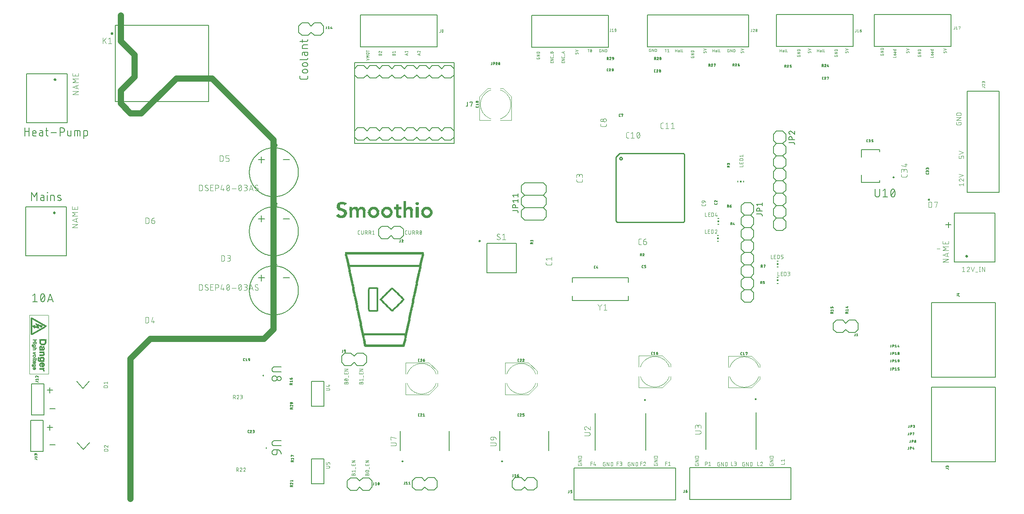
<source format=gbr>
G04 EAGLE Gerber RS-274X export*
G75*
%MOMM*%
%FSLAX34Y34*%
%LPD*%
%INSilkscreen Top*%
%IPPOS*%
%AMOC8*
5,1,8,0,0,1.08239X$1,22.5*%
G01*
%ADD10R,7.924800X0.076200*%
%ADD11R,8.229600X0.076200*%
%ADD12R,8.382000X0.076200*%
%ADD13R,0.457200X0.076200*%
%ADD14R,0.533400X0.076200*%
%ADD15R,0.381000X0.076200*%
%ADD16R,9.296400X0.076200*%
%ADD17R,1.752600X0.076200*%
%ADD18R,0.076200X0.076200*%
%ADD19R,1.981200X0.076200*%
%ADD20R,2.057400X0.076200*%
%ADD21R,0.685800X0.076200*%
%ADD22R,0.762000X0.076200*%
%ADD23R,0.304800X0.076200*%
%ADD24R,0.914400X0.076200*%
%ADD25R,0.609600X0.076200*%
%ADD26R,15.087600X0.076200*%
%ADD27R,15.240000X0.076200*%
%ADD28R,16.154400X0.076200*%
%ADD29R,16.002000X0.076200*%
%ADD30R,1.371600X0.076200*%
%ADD31R,1.066800X0.076200*%
%ADD32R,1.143000X0.076200*%
%ADD33R,1.524000X0.076200*%
%ADD34R,0.990600X0.076200*%
%ADD35R,1.828800X0.076200*%
%ADD36R,1.600200X0.076200*%
%ADD37R,1.905000X0.076200*%
%ADD38R,0.838200X0.076200*%
%ADD39R,0.152400X0.076200*%
%ADD40R,1.295400X0.076200*%
%ADD41R,1.447800X0.076200*%
%ADD42R,3.200400X0.076200*%
%ADD43R,1.219200X0.076200*%
%ADD44R,0.228600X0.076200*%
%ADD45R,1.676400X0.076200*%
%ADD46R,0.025400X12.039600*%
%ADD47R,0.025400X0.050800*%
%ADD48R,0.025400X3.327400*%
%ADD49R,0.025400X3.454400*%
%ADD50R,0.025400X3.505200*%
%ADD51R,0.025400X3.556000*%
%ADD52R,0.025400X3.581400*%
%ADD53R,0.025400X3.606800*%
%ADD54R,0.025400X0.279400*%
%ADD55R,0.025400X0.025400*%
%ADD56R,0.025400X0.381000*%
%ADD57R,0.025400X0.076200*%
%ADD58R,0.025400X0.431800*%
%ADD59R,0.025400X0.101600*%
%ADD60R,0.025400X0.304800*%
%ADD61R,0.025400X0.482600*%
%ADD62R,0.025400X0.127000*%
%ADD63R,0.025400X0.203200*%
%ADD64R,0.025400X0.228600*%
%ADD65R,0.025400X0.152400*%
%ADD66R,0.025400X0.177800*%
%ADD67R,0.025400X0.254000*%
%ADD68R,0.025400X0.508000*%
%ADD69R,0.025400X0.355600*%
%ADD70R,0.025400X0.330200*%
%ADD71R,0.025400X0.533400*%
%ADD72R,0.025400X0.406400*%
%ADD73R,0.025400X0.457200*%
%ADD74R,0.025400X0.558800*%
%ADD75R,0.025400X0.584200*%
%ADD76R,0.025400X0.609600*%
%ADD77R,0.025400X0.635000*%
%ADD78R,0.025400X0.660400*%
%ADD79R,0.025400X0.838200*%
%ADD80R,0.025400X0.863600*%
%ADD81R,0.025400X0.711200*%
%ADD82R,0.025400X0.762000*%
%ADD83R,0.025400X0.812800*%
%ADD84R,0.025400X0.787400*%
%ADD85R,0.025400X0.914400*%
%ADD86R,0.025400X0.965200*%
%ADD87R,0.025400X0.685800*%
%ADD88R,0.025400X0.990600*%
%ADD89R,0.025400X0.736600*%
%ADD90R,0.025400X1.041400*%
%ADD91R,0.025400X0.939800*%
%ADD92R,0.025400X1.066800*%
%ADD93R,0.025400X1.092200*%
%ADD94R,0.025400X1.117600*%
%ADD95R,0.025400X0.889000*%
%ADD96R,0.025400X1.016000*%
%ADD97R,0.025400X1.143000*%
%ADD98C,1.270000*%
%ADD99C,0.152400*%
%ADD100C,0.050800*%
%ADD101C,0.076200*%
%ADD102C,0.101600*%
%ADD103C,0.127000*%
%ADD104C,0.203200*%
%ADD105C,0.280000*%
%ADD106C,0.300000*%
%ADD107C,0.400000*%
%ADD108C,0.200000*%
%ADD109R,0.150000X0.300000*%
%ADD110R,0.300000X0.300000*%
%ADD111C,0.254000*%
%ADD112R,0.300000X0.150000*%


D10*
X740283Y316230D03*
D11*
X740283Y316992D03*
X740283Y317754D03*
D12*
X740283Y318516D03*
X740283Y319278D03*
X740283Y320040D03*
D13*
X700659Y320802D03*
X779907Y320802D03*
X700659Y321564D03*
X779907Y321564D03*
D14*
X700278Y322326D03*
X780288Y322326D03*
D13*
X699897Y323088D03*
D14*
X780288Y323088D03*
D13*
X699897Y323850D03*
X780669Y323850D03*
X699897Y324612D03*
X780669Y324612D03*
D14*
X699516Y325374D03*
X781050Y325374D03*
D13*
X699135Y326136D03*
X781431Y326136D03*
X699135Y326898D03*
X781431Y326898D03*
X699135Y327660D03*
X781431Y327660D03*
X699135Y328422D03*
X781431Y328422D03*
X698373Y329184D03*
X782193Y329184D03*
X698373Y329946D03*
X782193Y329946D03*
X698373Y330708D03*
X782193Y330708D03*
X698373Y331470D03*
X782193Y331470D03*
D15*
X697992Y332232D03*
X782574Y332232D03*
X697992Y332994D03*
X782574Y332994D03*
D13*
X697611Y333756D03*
X782955Y333756D03*
X697611Y334518D03*
X782955Y334518D03*
D15*
X697230Y335280D03*
X783336Y335280D03*
X697230Y336042D03*
X783336Y336042D03*
D13*
X696849Y336804D03*
X783717Y336804D03*
X696849Y337566D03*
X783717Y337566D03*
X696849Y338328D03*
X783717Y338328D03*
X696849Y339090D03*
X783717Y339090D03*
D16*
X740283Y339852D03*
X740283Y340614D03*
X740283Y341376D03*
X740283Y342138D03*
X740283Y342900D03*
X740283Y343662D03*
D13*
X695325Y344424D03*
X785241Y344424D03*
X695325Y345186D03*
X785241Y345186D03*
X695325Y345948D03*
X785241Y345948D03*
X695325Y346710D03*
X785241Y346710D03*
X694563Y347472D03*
X786003Y347472D03*
X694563Y348234D03*
X786003Y348234D03*
X694563Y348996D03*
X786003Y348996D03*
X694563Y349758D03*
X786003Y349758D03*
X694563Y350520D03*
X786003Y350520D03*
X693801Y351282D03*
X786765Y351282D03*
X693801Y352044D03*
X786765Y352044D03*
X693801Y352806D03*
X786765Y352806D03*
X693801Y353568D03*
X786765Y353568D03*
X693801Y354330D03*
X786765Y354330D03*
X693039Y355092D03*
X787527Y355092D03*
X693039Y355854D03*
X787527Y355854D03*
X693039Y356616D03*
X787527Y356616D03*
X693039Y357378D03*
X787527Y357378D03*
X693039Y358140D03*
X787527Y358140D03*
X692277Y358902D03*
X788289Y358902D03*
X692277Y359664D03*
X788289Y359664D03*
X692277Y360426D03*
X788289Y360426D03*
X692277Y361188D03*
X788289Y361188D03*
X692277Y361950D03*
X788289Y361950D03*
X691515Y362712D03*
X789051Y362712D03*
X691515Y363474D03*
X789051Y363474D03*
X691515Y364236D03*
X789051Y364236D03*
X691515Y364998D03*
X789051Y364998D03*
D15*
X691134Y365760D03*
X789432Y365760D03*
D13*
X690753Y366522D03*
X789813Y366522D03*
X690753Y367284D03*
X789813Y367284D03*
X690753Y368046D03*
X789813Y368046D03*
X690753Y368808D03*
X789813Y368808D03*
X689991Y369570D03*
X790575Y369570D03*
X689991Y370332D03*
X790575Y370332D03*
X689991Y371094D03*
X790575Y371094D03*
X689991Y371856D03*
X790575Y371856D03*
D15*
X689610Y372618D03*
X790956Y372618D03*
D13*
X689229Y373380D03*
X791337Y373380D03*
X689229Y374142D03*
X791337Y374142D03*
X689229Y374904D03*
X791337Y374904D03*
X689229Y375666D03*
X791337Y375666D03*
X688467Y376428D03*
X792099Y376428D03*
X688467Y377190D03*
X792099Y377190D03*
X688467Y377952D03*
X792099Y377952D03*
X688467Y378714D03*
X792099Y378714D03*
X688467Y379476D03*
X792099Y379476D03*
X687705Y380238D03*
X792861Y380238D03*
X687705Y381000D03*
X792861Y381000D03*
X687705Y381762D03*
X792861Y381762D03*
X687705Y382524D03*
X792861Y382524D03*
X687705Y383286D03*
X792861Y383286D03*
X687705Y384048D03*
X792861Y384048D03*
X686943Y384810D03*
X793623Y384810D03*
X686943Y385572D03*
X793623Y385572D03*
X686943Y386334D03*
X793623Y386334D03*
X686943Y387096D03*
X793623Y387096D03*
D15*
X686562Y387858D03*
D17*
X717042Y387858D03*
D18*
X755904Y387858D03*
D15*
X794004Y387858D03*
D13*
X686181Y388620D03*
D19*
X717423Y388620D03*
D15*
X755904Y388620D03*
D13*
X794385Y388620D03*
X686181Y389382D03*
D20*
X717042Y389382D03*
D14*
X755904Y389382D03*
D13*
X794385Y389382D03*
X686181Y390144D03*
D20*
X717042Y390144D03*
D21*
X755904Y390144D03*
D13*
X794385Y390144D03*
X686181Y390906D03*
D20*
X717042Y390906D03*
D22*
X755523Y390906D03*
D13*
X794385Y390906D03*
X685419Y391668D03*
D15*
X708660Y391668D03*
D23*
X725805Y391668D03*
D24*
X755523Y391668D03*
D13*
X795147Y391668D03*
X685419Y392430D03*
D23*
X708279Y392430D03*
X725805Y392430D03*
D13*
X752475Y392430D03*
X758571Y392430D03*
X795147Y392430D03*
X685419Y393192D03*
D23*
X708279Y393192D03*
X725805Y393192D03*
D13*
X751713Y393192D03*
D14*
X759714Y393192D03*
D13*
X795147Y393192D03*
X685419Y393954D03*
D23*
X708279Y393954D03*
X725805Y393954D03*
D13*
X750951Y393954D03*
D14*
X760476Y393954D03*
D13*
X795147Y393954D03*
D15*
X685038Y394716D03*
D23*
X708279Y394716D03*
X725805Y394716D03*
D13*
X750189Y394716D03*
X761619Y394716D03*
D15*
X795528Y394716D03*
D13*
X684657Y395478D03*
D23*
X708279Y395478D03*
X725805Y395478D03*
D13*
X749427Y395478D03*
D14*
X762000Y395478D03*
D13*
X795909Y395478D03*
X684657Y396240D03*
D23*
X708279Y396240D03*
X725805Y396240D03*
D13*
X748665Y396240D03*
D14*
X762762Y396240D03*
D13*
X795909Y396240D03*
X684657Y397002D03*
D23*
X708279Y397002D03*
X725805Y397002D03*
D13*
X747903Y397002D03*
D14*
X763524Y397002D03*
D13*
X795909Y397002D03*
X684657Y397764D03*
D23*
X708279Y397764D03*
X725805Y397764D03*
D13*
X747141Y397764D03*
D14*
X764286Y397764D03*
D13*
X795909Y397764D03*
X683895Y398526D03*
D23*
X708279Y398526D03*
X725805Y398526D03*
D13*
X746379Y398526D03*
X765429Y398526D03*
X796671Y398526D03*
X683895Y399288D03*
D23*
X708279Y399288D03*
X725805Y399288D03*
D13*
X745617Y399288D03*
X766191Y399288D03*
X796671Y399288D03*
X683895Y400050D03*
D23*
X708279Y400050D03*
X725805Y400050D03*
D13*
X744855Y400050D03*
X766953Y400050D03*
X796671Y400050D03*
X683895Y400812D03*
D23*
X708279Y400812D03*
X725805Y400812D03*
D13*
X744093Y400812D03*
X767715Y400812D03*
X796671Y400812D03*
D15*
X683514Y401574D03*
D23*
X708279Y401574D03*
X725805Y401574D03*
D13*
X743331Y401574D03*
X768477Y401574D03*
D15*
X797052Y401574D03*
D13*
X683133Y402336D03*
D23*
X708279Y402336D03*
X725805Y402336D03*
D13*
X742569Y402336D03*
D14*
X768858Y402336D03*
D13*
X797433Y402336D03*
X683133Y403098D03*
D23*
X708279Y403098D03*
X725805Y403098D03*
D13*
X741807Y403098D03*
X770001Y403098D03*
X797433Y403098D03*
X683133Y403860D03*
D23*
X708279Y403860D03*
X725805Y403860D03*
D13*
X741045Y403860D03*
X770763Y403860D03*
X797433Y403860D03*
X683133Y404622D03*
D23*
X708279Y404622D03*
X725805Y404622D03*
D13*
X740283Y404622D03*
X771525Y404622D03*
X797433Y404622D03*
X683133Y405384D03*
D23*
X708279Y405384D03*
X725805Y405384D03*
D13*
X739521Y405384D03*
X772287Y405384D03*
X797433Y405384D03*
X682371Y406146D03*
D23*
X708279Y406146D03*
X725805Y406146D03*
D13*
X738759Y406146D03*
X773049Y406146D03*
X798195Y406146D03*
X682371Y406908D03*
D23*
X708279Y406908D03*
X725805Y406908D03*
D13*
X737997Y406908D03*
X773811Y406908D03*
X798195Y406908D03*
X682371Y407670D03*
D23*
X708279Y407670D03*
X725805Y407670D03*
D13*
X737235Y407670D03*
X774573Y407670D03*
X798195Y407670D03*
X682371Y408432D03*
D23*
X708279Y408432D03*
X725805Y408432D03*
D13*
X736473Y408432D03*
X775335Y408432D03*
X798195Y408432D03*
X682371Y409194D03*
D23*
X708279Y409194D03*
X725805Y409194D03*
D13*
X735711Y409194D03*
X776097Y409194D03*
X798195Y409194D03*
X681609Y409956D03*
D23*
X708279Y409956D03*
X725805Y409956D03*
D13*
X734949Y409956D03*
X776859Y409956D03*
X798957Y409956D03*
X681609Y410718D03*
D23*
X708279Y410718D03*
X725805Y410718D03*
D13*
X734187Y410718D03*
X777621Y410718D03*
X798957Y410718D03*
X681609Y411480D03*
D23*
X708279Y411480D03*
X725805Y411480D03*
D13*
X733425Y411480D03*
X778383Y411480D03*
X798957Y411480D03*
X681609Y412242D03*
D23*
X708279Y412242D03*
X725805Y412242D03*
D13*
X732663Y412242D03*
D15*
X778764Y412242D03*
D13*
X798957Y412242D03*
X681609Y413004D03*
D23*
X708279Y413004D03*
X725805Y413004D03*
D13*
X732663Y413004D03*
D15*
X778764Y413004D03*
D13*
X798957Y413004D03*
X680847Y413766D03*
D23*
X708279Y413766D03*
X725805Y413766D03*
D13*
X733425Y413766D03*
X778383Y413766D03*
X799719Y413766D03*
X680847Y414528D03*
D23*
X708279Y414528D03*
X725805Y414528D03*
D13*
X734187Y414528D03*
X777621Y414528D03*
X799719Y414528D03*
X680847Y415290D03*
D23*
X708279Y415290D03*
X725805Y415290D03*
D13*
X734949Y415290D03*
X776859Y415290D03*
X799719Y415290D03*
X680847Y416052D03*
D23*
X708279Y416052D03*
X725805Y416052D03*
D13*
X735711Y416052D03*
X776097Y416052D03*
X799719Y416052D03*
D15*
X680466Y416814D03*
D23*
X708279Y416814D03*
X725805Y416814D03*
D13*
X736473Y416814D03*
X775335Y416814D03*
D15*
X800100Y416814D03*
D13*
X680085Y417576D03*
D23*
X708279Y417576D03*
X725805Y417576D03*
D13*
X737235Y417576D03*
X774573Y417576D03*
X800481Y417576D03*
X680085Y418338D03*
D23*
X708279Y418338D03*
X725805Y418338D03*
D13*
X737997Y418338D03*
X773811Y418338D03*
X800481Y418338D03*
X680085Y419100D03*
D23*
X708279Y419100D03*
X725805Y419100D03*
D13*
X738759Y419100D03*
X773049Y419100D03*
X800481Y419100D03*
X680085Y419862D03*
D23*
X708279Y419862D03*
X725805Y419862D03*
D13*
X739521Y419862D03*
X772287Y419862D03*
X800481Y419862D03*
X679323Y420624D03*
D23*
X708279Y420624D03*
X725805Y420624D03*
D13*
X740283Y420624D03*
X771525Y420624D03*
X801243Y420624D03*
X679323Y421386D03*
D23*
X708279Y421386D03*
X725805Y421386D03*
D13*
X741045Y421386D03*
X770763Y421386D03*
X801243Y421386D03*
X679323Y422148D03*
D23*
X708279Y422148D03*
X725805Y422148D03*
D13*
X741807Y422148D03*
X770001Y422148D03*
X801243Y422148D03*
X679323Y422910D03*
D23*
X708279Y422910D03*
X725805Y422910D03*
D13*
X742569Y422910D03*
D14*
X768858Y422910D03*
D13*
X801243Y422910D03*
D15*
X678942Y423672D03*
D23*
X708279Y423672D03*
X725805Y423672D03*
D13*
X743331Y423672D03*
D14*
X768096Y423672D03*
D15*
X801624Y423672D03*
D13*
X678561Y424434D03*
D23*
X708279Y424434D03*
X725805Y424434D03*
D13*
X744093Y424434D03*
X767715Y424434D03*
X802005Y424434D03*
X678561Y425196D03*
D23*
X708279Y425196D03*
X725805Y425196D03*
D13*
X744855Y425196D03*
X766953Y425196D03*
X802005Y425196D03*
X678561Y425958D03*
D23*
X708279Y425958D03*
X725805Y425958D03*
D13*
X745617Y425958D03*
X766191Y425958D03*
X802005Y425958D03*
X678561Y426720D03*
D23*
X708279Y426720D03*
X725805Y426720D03*
D13*
X746379Y426720D03*
X765429Y426720D03*
X802005Y426720D03*
X677799Y427482D03*
D23*
X708279Y427482D03*
X725805Y427482D03*
D13*
X747141Y427482D03*
D14*
X764286Y427482D03*
D13*
X802767Y427482D03*
X677799Y428244D03*
D23*
X708279Y428244D03*
X725805Y428244D03*
D13*
X747903Y428244D03*
D14*
X763524Y428244D03*
D13*
X802767Y428244D03*
X677799Y429006D03*
D23*
X708279Y429006D03*
X725805Y429006D03*
D13*
X748665Y429006D03*
D14*
X762762Y429006D03*
D13*
X802767Y429006D03*
X677799Y429768D03*
D23*
X708279Y429768D03*
X725805Y429768D03*
D13*
X749427Y429768D03*
D14*
X762000Y429768D03*
D13*
X802767Y429768D03*
X677799Y430530D03*
D23*
X708279Y430530D03*
X725805Y430530D03*
D13*
X750189Y430530D03*
D14*
X761238Y430530D03*
D13*
X802767Y430530D03*
X677037Y431292D03*
D23*
X708279Y431292D03*
X725805Y431292D03*
D13*
X750951Y431292D03*
D14*
X760476Y431292D03*
D13*
X803529Y431292D03*
X677037Y432054D03*
D23*
X708279Y432054D03*
X725805Y432054D03*
D13*
X751713Y432054D03*
D14*
X759714Y432054D03*
D13*
X803529Y432054D03*
X677037Y432816D03*
D23*
X708279Y432816D03*
X725805Y432816D03*
D13*
X752475Y432816D03*
X758571Y432816D03*
X803529Y432816D03*
X677037Y433578D03*
D15*
X708660Y433578D03*
D23*
X725805Y433578D03*
D24*
X755523Y433578D03*
D13*
X803529Y433578D03*
X677037Y434340D03*
D20*
X717042Y434340D03*
D22*
X755523Y434340D03*
D13*
X803529Y434340D03*
X677037Y435102D03*
D20*
X717042Y435102D03*
D25*
X755523Y435102D03*
D13*
X803529Y435102D03*
X676275Y435864D03*
D20*
X717042Y435864D03*
D14*
X755904Y435864D03*
D13*
X804291Y435864D03*
X676275Y436626D03*
D19*
X717423Y436626D03*
D23*
X755523Y436626D03*
D13*
X804291Y436626D03*
X676275Y437388D03*
D17*
X717042Y437388D03*
D13*
X804291Y437388D03*
X676275Y438150D03*
X804291Y438150D03*
D15*
X675894Y438912D03*
X804672Y438912D03*
D13*
X675513Y439674D03*
X805053Y439674D03*
X675513Y440436D03*
X805053Y440436D03*
X675513Y441198D03*
X805053Y441198D03*
X675513Y441960D03*
X805053Y441960D03*
X674751Y442722D03*
X805815Y442722D03*
X674751Y443484D03*
X805815Y443484D03*
X674751Y444246D03*
X805815Y444246D03*
X674751Y445008D03*
X805815Y445008D03*
D15*
X674370Y445770D03*
X806196Y445770D03*
D13*
X673989Y446532D03*
X806577Y446532D03*
X673989Y447294D03*
X806577Y447294D03*
X673989Y448056D03*
X806577Y448056D03*
X673989Y448818D03*
X806577Y448818D03*
X673227Y449580D03*
X807339Y449580D03*
X673227Y450342D03*
X807339Y450342D03*
X673227Y451104D03*
X807339Y451104D03*
X673227Y451866D03*
X807339Y451866D03*
X673227Y452628D03*
X807339Y452628D03*
X672465Y453390D03*
X808101Y453390D03*
X672465Y454152D03*
X808101Y454152D03*
X672465Y454914D03*
X808101Y454914D03*
X672465Y455676D03*
X808101Y455676D03*
X672465Y456438D03*
X808101Y456438D03*
X671703Y457200D03*
X808863Y457200D03*
X671703Y457962D03*
X808863Y457962D03*
X671703Y458724D03*
X808863Y458724D03*
X671703Y459486D03*
X808863Y459486D03*
X671703Y460248D03*
X808863Y460248D03*
X670941Y461010D03*
X809625Y461010D03*
X670941Y461772D03*
X809625Y461772D03*
X670941Y462534D03*
X809625Y462534D03*
X670941Y463296D03*
X809625Y463296D03*
X670941Y464058D03*
X809625Y464058D03*
X670179Y464820D03*
X810387Y464820D03*
X670179Y465582D03*
X810387Y465582D03*
X670179Y466344D03*
X810387Y466344D03*
X670179Y467106D03*
X810387Y467106D03*
D15*
X669798Y467868D03*
X810768Y467868D03*
D13*
X669417Y468630D03*
X811149Y468630D03*
X669417Y469392D03*
X811149Y469392D03*
X669417Y470154D03*
X811149Y470154D03*
X669417Y470916D03*
X811149Y470916D03*
X668655Y471678D03*
X811911Y471678D03*
X668655Y472440D03*
X811911Y472440D03*
X668655Y473202D03*
X811911Y473202D03*
X668655Y473964D03*
X811911Y473964D03*
D15*
X668274Y474726D03*
X812292Y474726D03*
D13*
X667893Y475488D03*
X812673Y475488D03*
X667893Y476250D03*
X812673Y476250D03*
X667893Y477012D03*
X812673Y477012D03*
X667893Y477774D03*
X812673Y477774D03*
X667131Y478536D03*
X813435Y478536D03*
D26*
X740283Y479298D03*
X740283Y480060D03*
X740283Y480822D03*
X740283Y481584D03*
D27*
X740283Y482346D03*
X740283Y483108D03*
D14*
X666750Y483870D03*
X813816Y483870D03*
D13*
X666369Y484632D03*
X814197Y484632D03*
X666369Y485394D03*
X814197Y485394D03*
X666369Y486156D03*
X814197Y486156D03*
D14*
X665988Y486918D03*
X814578Y486918D03*
D13*
X665607Y487680D03*
X814959Y487680D03*
X665607Y488442D03*
X814959Y488442D03*
X665607Y489204D03*
X814959Y489204D03*
X665607Y489966D03*
X814959Y489966D03*
X664845Y490728D03*
X815721Y490728D03*
X664845Y491490D03*
X815721Y491490D03*
X664845Y492252D03*
X815721Y492252D03*
X664845Y493014D03*
X815721Y493014D03*
D14*
X664464Y493776D03*
X816102Y493776D03*
D13*
X664083Y494538D03*
X816483Y494538D03*
X664083Y495300D03*
X816483Y495300D03*
X664083Y496062D03*
X816483Y496062D03*
X664083Y496824D03*
X816483Y496824D03*
X663321Y497586D03*
X817245Y497586D03*
X663321Y498348D03*
X817245Y498348D03*
X663321Y499110D03*
X817245Y499110D03*
D15*
X662940Y499872D03*
X817626Y499872D03*
D13*
X662559Y500634D03*
X818007Y500634D03*
X662559Y501396D03*
X818007Y501396D03*
X662559Y502158D03*
X818007Y502158D03*
D15*
X662178Y502920D03*
X818388Y502920D03*
D13*
X661797Y503682D03*
X818769Y503682D03*
X661797Y504444D03*
X818769Y504444D03*
D28*
X740283Y505206D03*
X740283Y505968D03*
X740283Y506730D03*
X740283Y507492D03*
X740283Y508254D03*
D29*
X740283Y509016D03*
D24*
X651891Y579882D03*
D21*
X717804Y579882D03*
X745236Y579882D03*
X770382Y579882D03*
X826770Y579882D03*
D30*
X651891Y580644D03*
D14*
X671322Y580644D03*
X685038Y580644D03*
X698754Y580644D03*
D31*
X718185Y580644D03*
D32*
X745236Y580644D03*
D24*
X770001Y580644D03*
D14*
X781812Y580644D03*
X795528Y580644D03*
D25*
X807339Y580644D03*
D32*
X826770Y580644D03*
D33*
X651891Y581406D03*
D14*
X671322Y581406D03*
X685038Y581406D03*
X698754Y581406D03*
D30*
X718185Y581406D03*
X744855Y581406D03*
D34*
X769620Y581406D03*
D14*
X781812Y581406D03*
X795528Y581406D03*
D25*
X807339Y581406D03*
D30*
X826389Y581406D03*
D35*
X651891Y582168D03*
D14*
X671322Y582168D03*
X685038Y582168D03*
X698754Y582168D03*
D36*
X717804Y582168D03*
X745236Y582168D03*
D34*
X769620Y582168D03*
D14*
X781812Y582168D03*
X795528Y582168D03*
D25*
X807339Y582168D03*
D36*
X826770Y582168D03*
D37*
X651510Y582930D03*
D14*
X671322Y582930D03*
X685038Y582930D03*
X698754Y582930D03*
D17*
X717804Y582930D03*
X745236Y582930D03*
D31*
X769239Y582930D03*
D14*
X781812Y582930D03*
X795528Y582930D03*
D25*
X807339Y582930D03*
D17*
X826770Y582930D03*
D19*
X651891Y583692D03*
D14*
X671322Y583692D03*
X685038Y583692D03*
X698754Y583692D03*
D35*
X718185Y583692D03*
D37*
X745236Y583692D03*
D31*
X769239Y583692D03*
D14*
X781812Y583692D03*
X795528Y583692D03*
D25*
X807339Y583692D03*
D37*
X826770Y583692D03*
D22*
X646557Y584454D03*
D24*
X657987Y584454D03*
D14*
X671322Y584454D03*
X685038Y584454D03*
X698754Y584454D03*
D38*
X712470Y584454D03*
X723900Y584454D03*
X739140Y584454D03*
X750570Y584454D03*
D25*
X766953Y584454D03*
D14*
X781812Y584454D03*
X795528Y584454D03*
D25*
X807339Y584454D03*
D38*
X820674Y584454D03*
X832104Y584454D03*
D14*
X646176Y585216D03*
D21*
X659130Y585216D03*
D14*
X671322Y585216D03*
X685038Y585216D03*
X698754Y585216D03*
D21*
X710946Y585216D03*
X724662Y585216D03*
X738378Y585216D03*
X752094Y585216D03*
D14*
X766572Y585216D03*
X781812Y585216D03*
X795528Y585216D03*
D25*
X807339Y585216D03*
D21*
X819912Y585216D03*
X833628Y585216D03*
D23*
X645795Y585978D03*
D21*
X659892Y585978D03*
D14*
X671322Y585978D03*
X685038Y585978D03*
X698754Y585978D03*
D25*
X710565Y585978D03*
D21*
X725424Y585978D03*
X737616Y585978D03*
D25*
X752475Y585978D03*
D14*
X766572Y585978D03*
X781812Y585978D03*
X795528Y585978D03*
D25*
X807339Y585978D03*
D21*
X819150Y585978D03*
D25*
X834009Y585978D03*
D39*
X645795Y586740D03*
D25*
X660273Y586740D03*
D14*
X671322Y586740D03*
X685038Y586740D03*
X698754Y586740D03*
D25*
X709803Y586740D03*
X725805Y586740D03*
X737235Y586740D03*
X753237Y586740D03*
D14*
X766572Y586740D03*
X781812Y586740D03*
X795528Y586740D03*
D25*
X807339Y586740D03*
X818769Y586740D03*
X834771Y586740D03*
X660273Y587502D03*
D14*
X671322Y587502D03*
X685038Y587502D03*
X698754Y587502D03*
D25*
X709803Y587502D03*
D14*
X726186Y587502D03*
X736854Y587502D03*
X753618Y587502D03*
X766572Y587502D03*
X781812Y587502D03*
X795528Y587502D03*
D25*
X807339Y587502D03*
D14*
X818388Y587502D03*
X835152Y587502D03*
D25*
X660273Y588264D03*
D14*
X671322Y588264D03*
X685038Y588264D03*
X698754Y588264D03*
X709422Y588264D03*
D25*
X726567Y588264D03*
X736473Y588264D03*
D14*
X753618Y588264D03*
X766572Y588264D03*
X781812Y588264D03*
X795528Y588264D03*
D25*
X807339Y588264D03*
X818007Y588264D03*
D14*
X835152Y588264D03*
D25*
X660273Y589026D03*
D14*
X671322Y589026D03*
X685038Y589026D03*
X698754Y589026D03*
X709422Y589026D03*
X726948Y589026D03*
X736092Y589026D03*
X753618Y589026D03*
X766572Y589026D03*
X781812Y589026D03*
X795528Y589026D03*
D25*
X807339Y589026D03*
D14*
X817626Y589026D03*
D25*
X835533Y589026D03*
X660273Y589788D03*
D14*
X671322Y589788D03*
X685038Y589788D03*
X698754Y589788D03*
D25*
X709041Y589788D03*
D14*
X726948Y589788D03*
X736092Y589788D03*
X754380Y589788D03*
X766572Y589788D03*
X781812Y589788D03*
X795528Y589788D03*
D25*
X807339Y589788D03*
D14*
X817626Y589788D03*
X835914Y589788D03*
D25*
X660273Y590550D03*
D14*
X671322Y590550D03*
X685038Y590550D03*
X698754Y590550D03*
D25*
X709041Y590550D03*
D14*
X726948Y590550D03*
X736092Y590550D03*
X754380Y590550D03*
X766572Y590550D03*
X781812Y590550D03*
X795528Y590550D03*
D25*
X807339Y590550D03*
D14*
X817626Y590550D03*
X835914Y590550D03*
D21*
X659892Y591312D03*
D14*
X671322Y591312D03*
X685038Y591312D03*
X698754Y591312D03*
D25*
X709041Y591312D03*
D14*
X726948Y591312D03*
X736092Y591312D03*
X754380Y591312D03*
X766572Y591312D03*
X781812Y591312D03*
X795528Y591312D03*
D25*
X807339Y591312D03*
D14*
X817626Y591312D03*
X835914Y591312D03*
D38*
X659130Y592074D03*
D14*
X671322Y592074D03*
X685038Y592074D03*
X698754Y592074D03*
X709422Y592074D03*
X726948Y592074D03*
X736092Y592074D03*
D25*
X753999Y592074D03*
D14*
X766572Y592074D03*
X781812Y592074D03*
X795528Y592074D03*
D25*
X807339Y592074D03*
D14*
X817626Y592074D03*
D25*
X835533Y592074D03*
D24*
X657987Y592836D03*
D14*
X671322Y592836D03*
X685038Y592836D03*
X698754Y592836D03*
X709422Y592836D03*
D25*
X726567Y592836D03*
X736473Y592836D03*
D14*
X753618Y592836D03*
X766572Y592836D03*
X781812Y592836D03*
X795528Y592836D03*
D25*
X807339Y592836D03*
X818007Y592836D03*
D14*
X835152Y592836D03*
D32*
X656844Y593598D03*
D14*
X671322Y593598D03*
D25*
X685419Y593598D03*
D14*
X698754Y593598D03*
X709422Y593598D03*
D25*
X726567Y593598D03*
D14*
X736854Y593598D03*
X753618Y593598D03*
X766572Y593598D03*
X781812Y593598D03*
X795528Y593598D03*
D25*
X807339Y593598D03*
D14*
X818388Y593598D03*
X835152Y593598D03*
D40*
X655320Y594360D03*
D25*
X671703Y594360D03*
X685419Y594360D03*
D14*
X698754Y594360D03*
D25*
X709803Y594360D03*
X725805Y594360D03*
X737235Y594360D03*
X753237Y594360D03*
D14*
X766572Y594360D03*
D25*
X782193Y594360D03*
D14*
X795528Y594360D03*
D25*
X807339Y594360D03*
X818769Y594360D03*
X834771Y594360D03*
D30*
X654177Y595122D03*
D25*
X671703Y595122D03*
X685419Y595122D03*
X698373Y595122D03*
X710565Y595122D03*
X725805Y595122D03*
X737235Y595122D03*
X752475Y595122D03*
D14*
X766572Y595122D03*
D25*
X782193Y595122D03*
X795147Y595122D03*
X807339Y595122D03*
X818769Y595122D03*
D21*
X834390Y595122D03*
D41*
X653034Y595884D03*
D21*
X672084Y595884D03*
D22*
X685419Y595884D03*
D25*
X698373Y595884D03*
D21*
X710946Y595884D03*
D25*
X725043Y595884D03*
X737997Y595884D03*
D21*
X752094Y595884D03*
D14*
X766572Y595884D03*
D21*
X782574Y595884D03*
D25*
X795147Y595884D03*
X807339Y595884D03*
X819531Y595884D03*
D21*
X833628Y595884D03*
D41*
X652272Y596646D03*
D22*
X672465Y596646D03*
D34*
X685800Y596646D03*
D21*
X697992Y596646D03*
D22*
X712089Y596646D03*
X724281Y596646D03*
X738759Y596646D03*
X750951Y596646D03*
D25*
X766191Y596646D03*
D22*
X782955Y596646D03*
D21*
X794766Y596646D03*
D25*
X807339Y596646D03*
D22*
X820293Y596646D03*
X832485Y596646D03*
D30*
X651129Y597408D03*
D42*
X684657Y597408D03*
D37*
X717804Y597408D03*
X745236Y597408D03*
D33*
X766953Y597408D03*
D37*
X788670Y597408D03*
D25*
X807339Y597408D03*
D37*
X826770Y597408D03*
D43*
X649605Y598170D03*
D42*
X684657Y598170D03*
D17*
X717804Y598170D03*
X745236Y598170D03*
D33*
X766953Y598170D03*
D35*
X788289Y598170D03*
D25*
X807339Y598170D03*
D17*
X826770Y598170D03*
D34*
X648462Y598932D03*
D17*
X677418Y598932D03*
D43*
X693801Y598932D03*
D36*
X717804Y598932D03*
X745236Y598932D03*
D33*
X766953Y598932D03*
D17*
X787908Y598932D03*
D25*
X807339Y598932D03*
D36*
X826770Y598932D03*
D38*
X646938Y599694D03*
D14*
X671322Y599694D03*
D31*
X680085Y599694D03*
D32*
X694182Y599694D03*
D41*
X717804Y599694D03*
X745236Y599694D03*
D33*
X766953Y599694D03*
D14*
X781812Y599694D03*
D32*
X790956Y599694D03*
D25*
X807339Y599694D03*
D41*
X826770Y599694D03*
D22*
X646557Y600456D03*
D14*
X671322Y600456D03*
D34*
X680466Y600456D03*
D24*
X693801Y600456D03*
D43*
X718185Y600456D03*
D32*
X745236Y600456D03*
D33*
X766953Y600456D03*
D14*
X781812Y600456D03*
D34*
X790956Y600456D03*
D25*
X807339Y600456D03*
D32*
X826770Y600456D03*
D25*
X645795Y601218D03*
D13*
X670941Y601218D03*
D21*
X680466Y601218D03*
D22*
X693801Y601218D03*
D38*
X717804Y601218D03*
X745236Y601218D03*
D33*
X766953Y601218D03*
D14*
X781812Y601218D03*
D21*
X790956Y601218D03*
D13*
X807339Y601218D03*
D38*
X826770Y601218D03*
D25*
X645795Y601980D03*
D14*
X766572Y601980D03*
X781812Y601980D03*
D25*
X645795Y602742D03*
D14*
X766572Y602742D03*
X781812Y602742D03*
D25*
X645795Y603504D03*
D14*
X766572Y603504D03*
X781812Y603504D03*
D25*
X645795Y604266D03*
D14*
X766572Y604266D03*
X781812Y604266D03*
D25*
X645795Y605028D03*
D18*
X659130Y605028D03*
D14*
X766572Y605028D03*
X781812Y605028D03*
D21*
X646176Y605790D03*
D44*
X659130Y605790D03*
D14*
X766572Y605790D03*
X781812Y605790D03*
D23*
X807339Y605790D03*
D21*
X646938Y606552D03*
D15*
X659130Y606552D03*
D14*
X766572Y606552D03*
X781812Y606552D03*
X806958Y606552D03*
D35*
X652653Y607314D03*
D14*
X781812Y607314D03*
D25*
X807339Y607314D03*
D35*
X653415Y608076D03*
D14*
X781812Y608076D03*
D21*
X806958Y608076D03*
D35*
X654177Y608838D03*
D14*
X781812Y608838D03*
D22*
X807339Y608838D03*
D45*
X654177Y609600D03*
D14*
X781812Y609600D03*
D25*
X807339Y609600D03*
D41*
X654558Y610362D03*
D14*
X781812Y610362D03*
D25*
X807339Y610362D03*
D43*
X654177Y611124D03*
D14*
X781812Y611124D03*
D13*
X807339Y611124D03*
D22*
X654177Y611886D03*
D14*
X781812Y611886D03*
X781812Y612648D03*
X781812Y613410D03*
D46*
X16002Y320421D03*
X16256Y320421D03*
D47*
X16510Y380365D03*
X16510Y260477D03*
X16764Y380365D03*
X16764Y260477D03*
X17018Y380365D03*
X17018Y260477D03*
X17272Y380365D03*
X17272Y260477D03*
X17526Y380365D03*
X17526Y260477D03*
X17780Y380365D03*
X17780Y260477D03*
X18034Y380365D03*
X18034Y260477D03*
X18288Y380365D03*
X18288Y260477D03*
X18542Y380365D03*
X18542Y260477D03*
X18796Y380365D03*
D48*
X18796Y358394D03*
D47*
X18796Y260477D03*
X19050Y380365D03*
D49*
X19050Y358267D03*
D47*
X19050Y260477D03*
X19304Y380365D03*
D50*
X19304Y358267D03*
D47*
X19304Y260477D03*
X19558Y380365D03*
D51*
X19558Y358267D03*
D47*
X19558Y260477D03*
X19812Y380365D03*
D52*
X19812Y358394D03*
D47*
X19812Y260477D03*
X20066Y380365D03*
D53*
X20066Y358267D03*
D47*
X20066Y260477D03*
X20320Y380365D03*
D53*
X20320Y358267D03*
D47*
X20320Y260477D03*
X20574Y380365D03*
D52*
X20574Y358394D03*
D47*
X20574Y260477D03*
X20828Y380365D03*
D51*
X20828Y358267D03*
D47*
X20828Y318643D03*
X20828Y278511D03*
X20828Y260477D03*
X21082Y380365D03*
D51*
X21082Y358267D03*
D54*
X21082Y318516D03*
X21082Y278384D03*
D47*
X21082Y260477D03*
X21336Y380365D03*
D54*
X21336Y374396D03*
D55*
X21336Y358902D03*
D54*
X21336Y342138D03*
D56*
X21336Y318516D03*
X21336Y278384D03*
D47*
X21336Y260477D03*
X21590Y380365D03*
D54*
X21590Y374396D03*
D57*
X21590Y358902D03*
D54*
X21590Y342392D03*
D58*
X21590Y318516D03*
X21590Y278384D03*
D47*
X21590Y260477D03*
X21844Y380365D03*
D54*
X21844Y374142D03*
D59*
X21844Y358775D03*
D60*
X21844Y342519D03*
D61*
X21844Y318516D03*
X21844Y278384D03*
D47*
X21844Y260477D03*
X22098Y380365D03*
D60*
X22098Y374015D03*
D62*
X22098Y358648D03*
D54*
X22098Y342646D03*
D63*
X22098Y319913D03*
D64*
X22098Y316992D03*
D63*
X22098Y279781D03*
D64*
X22098Y276860D03*
D47*
X22098Y260477D03*
X22352Y380365D03*
D54*
X22352Y373888D03*
D65*
X22352Y358521D03*
D60*
X22352Y342773D03*
D63*
X22352Y320167D03*
D66*
X22352Y316738D03*
X22352Y279908D03*
X22352Y276606D03*
D47*
X22352Y260477D03*
X22606Y380365D03*
D54*
X22606Y373634D03*
D63*
X22606Y358521D03*
D54*
X22606Y342900D03*
D66*
X22606Y320294D03*
D65*
X22606Y316611D03*
D66*
X22606Y280162D03*
X22606Y276352D03*
D47*
X22606Y260477D03*
X22860Y380365D03*
D54*
X22860Y373634D03*
D64*
X22860Y358394D03*
D60*
X22860Y343027D03*
D66*
X22860Y316484D03*
X22860Y297180D03*
D65*
X22860Y288417D03*
D66*
X22860Y285242D03*
X22860Y276352D03*
X22860Y271780D03*
D47*
X22860Y260477D03*
X23114Y380365D03*
D54*
X23114Y373380D03*
D67*
X23114Y358267D03*
D54*
X23114Y343154D03*
D63*
X23114Y330581D03*
D66*
X23114Y325882D03*
X23114Y323088D03*
D59*
X23114Y318897D03*
D66*
X23114Y316484D03*
D65*
X23114Y313817D03*
D66*
X23114Y310134D03*
D63*
X23114Y303149D03*
D60*
X23114Y297307D03*
D66*
X23114Y292608D03*
D64*
X23114Y288544D03*
D54*
X23114Y285242D03*
D66*
X23114Y282702D03*
D59*
X23114Y278765D03*
D66*
X23114Y276352D03*
D60*
X23114Y271907D03*
D47*
X23114Y260477D03*
X23368Y380365D03*
D54*
X23368Y373380D03*
D60*
X23368Y358267D03*
D54*
X23368Y343408D03*
D63*
X23368Y330581D03*
D66*
X23368Y325882D03*
X23368Y323088D03*
D67*
X23368Y318897D03*
D66*
X23368Y316484D03*
D65*
X23368Y313817D03*
D66*
X23368Y310134D03*
D63*
X23368Y303149D03*
D56*
X23368Y297180D03*
D66*
X23368Y292608D03*
D54*
X23368Y288798D03*
D68*
X23368Y284353D03*
D67*
X23368Y278765D03*
D66*
X23368Y276352D03*
D69*
X23368Y271907D03*
D47*
X23368Y260477D03*
X23622Y380365D03*
D54*
X23622Y373126D03*
D70*
X23622Y358140D03*
D60*
X23622Y343535D03*
D63*
X23622Y330581D03*
D66*
X23622Y325882D03*
X23622Y323088D03*
D61*
X23622Y318008D03*
D65*
X23622Y313817D03*
D66*
X23622Y310134D03*
D64*
X23622Y303276D03*
D58*
X23622Y297180D03*
D66*
X23622Y292608D03*
D54*
X23622Y288798D03*
D71*
X23622Y284480D03*
D61*
X23622Y277876D03*
D72*
X23622Y271907D03*
D47*
X23622Y260477D03*
X23876Y380365D03*
D60*
X23876Y372999D03*
D56*
X23876Y357886D03*
D54*
X23876Y343662D03*
D63*
X23876Y330581D03*
D66*
X23876Y325882D03*
X23876Y323088D03*
D68*
X23876Y318135D03*
D65*
X23876Y313817D03*
D66*
X23876Y310134D03*
D67*
X23876Y303149D03*
D61*
X23876Y297180D03*
D66*
X23876Y292608D03*
D54*
X23876Y288798D03*
D71*
X23876Y284480D03*
D68*
X23876Y278003D03*
D73*
X23876Y271907D03*
D47*
X23876Y260477D03*
X24130Y380365D03*
D54*
X24130Y372872D03*
D72*
X24130Y357759D03*
D60*
X24130Y343789D03*
D63*
X24130Y330581D03*
D66*
X24130Y325882D03*
X24130Y323088D03*
D71*
X24130Y318262D03*
D65*
X24130Y313817D03*
D66*
X24130Y310134D03*
D67*
X24130Y303149D03*
X24130Y298577D03*
X24130Y295783D03*
D66*
X24130Y292608D03*
D54*
X24130Y289052D03*
D66*
X24130Y286258D03*
D64*
X24130Y282956D03*
D71*
X24130Y278130D03*
D67*
X24130Y273177D03*
D64*
X24130Y270510D03*
D47*
X24130Y260477D03*
X24384Y380365D03*
D54*
X24384Y372618D03*
D73*
X24384Y357759D03*
D54*
X24384Y343916D03*
D63*
X24384Y330581D03*
D66*
X24384Y325882D03*
X24384Y323088D03*
D71*
X24384Y318262D03*
D65*
X24384Y313817D03*
D66*
X24384Y310134D03*
D60*
X24384Y303149D03*
D66*
X24384Y298958D03*
X24384Y295402D03*
X24384Y292608D03*
X24384Y289560D03*
D65*
X24384Y286385D03*
D63*
X24384Y282829D03*
D71*
X24384Y278130D03*
D66*
X24384Y273558D03*
D65*
X24384Y270129D03*
D47*
X24384Y260477D03*
X24638Y380365D03*
D54*
X24638Y372618D03*
D61*
X24638Y357632D03*
D60*
X24638Y344043D03*
D63*
X24638Y330581D03*
D66*
X24638Y325882D03*
X24638Y323088D03*
D63*
X24638Y320167D03*
D64*
X24638Y316738D03*
D65*
X24638Y313817D03*
D66*
X24638Y310134D03*
D60*
X24638Y303149D03*
D66*
X24638Y298958D03*
X24638Y295402D03*
X24638Y292608D03*
X24638Y289560D03*
D65*
X24638Y286385D03*
D66*
X24638Y282702D03*
X24638Y279908D03*
D64*
X24638Y276606D03*
D66*
X24638Y273812D03*
X24638Y270002D03*
D47*
X24638Y260477D03*
X24892Y380365D03*
D54*
X24892Y372364D03*
D68*
X24892Y357505D03*
D54*
X24892Y344170D03*
D63*
X24892Y330581D03*
D66*
X24892Y325882D03*
X24892Y323088D03*
X24892Y320294D03*
D63*
X24892Y316611D03*
D65*
X24892Y313817D03*
D66*
X24892Y310134D03*
D60*
X24892Y303149D03*
D66*
X24892Y299212D03*
X24892Y295148D03*
X24892Y292608D03*
X24892Y289560D03*
X24892Y286258D03*
X24892Y282702D03*
X24892Y280162D03*
D63*
X24892Y276479D03*
D66*
X24892Y273812D03*
D47*
X24892Y260477D03*
X25146Y380365D03*
D54*
X25146Y372364D03*
D74*
X25146Y357505D03*
D54*
X25146Y344424D03*
D63*
X25146Y330581D03*
D66*
X25146Y325882D03*
X25146Y323088D03*
X25146Y320294D03*
X25146Y316484D03*
D65*
X25146Y313817D03*
D66*
X25146Y310134D03*
D69*
X25146Y303149D03*
D66*
X25146Y299212D03*
X25146Y295148D03*
X25146Y292608D03*
X25146Y289560D03*
D63*
X25146Y286131D03*
D66*
X25146Y282702D03*
X25146Y280162D03*
X25146Y276352D03*
X25146Y273812D03*
D47*
X25146Y260477D03*
X25400Y380365D03*
D54*
X25400Y372110D03*
D75*
X25400Y357378D03*
D54*
X25400Y344424D03*
D63*
X25400Y330581D03*
D66*
X25400Y325882D03*
X25400Y323088D03*
D65*
X25400Y320421D03*
D66*
X25400Y316484D03*
D65*
X25400Y313817D03*
D66*
X25400Y310134D03*
X25400Y304038D03*
D65*
X25400Y302133D03*
D66*
X25400Y299212D03*
X25400Y295148D03*
X25400Y292608D03*
X25400Y289560D03*
D70*
X25400Y285496D03*
D66*
X25400Y282702D03*
X25400Y280162D03*
X25400Y276352D03*
D74*
X25400Y271907D03*
D47*
X25400Y260477D03*
X25654Y380365D03*
D60*
X25654Y371983D03*
D76*
X25654Y357251D03*
D54*
X25654Y344678D03*
D63*
X25654Y330581D03*
D66*
X25654Y325882D03*
X25654Y323088D03*
X25654Y320548D03*
X25654Y316484D03*
D65*
X25654Y313817D03*
D66*
X25654Y310134D03*
D65*
X25654Y304165D03*
X25654Y302133D03*
D66*
X25654Y299212D03*
X25654Y295148D03*
X25654Y292608D03*
X25654Y289560D03*
D68*
X25654Y284353D03*
D66*
X25654Y280162D03*
X25654Y276352D03*
D74*
X25654Y271907D03*
D47*
X25654Y260477D03*
X25908Y380365D03*
D54*
X25908Y371856D03*
D77*
X25908Y357124D03*
D60*
X25908Y344805D03*
D63*
X25908Y330581D03*
D66*
X25908Y325882D03*
X25908Y323088D03*
X25908Y320548D03*
X25908Y316484D03*
D65*
X25908Y313817D03*
D66*
X25908Y310134D03*
X25908Y304292D03*
X25908Y302006D03*
X25908Y299212D03*
X25908Y295148D03*
X25908Y292608D03*
X25908Y289560D03*
D73*
X25908Y284099D03*
D66*
X25908Y280162D03*
X25908Y276352D03*
D74*
X25908Y271907D03*
D47*
X25908Y260477D03*
X26162Y380365D03*
D54*
X26162Y371602D03*
D77*
X26162Y357378D03*
D54*
X26162Y344932D03*
D78*
X26162Y328295D03*
D66*
X26162Y323088D03*
D65*
X26162Y320421D03*
D66*
X26162Y316484D03*
X26162Y313690D03*
X26162Y310134D03*
X26162Y304292D03*
X26162Y302006D03*
X26162Y299212D03*
X26162Y295148D03*
X26162Y292608D03*
X26162Y289560D03*
D72*
X26162Y283845D03*
D66*
X26162Y280162D03*
X26162Y276352D03*
D74*
X26162Y271907D03*
D47*
X26162Y260477D03*
X26416Y380365D03*
D54*
X26416Y371602D03*
D58*
X26416Y358394D03*
D60*
X26416Y345059D03*
D78*
X26416Y328295D03*
D66*
X26416Y323088D03*
X26416Y320294D03*
X26416Y316484D03*
X26416Y313690D03*
X26416Y310134D03*
D65*
X26416Y304419D03*
X26416Y301879D03*
D66*
X26416Y299212D03*
X26416Y295148D03*
X26416Y292608D03*
X26416Y289560D03*
D67*
X26416Y283083D03*
D66*
X26416Y280162D03*
X26416Y276352D03*
D74*
X26416Y271907D03*
D47*
X26416Y260477D03*
X26670Y380365D03*
D54*
X26670Y371348D03*
D73*
X26670Y358267D03*
D54*
X26670Y345186D03*
D78*
X26670Y328295D03*
D66*
X26670Y323088D03*
X26670Y320294D03*
X26670Y316484D03*
X26670Y313690D03*
X26670Y310134D03*
X26670Y304546D03*
X26670Y301752D03*
X26670Y299212D03*
X26670Y295148D03*
X26670Y292608D03*
X26670Y289560D03*
D62*
X26670Y286258D03*
D66*
X26670Y282702D03*
X26670Y280162D03*
X26670Y276352D03*
X26670Y273812D03*
X26670Y270002D03*
D47*
X26670Y260477D03*
X26924Y380365D03*
D60*
X26924Y371221D03*
D61*
X26924Y358394D03*
D54*
X26924Y345440D03*
D78*
X26924Y328295D03*
D66*
X26924Y323088D03*
X26924Y320294D03*
D63*
X26924Y316611D03*
D66*
X26924Y313690D03*
D63*
X26924Y310261D03*
D66*
X26924Y304546D03*
X26924Y301752D03*
X26924Y298958D03*
X26924Y295402D03*
X26924Y292608D03*
X26924Y289560D03*
X26924Y286258D03*
X26924Y282702D03*
D63*
X26924Y280035D03*
X26924Y276479D03*
D65*
X26924Y273685D03*
D66*
X26924Y270256D03*
D47*
X26924Y260477D03*
X27178Y380365D03*
D54*
X27178Y371094D03*
D65*
X27178Y360045D03*
D54*
X27178Y357378D03*
X27178Y345440D03*
D78*
X27178Y328295D03*
D66*
X27178Y323088D03*
D63*
X27178Y320167D03*
D64*
X27178Y316738D03*
D63*
X27178Y313563D03*
D66*
X27178Y310388D03*
D65*
X27178Y304673D03*
X27178Y301625D03*
D63*
X27178Y298831D03*
X27178Y295529D03*
D66*
X27178Y292608D03*
X27178Y289560D03*
X27178Y286258D03*
X27178Y282702D03*
X27178Y279908D03*
D64*
X27178Y276606D03*
D66*
X27178Y273558D03*
X27178Y270256D03*
D47*
X27178Y260477D03*
X27432Y380365D03*
D60*
X27432Y370967D03*
D59*
X27432Y360299D03*
D60*
X27432Y357251D03*
D54*
X27432Y345694D03*
D78*
X27432Y328295D03*
D66*
X27432Y323088D03*
D71*
X27432Y318262D03*
D68*
X27432Y312039D03*
D66*
X27432Y304800D03*
X27432Y301498D03*
D61*
X27432Y297180D03*
D66*
X27432Y292608D03*
D69*
X27432Y289433D03*
D63*
X27432Y285877D03*
D66*
X27432Y282956D03*
D71*
X27432Y278130D03*
D73*
X27432Y271907D03*
D47*
X27432Y260477D03*
X27686Y380365D03*
D54*
X27686Y370840D03*
D47*
X27686Y360553D03*
D60*
X27686Y357251D03*
X27686Y345821D03*
D78*
X27686Y328295D03*
D66*
X27686Y323088D03*
D71*
X27686Y318262D03*
D68*
X27686Y312039D03*
D66*
X27686Y304800D03*
X27686Y301498D03*
D61*
X27686Y297180D03*
D66*
X27686Y292608D03*
D56*
X27686Y289306D03*
D61*
X27686Y284480D03*
D68*
X27686Y278003D03*
D73*
X27686Y271907D03*
D47*
X27686Y260477D03*
X27940Y380365D03*
D54*
X27940Y370586D03*
X27940Y357124D03*
X27940Y345948D03*
D63*
X27940Y330581D03*
D66*
X27940Y325882D03*
X27940Y323088D03*
D68*
X27940Y318135D03*
D61*
X27940Y312166D03*
D66*
X27940Y304800D03*
D65*
X27940Y301371D03*
D58*
X27940Y297180D03*
D66*
X27940Y292608D03*
D56*
X27940Y289306D03*
D73*
X27940Y284353D03*
D61*
X27940Y277876D03*
D72*
X27940Y271907D03*
D47*
X27940Y260477D03*
X28194Y380365D03*
D54*
X28194Y370586D03*
X28194Y357124D03*
D60*
X28194Y346075D03*
D63*
X28194Y330581D03*
D66*
X28194Y325882D03*
X28194Y323088D03*
D61*
X28194Y318008D03*
D65*
X28194Y313817D03*
D54*
X28194Y311404D03*
D66*
X28194Y305054D03*
X28194Y301244D03*
D69*
X28194Y297307D03*
D66*
X28194Y292608D03*
D56*
X28194Y289306D03*
D72*
X28194Y284353D03*
D73*
X28194Y277749D03*
D70*
X28194Y271780D03*
D47*
X28194Y260477D03*
X28448Y380365D03*
D54*
X28448Y370332D03*
D55*
X28448Y363982D03*
D60*
X28448Y356997D03*
D54*
X28448Y346202D03*
D63*
X28448Y330581D03*
D66*
X28448Y325882D03*
D65*
X28448Y322961D03*
D63*
X28448Y318897D03*
D66*
X28448Y316484D03*
D65*
X28448Y313817D03*
D63*
X28448Y311277D03*
D66*
X28448Y305054D03*
X28448Y301244D03*
D54*
X28448Y297180D03*
D66*
X28448Y292608D03*
D69*
X28448Y289433D03*
D60*
X28448Y284353D03*
D64*
X28448Y278638D03*
D65*
X28448Y276225D03*
D67*
X28448Y271907D03*
D47*
X28448Y260477D03*
X28702Y380365D03*
D60*
X28702Y370205D03*
D57*
X28702Y363728D03*
D60*
X28702Y356997D03*
D54*
X28702Y346456D03*
D63*
X28702Y330581D03*
D66*
X28702Y325882D03*
D57*
X28702Y318770D03*
D65*
X28702Y313817D03*
D57*
X28702Y311404D03*
X28702Y297180D03*
D66*
X28702Y292608D03*
X28702Y289560D03*
D62*
X28702Y284480D03*
D57*
X28702Y278638D03*
D59*
X28702Y271907D03*
D47*
X28702Y260477D03*
X28956Y380365D03*
D54*
X28956Y370078D03*
D65*
X28956Y363347D03*
D54*
X28956Y356870D03*
X28956Y346456D03*
D63*
X28956Y330581D03*
D66*
X28956Y325882D03*
D65*
X28956Y313817D03*
D66*
X28956Y292608D03*
X28956Y289560D03*
D47*
X28956Y260477D03*
X29210Y380365D03*
D60*
X29210Y369951D03*
D63*
X29210Y363093D03*
D54*
X29210Y356870D03*
X29210Y346710D03*
D63*
X29210Y330581D03*
D66*
X29210Y325882D03*
D65*
X29210Y322961D03*
X29210Y313817D03*
D66*
X29210Y292608D03*
X29210Y289560D03*
D47*
X29210Y260477D03*
X29464Y380365D03*
D54*
X29464Y369824D03*
D67*
X29464Y362585D03*
D60*
X29464Y356743D03*
D54*
X29464Y346710D03*
D63*
X29464Y330581D03*
D66*
X29464Y325882D03*
X29464Y323088D03*
D65*
X29464Y313817D03*
D66*
X29464Y292608D03*
X29464Y289560D03*
D47*
X29464Y260477D03*
X29718Y380365D03*
D54*
X29718Y369570D03*
D60*
X29718Y362331D03*
X29718Y356743D03*
D54*
X29718Y346964D03*
D63*
X29718Y330581D03*
D66*
X29718Y325882D03*
X29718Y323088D03*
D65*
X29718Y313817D03*
D66*
X29718Y292608D03*
X29718Y289560D03*
D47*
X29718Y260477D03*
X29972Y380365D03*
D54*
X29972Y369570D03*
D56*
X29972Y361950D03*
D54*
X29972Y356616D03*
D60*
X29972Y347091D03*
D63*
X29972Y330581D03*
D66*
X29972Y325882D03*
X29972Y323088D03*
D65*
X29972Y313817D03*
D66*
X29972Y292608D03*
X29972Y289560D03*
D47*
X29972Y260477D03*
X30226Y380365D03*
D54*
X30226Y369316D03*
D72*
X30226Y361569D03*
D54*
X30226Y356616D03*
X30226Y347218D03*
D63*
X30226Y330581D03*
D66*
X30226Y325882D03*
X30226Y323088D03*
D65*
X30226Y313817D03*
D66*
X30226Y292608D03*
D62*
X30226Y289560D03*
D47*
X30226Y260477D03*
X30480Y380365D03*
D60*
X30480Y369189D03*
D61*
X30480Y361188D03*
D60*
X30480Y356489D03*
D54*
X30480Y347472D03*
D63*
X30480Y330581D03*
D66*
X30480Y325882D03*
X30480Y323088D03*
D65*
X30480Y313817D03*
D66*
X30480Y292608D03*
D47*
X30480Y260477D03*
X30734Y380365D03*
D54*
X30734Y369062D03*
D71*
X30734Y360934D03*
D60*
X30734Y356489D03*
D54*
X30734Y347472D03*
D47*
X30734Y260477D03*
X30988Y380365D03*
D60*
X30988Y368935D03*
D79*
X30988Y359156D03*
D54*
X30988Y347726D03*
D47*
X30988Y260477D03*
X31242Y380365D03*
D54*
X31242Y368808D03*
D79*
X31242Y359156D03*
D54*
X31242Y347726D03*
D47*
X31242Y260477D03*
X31496Y380365D03*
D54*
X31496Y368554D03*
D80*
X31496Y359029D03*
D54*
X31496Y347980D03*
D47*
X31496Y260477D03*
X31750Y380365D03*
D54*
X31750Y368554D03*
D79*
X31750Y358902D03*
D60*
X31750Y348107D03*
D47*
X31750Y260477D03*
X32004Y380365D03*
D54*
X32004Y368300D03*
D79*
X32004Y358902D03*
D54*
X32004Y348234D03*
D47*
X32004Y260477D03*
X32258Y380365D03*
D60*
X32258Y368173D03*
D79*
X32258Y358902D03*
D54*
X32258Y348488D03*
D47*
X32258Y260477D03*
X32512Y380365D03*
D54*
X32512Y368046D03*
D79*
X32512Y358648D03*
D54*
X32512Y348488D03*
D47*
X32512Y260477D03*
X32766Y380365D03*
D60*
X32766Y367919D03*
D79*
X32766Y358648D03*
D54*
X32766Y348742D03*
D70*
X32766Y291084D03*
D47*
X32766Y260477D03*
X33020Y380365D03*
D54*
X33020Y367792D03*
D79*
X33020Y358648D03*
D54*
X33020Y348742D03*
D61*
X33020Y291084D03*
D47*
X33020Y260477D03*
X33274Y380365D03*
D54*
X33274Y367538D03*
D79*
X33274Y358394D03*
D54*
X33274Y348996D03*
D76*
X33274Y290957D03*
D47*
X33274Y260477D03*
X33528Y380365D03*
D54*
X33528Y367538D03*
D79*
X33528Y358394D03*
D54*
X33528Y348996D03*
D78*
X33528Y290957D03*
D47*
X33528Y260477D03*
X33782Y380365D03*
D54*
X33782Y367284D03*
D79*
X33782Y358394D03*
D54*
X33782Y349250D03*
D81*
X33782Y290957D03*
D47*
X33782Y260477D03*
X34036Y380365D03*
D60*
X34036Y367157D03*
X34036Y360807D03*
D73*
X34036Y356489D03*
D60*
X34036Y349377D03*
D82*
X34036Y290957D03*
D47*
X34036Y260477D03*
X34290Y380365D03*
D54*
X34290Y367030D03*
D70*
X34290Y360680D03*
D72*
X34290Y355981D03*
D54*
X34290Y349504D03*
D83*
X34290Y290957D03*
D47*
X34290Y260477D03*
X34544Y380365D03*
D54*
X34544Y366776D03*
D70*
X34544Y360680D03*
D69*
X34544Y355727D03*
D54*
X34544Y349758D03*
D80*
X34544Y290957D03*
D47*
X34544Y260477D03*
X34798Y380365D03*
D54*
X34798Y366776D03*
D70*
X34798Y360426D03*
D54*
X34798Y355346D03*
X34798Y349758D03*
D69*
X34798Y293497D03*
X34798Y288163D03*
D47*
X34798Y260477D03*
X35052Y380365D03*
D54*
X35052Y366522D03*
D70*
X35052Y360426D03*
D64*
X35052Y355092D03*
D54*
X35052Y350012D03*
D70*
X35052Y293878D03*
D60*
X35052Y287909D03*
D47*
X35052Y260477D03*
X35306Y380365D03*
D54*
X35306Y366522D03*
D69*
X35306Y360299D03*
D66*
X35306Y354584D03*
D54*
X35306Y350012D03*
D60*
X35306Y294005D03*
D54*
X35306Y287782D03*
D47*
X35306Y260477D03*
X35560Y380365D03*
D54*
X35560Y366268D03*
D69*
X35560Y360045D03*
D59*
X35560Y354203D03*
D54*
X35560Y350266D03*
D60*
X35560Y294005D03*
X35560Y287655D03*
D47*
X35560Y260477D03*
X35814Y380365D03*
D60*
X35814Y366141D03*
D69*
X35814Y360045D03*
D47*
X35814Y353949D03*
D60*
X35814Y350393D03*
D54*
X35814Y294132D03*
X35814Y287528D03*
D47*
X35814Y260477D03*
X36068Y380365D03*
D54*
X36068Y366014D03*
D56*
X36068Y359918D03*
D54*
X36068Y350520D03*
D47*
X36068Y314833D03*
D54*
X36068Y287528D03*
D47*
X36068Y279273D03*
X36068Y260477D03*
X36322Y380365D03*
D54*
X36322Y365760D03*
D69*
X36322Y359791D03*
D54*
X36322Y350774D03*
D75*
X36322Y328676D03*
D70*
X36322Y314706D03*
D67*
X36322Y310007D03*
X36322Y305435D03*
D54*
X36322Y298958D03*
X36322Y287528D03*
D70*
X36322Y279400D03*
D67*
X36322Y271653D03*
D47*
X36322Y260477D03*
X36576Y380365D03*
D54*
X36576Y365760D03*
D56*
X36576Y359664D03*
D54*
X36576Y350774D03*
D84*
X36576Y327914D03*
D58*
X36576Y314706D03*
D60*
X36576Y310007D03*
X36576Y305435D03*
D54*
X36576Y298958D03*
D60*
X36576Y287401D03*
D61*
X36576Y279400D03*
D60*
X36576Y271653D03*
D47*
X36576Y260477D03*
X36830Y380365D03*
D54*
X36830Y365506D03*
D56*
X36830Y359664D03*
D54*
X36830Y351028D03*
D80*
X36830Y327533D03*
D71*
X36830Y314706D03*
D54*
X36830Y310134D03*
D60*
X36830Y305435D03*
D54*
X36830Y298958D03*
D67*
X36830Y291719D03*
D54*
X36830Y287274D03*
D75*
X36830Y279400D03*
D60*
X36830Y271653D03*
D47*
X36830Y260477D03*
X37084Y380365D03*
D54*
X37084Y365506D03*
D56*
X37084Y359410D03*
D54*
X37084Y351028D03*
D85*
X37084Y327279D03*
D75*
X37084Y314706D03*
D54*
X37084Y310134D03*
D60*
X37084Y305435D03*
D54*
X37084Y298958D03*
D72*
X37084Y291719D03*
D54*
X37084Y287274D03*
D77*
X37084Y279400D03*
D60*
X37084Y271653D03*
D47*
X37084Y260477D03*
X37338Y380365D03*
D54*
X37338Y365252D03*
D56*
X37338Y359410D03*
D54*
X37338Y351282D03*
D86*
X37338Y327025D03*
D85*
X37338Y313309D03*
D60*
X37338Y305435D03*
D54*
X37338Y298958D03*
D73*
X37338Y291719D03*
D54*
X37338Y287274D03*
D87*
X37338Y279400D03*
D60*
X37338Y271653D03*
D47*
X37338Y260477D03*
X37592Y380365D03*
D60*
X37592Y365125D03*
D72*
X37592Y359283D03*
D60*
X37592Y351409D03*
D88*
X37592Y326898D03*
D85*
X37592Y313309D03*
D60*
X37592Y305435D03*
D54*
X37592Y298958D03*
D71*
X37592Y291846D03*
D54*
X37592Y287274D03*
D89*
X37592Y279400D03*
D60*
X37592Y271653D03*
D47*
X37592Y260477D03*
X37846Y380365D03*
D54*
X37846Y364998D03*
D72*
X37846Y359029D03*
D54*
X37846Y351536D03*
D90*
X37846Y326644D03*
D91*
X37846Y313436D03*
D60*
X37846Y305435D03*
D54*
X37846Y298958D03*
D75*
X37846Y291846D03*
D54*
X37846Y287274D03*
D84*
X37846Y279400D03*
D60*
X37846Y271653D03*
D47*
X37846Y260477D03*
X38100Y380365D03*
D54*
X38100Y364744D03*
D72*
X38100Y359029D03*
D54*
X38100Y351790D03*
D92*
X38100Y326517D03*
D91*
X38100Y313436D03*
D60*
X38100Y305435D03*
D54*
X38100Y298958D03*
D85*
X38100Y290449D03*
D79*
X38100Y279400D03*
D60*
X38100Y271653D03*
D47*
X38100Y260477D03*
X38354Y380365D03*
D54*
X38354Y364744D03*
D58*
X38354Y358902D03*
D54*
X38354Y351790D03*
D93*
X38354Y326390D03*
D60*
X38354Y316611D03*
D72*
X38354Y310769D03*
D60*
X38354Y305435D03*
D54*
X38354Y298958D03*
D85*
X38354Y290449D03*
D58*
X38354Y281686D03*
D56*
X38354Y277114D03*
D60*
X38354Y271653D03*
D47*
X38354Y260477D03*
X38608Y380365D03*
D54*
X38608Y364490D03*
D72*
X38608Y358775D03*
D54*
X38608Y352044D03*
D93*
X38608Y326390D03*
D60*
X38608Y316865D03*
D69*
X38608Y310515D03*
D60*
X38608Y305435D03*
D54*
X38608Y298958D03*
D91*
X38608Y290576D03*
D70*
X38608Y282194D03*
D60*
X38608Y276479D03*
X38608Y271653D03*
D47*
X38608Y260477D03*
X38862Y380365D03*
D54*
X38862Y364490D03*
D58*
X38862Y358648D03*
D54*
X38862Y352044D03*
D94*
X38862Y326263D03*
D60*
X38862Y316865D03*
D70*
X38862Y310388D03*
D60*
X38862Y305435D03*
D54*
X38862Y298958D03*
D91*
X38862Y290576D03*
D70*
X38862Y282448D03*
D54*
X38862Y276352D03*
D60*
X38862Y271653D03*
D47*
X38862Y260477D03*
X39116Y380365D03*
D54*
X39116Y364236D03*
D58*
X39116Y358648D03*
D54*
X39116Y352298D03*
D70*
X39116Y330200D03*
D68*
X39116Y322961D03*
D60*
X39116Y316865D03*
D70*
X39116Y310388D03*
D60*
X39116Y305435D03*
D54*
X39116Y298958D03*
D69*
X39116Y293751D03*
D72*
X39116Y287909D03*
D60*
X39116Y282575D03*
D54*
X39116Y276098D03*
D60*
X39116Y271653D03*
D47*
X39116Y260477D03*
X39370Y380365D03*
D60*
X39370Y364109D03*
D58*
X39370Y358394D03*
D54*
X39370Y352298D03*
D70*
X39370Y330200D03*
D72*
X39370Y322453D03*
D60*
X39370Y316865D03*
X39370Y310261D03*
X39370Y305435D03*
D54*
X39370Y298958D03*
D70*
X39370Y293878D03*
D56*
X39370Y287782D03*
D54*
X39370Y282702D03*
D67*
X39370Y275971D03*
D60*
X39370Y271653D03*
D47*
X39370Y260477D03*
X39624Y380365D03*
D54*
X39624Y363982D03*
D58*
X39624Y358394D03*
D54*
X39624Y352552D03*
D70*
X39624Y330200D03*
D56*
X39624Y322072D03*
D60*
X39624Y316865D03*
X39624Y310261D03*
X39624Y305435D03*
D54*
X39624Y298958D03*
D70*
X39624Y294132D03*
D69*
X39624Y287655D03*
D60*
X39624Y282829D03*
X39624Y271653D03*
D47*
X39624Y260477D03*
X39878Y380365D03*
D54*
X39878Y363728D03*
D73*
X39878Y358267D03*
D54*
X39878Y352806D03*
D70*
X39878Y330200D03*
D69*
X39878Y321945D03*
D54*
X39878Y316738D03*
D60*
X39878Y310261D03*
X39878Y305435D03*
D54*
X39878Y298958D03*
D60*
X39878Y294259D03*
D70*
X39878Y287528D03*
D54*
X39878Y282956D03*
D60*
X39878Y271653D03*
D47*
X39878Y260477D03*
X40132Y380365D03*
D54*
X40132Y363728D03*
D58*
X40132Y358140D03*
D54*
X40132Y352806D03*
D70*
X40132Y330200D03*
D69*
X40132Y321691D03*
D60*
X40132Y316611D03*
X40132Y310261D03*
X40132Y305435D03*
D54*
X40132Y298958D03*
D60*
X40132Y294259D03*
X40132Y287401D03*
D54*
X40132Y282956D03*
D60*
X40132Y271653D03*
D47*
X40132Y260477D03*
X40386Y380365D03*
D54*
X40386Y363474D03*
D73*
X40386Y358013D03*
D54*
X40386Y353060D03*
D70*
X40386Y330200D03*
X40386Y321564D03*
D69*
X40386Y316357D03*
D60*
X40386Y310261D03*
X40386Y305435D03*
D54*
X40386Y298958D03*
D60*
X40386Y294259D03*
X40386Y287401D03*
D54*
X40386Y282956D03*
D60*
X40386Y271653D03*
D47*
X40386Y260477D03*
X40640Y380365D03*
D60*
X40640Y363347D03*
D61*
X40640Y357886D03*
D54*
X40640Y353060D03*
D70*
X40640Y330200D03*
X40640Y321564D03*
D58*
X40640Y315722D03*
D60*
X40640Y310261D03*
X40640Y305435D03*
D54*
X40640Y298958D03*
X40640Y294386D03*
D60*
X40640Y287401D03*
D86*
X40640Y279527D03*
D60*
X40640Y271653D03*
D47*
X40640Y260477D03*
X40894Y380365D03*
D54*
X40894Y363220D03*
D73*
X40894Y357759D03*
D54*
X40894Y353314D03*
D70*
X40894Y330200D03*
X40894Y321310D03*
D75*
X40894Y314960D03*
D60*
X40894Y310261D03*
X40894Y305435D03*
D54*
X40894Y298958D03*
D60*
X40894Y294513D03*
X40894Y287401D03*
D88*
X40894Y279400D03*
D60*
X40894Y271653D03*
D47*
X40894Y260477D03*
X41148Y380365D03*
D60*
X41148Y363093D03*
D73*
X41148Y357759D03*
D54*
X41148Y353314D03*
D70*
X41148Y330200D03*
X41148Y321310D03*
D95*
X41148Y313182D03*
D60*
X41148Y305435D03*
D54*
X41148Y298958D03*
D60*
X41148Y294513D03*
X41148Y287401D03*
D96*
X41148Y279527D03*
D60*
X41148Y271653D03*
D47*
X41148Y260477D03*
X41402Y380365D03*
D54*
X41402Y362966D03*
D60*
X41402Y358521D03*
D54*
X41402Y353568D03*
D70*
X41402Y330200D03*
X41402Y321310D03*
D80*
X41402Y313055D03*
D60*
X41402Y305435D03*
D54*
X41402Y298958D03*
D60*
X41402Y294513D03*
D54*
X41402Y287274D03*
D96*
X41402Y279527D03*
D60*
X41402Y271653D03*
D47*
X41402Y260477D03*
X41656Y380365D03*
D54*
X41656Y362712D03*
D66*
X41656Y358902D03*
D54*
X41656Y353822D03*
D70*
X41656Y330200D03*
X41656Y321310D03*
D83*
X41656Y312801D03*
D60*
X41656Y305435D03*
D54*
X41656Y298958D03*
D60*
X41656Y294513D03*
D54*
X41656Y287274D03*
D96*
X41656Y279527D03*
D60*
X41656Y271653D03*
D47*
X41656Y260477D03*
X41910Y380365D03*
D54*
X41910Y362712D03*
D65*
X41910Y359029D03*
D54*
X41910Y353822D03*
D70*
X41910Y330200D03*
D60*
X41910Y321183D03*
D82*
X41910Y312547D03*
D60*
X41910Y305435D03*
D54*
X41910Y298958D03*
D60*
X41910Y294513D03*
X41910Y287401D03*
D88*
X41910Y279400D03*
D60*
X41910Y271653D03*
D47*
X41910Y260477D03*
X42164Y380365D03*
D54*
X42164Y362458D03*
D62*
X42164Y359156D03*
D54*
X42164Y354076D03*
D70*
X42164Y330200D03*
X42164Y321056D03*
D78*
X42164Y312039D03*
D60*
X42164Y305435D03*
D54*
X42164Y298958D03*
D60*
X42164Y294513D03*
X42164Y287401D03*
D88*
X42164Y279400D03*
D60*
X42164Y271653D03*
D47*
X42164Y260477D03*
X42418Y380365D03*
D60*
X42418Y362331D03*
D59*
X42418Y359283D03*
D54*
X42418Y354076D03*
D70*
X42418Y330200D03*
X42418Y321056D03*
D61*
X42418Y311150D03*
D60*
X42418Y305435D03*
D54*
X42418Y298958D03*
D60*
X42418Y294513D03*
X42418Y287401D03*
D86*
X42418Y279527D03*
D70*
X42418Y271526D03*
D47*
X42418Y260477D03*
X42672Y380365D03*
D54*
X42672Y362204D03*
D47*
X42672Y359283D03*
D54*
X42672Y354330D03*
D70*
X42672Y330200D03*
X42672Y321056D03*
D69*
X42672Y310515D03*
D60*
X42672Y305435D03*
D54*
X42672Y298958D03*
X42672Y294386D03*
D60*
X42672Y287401D03*
D54*
X42672Y282956D03*
X42672Y276098D03*
D70*
X42672Y271526D03*
D47*
X42672Y260477D03*
X42926Y380365D03*
D60*
X42926Y362077D03*
D54*
X42926Y354330D03*
D70*
X42926Y330200D03*
X42926Y321056D03*
X42926Y310388D03*
D60*
X42926Y305435D03*
X42926Y299085D03*
D54*
X42926Y294386D03*
D60*
X42926Y287401D03*
D54*
X42926Y282956D03*
X42926Y276098D03*
D69*
X42926Y271399D03*
D47*
X42926Y260477D03*
X43180Y380365D03*
D54*
X43180Y361950D03*
X43180Y354584D03*
D70*
X43180Y330200D03*
X43180Y321056D03*
D67*
X43180Y316611D03*
D60*
X43180Y310261D03*
X43180Y305435D03*
X43180Y299085D03*
X43180Y294259D03*
D70*
X43180Y287528D03*
D54*
X43180Y282702D03*
X43180Y276098D03*
D69*
X43180Y271399D03*
D47*
X43180Y260477D03*
X43434Y380365D03*
D54*
X43434Y361696D03*
D67*
X43434Y354711D03*
D70*
X43434Y330200D03*
X43434Y321056D03*
D54*
X43434Y316484D03*
D60*
X43434Y310261D03*
D70*
X43434Y305308D03*
D60*
X43434Y299085D03*
X43434Y294259D03*
D70*
X43434Y287528D03*
D54*
X43434Y282702D03*
X43434Y276352D03*
D72*
X43434Y271145D03*
D47*
X43434Y260477D03*
X43688Y380365D03*
D54*
X43688Y361696D03*
X43688Y354838D03*
D70*
X43688Y330200D03*
X43688Y321056D03*
D54*
X43688Y316484D03*
D60*
X43688Y310261D03*
D70*
X43688Y305308D03*
X43688Y299212D03*
D60*
X43688Y294005D03*
D69*
X43688Y287655D03*
D60*
X43688Y282575D03*
D54*
X43688Y276352D03*
D58*
X43688Y271018D03*
D47*
X43688Y260477D03*
X43942Y380365D03*
D54*
X43942Y361442D03*
X43942Y355092D03*
D70*
X43942Y330200D03*
X43942Y321056D03*
D60*
X43942Y316357D03*
X43942Y310261D03*
D69*
X43942Y305181D03*
D70*
X43942Y299212D03*
X43942Y293878D03*
D56*
X43942Y287782D03*
D60*
X43942Y282321D03*
X43942Y276479D03*
D78*
X43942Y269875D03*
D47*
X43942Y260477D03*
X44196Y380365D03*
D60*
X44196Y361315D03*
D54*
X44196Y355092D03*
D70*
X44196Y330200D03*
X44196Y321056D03*
X44196Y316230D03*
D60*
X44196Y310515D03*
D72*
X44196Y304927D03*
D56*
X44196Y299466D03*
D69*
X44196Y293751D03*
D72*
X44196Y287909D03*
D70*
X44196Y282194D03*
X44196Y276860D03*
D78*
X44196Y269875D03*
D47*
X44196Y260477D03*
X44450Y380365D03*
D54*
X44450Y361188D03*
X44450Y355346D03*
D70*
X44450Y330200D03*
D60*
X44450Y321183D03*
D70*
X44450Y315976D03*
X44450Y310642D03*
D85*
X44450Y302387D03*
D91*
X44450Y290576D03*
D79*
X44450Y279400D03*
D78*
X44450Y269875D03*
D47*
X44450Y260477D03*
X44704Y380365D03*
D60*
X44704Y361061D03*
D54*
X44704Y355346D03*
D70*
X44704Y330200D03*
X44704Y321310D03*
D80*
X44704Y313309D03*
D85*
X44704Y302387D03*
D91*
X44704Y290576D03*
D84*
X44704Y279400D03*
D78*
X44704Y269875D03*
D47*
X44704Y260477D03*
X44958Y380365D03*
D54*
X44958Y360934D03*
X44958Y355600D03*
D70*
X44958Y330200D03*
X44958Y321310D03*
D79*
X44958Y313182D03*
D85*
X44958Y302387D03*
X44958Y290449D03*
D89*
X44958Y279400D03*
D54*
X44958Y271780D03*
D69*
X44958Y268351D03*
D47*
X44958Y260477D03*
X45212Y380365D03*
D54*
X45212Y360680D03*
D67*
X45212Y355727D03*
D70*
X45212Y330200D03*
X45212Y321310D03*
D83*
X45212Y313309D03*
D95*
X45212Y302514D03*
X45212Y290322D03*
D81*
X45212Y279527D03*
D54*
X45212Y271780D03*
D69*
X45212Y268351D03*
D47*
X45212Y260477D03*
X45466Y380365D03*
D54*
X45466Y360680D03*
X45466Y355854D03*
D70*
X45466Y330200D03*
X45466Y321310D03*
D82*
X45466Y313309D03*
D54*
X45466Y305562D03*
D74*
X45466Y301117D03*
X45466Y291719D03*
D54*
X45466Y287274D03*
D77*
X45466Y279400D03*
D54*
X45466Y271780D03*
D70*
X45466Y268224D03*
D47*
X45466Y260477D03*
X45720Y380365D03*
D54*
X45720Y360426D03*
X45720Y356108D03*
D70*
X45720Y330200D03*
X45720Y321564D03*
D87*
X45720Y313182D03*
D54*
X45720Y305562D03*
D68*
X45720Y301117D03*
X45720Y291719D03*
D54*
X45720Y287274D03*
D75*
X45720Y279400D03*
D54*
X45720Y271780D03*
D60*
X45720Y268097D03*
D47*
X45720Y260477D03*
X45974Y380365D03*
D60*
X45974Y360299D03*
D54*
X45974Y356108D03*
D70*
X45974Y330200D03*
X45974Y321564D03*
D77*
X45974Y313182D03*
D54*
X45974Y305562D03*
D73*
X45974Y301117D03*
X45974Y291719D03*
D54*
X45974Y287274D03*
D71*
X45974Y279400D03*
D54*
X45974Y271780D03*
X45974Y267970D03*
D47*
X45974Y260477D03*
X46228Y380365D03*
D54*
X46228Y360172D03*
X46228Y356362D03*
D70*
X46228Y330200D03*
D69*
X46228Y321691D03*
D71*
X46228Y313182D03*
D54*
X46228Y305562D03*
D56*
X46228Y300990D03*
X46228Y291592D03*
D67*
X46228Y287401D03*
D58*
X46228Y279400D03*
D67*
X46228Y271653D03*
D64*
X46228Y267716D03*
D47*
X46228Y260477D03*
X46482Y380365D03*
D60*
X46482Y360045D03*
D54*
X46482Y356362D03*
D70*
X46482Y330200D03*
D56*
X46482Y321818D03*
X46482Y313182D03*
D67*
X46482Y301117D03*
D64*
X46482Y291592D03*
D54*
X46482Y279400D03*
D66*
X46482Y267462D03*
D47*
X46482Y260477D03*
X46736Y380365D03*
D54*
X46736Y359918D03*
X46736Y356616D03*
D70*
X46736Y330200D03*
D56*
X46736Y322072D03*
D47*
X46736Y260477D03*
X46990Y380365D03*
D54*
X46990Y359664D03*
D67*
X46990Y356743D03*
D70*
X46990Y330200D03*
D58*
X46990Y322326D03*
D47*
X46990Y260477D03*
X47244Y380365D03*
D74*
X47244Y358267D03*
D70*
X47244Y330200D03*
D61*
X47244Y322834D03*
D47*
X47244Y260477D03*
X47498Y380365D03*
D68*
X47498Y358267D03*
D97*
X47498Y326136D03*
D47*
X47498Y260477D03*
X47752Y380365D03*
D68*
X47752Y358267D03*
D94*
X47752Y326263D03*
D47*
X47752Y260477D03*
X48006Y380365D03*
D73*
X48006Y358267D03*
D93*
X48006Y326390D03*
D47*
X48006Y260477D03*
X48260Y380365D03*
D73*
X48260Y358267D03*
D92*
X48260Y326517D03*
D47*
X48260Y260477D03*
X48514Y380365D03*
D72*
X48514Y358267D03*
D90*
X48514Y326644D03*
D47*
X48514Y260477D03*
X48768Y380365D03*
D56*
X48768Y358140D03*
D96*
X48768Y326771D03*
D47*
X48768Y260477D03*
X49022Y380365D03*
D69*
X49022Y358267D03*
D88*
X49022Y326898D03*
D47*
X49022Y260477D03*
X49276Y380365D03*
D60*
X49276Y358267D03*
D91*
X49276Y327152D03*
D47*
X49276Y260477D03*
X49530Y380365D03*
D60*
X49530Y358267D03*
D95*
X49530Y327406D03*
D47*
X49530Y260477D03*
X49784Y380365D03*
D67*
X49784Y358267D03*
D79*
X49784Y327660D03*
D47*
X49784Y260477D03*
X50038Y380365D03*
D64*
X50038Y358140D03*
D81*
X50038Y328041D03*
D47*
X50038Y260477D03*
X50292Y380365D03*
D66*
X50292Y358140D03*
D47*
X50292Y260477D03*
X50546Y380365D03*
D57*
X50546Y358140D03*
D47*
X50546Y260477D03*
X50800Y380365D03*
X50800Y260477D03*
X51054Y380365D03*
X51054Y260477D03*
X51308Y380365D03*
X51308Y260477D03*
X51562Y380365D03*
X51562Y260477D03*
X51816Y380365D03*
X51816Y260477D03*
X52070Y380365D03*
X52070Y260477D03*
X52324Y380365D03*
X52324Y260477D03*
X52578Y380365D03*
X52578Y260477D03*
X52832Y380365D03*
X52832Y260477D03*
X53086Y380365D03*
X53086Y260477D03*
X53340Y380365D03*
X53340Y260477D03*
X53594Y380365D03*
X53594Y260477D03*
X53848Y380365D03*
X53848Y260477D03*
X54102Y380365D03*
X54102Y260477D03*
X54356Y380365D03*
X54356Y260477D03*
X54610Y380365D03*
X54610Y260477D03*
D46*
X54864Y320421D03*
X55118Y320421D03*
D98*
X201422Y941324D02*
X201676Y993394D01*
X201422Y941324D02*
X229870Y912876D01*
X229870Y868426D01*
X201422Y839978D01*
X201422Y813816D01*
X221488Y793750D01*
X243332Y793750D01*
X314706Y865124D01*
X387604Y865124D01*
X513588Y739140D01*
X513588Y352806D01*
X493522Y332740D01*
X261620Y332740D01*
X220980Y292100D01*
X220726Y8890D01*
X220726Y6350D01*
D99*
X22303Y421330D02*
X26819Y424942D01*
X26819Y408686D01*
X31334Y408686D02*
X22303Y408686D01*
X37935Y416814D02*
X37939Y417134D01*
X37950Y417453D01*
X37969Y417773D01*
X37996Y418091D01*
X38030Y418409D01*
X38072Y418726D01*
X38122Y419042D01*
X38179Y419357D01*
X38243Y419670D01*
X38315Y419982D01*
X38394Y420292D01*
X38481Y420599D01*
X38575Y420905D01*
X38676Y421208D01*
X38785Y421509D01*
X38900Y421807D01*
X39023Y422103D01*
X39153Y422395D01*
X39290Y422684D01*
X39289Y422685D02*
X39328Y422793D01*
X39371Y422900D01*
X39417Y423005D01*
X39468Y423109D01*
X39521Y423211D01*
X39578Y423311D01*
X39639Y423409D01*
X39703Y423504D01*
X39770Y423598D01*
X39841Y423689D01*
X39914Y423778D01*
X39991Y423864D01*
X40070Y423947D01*
X40152Y424028D01*
X40237Y424106D01*
X40325Y424180D01*
X40415Y424252D01*
X40507Y424320D01*
X40602Y424386D01*
X40699Y424448D01*
X40798Y424506D01*
X40900Y424562D01*
X41002Y424613D01*
X41107Y424661D01*
X41213Y424706D01*
X41321Y424747D01*
X41430Y424784D01*
X41540Y424817D01*
X41652Y424846D01*
X41764Y424872D01*
X41877Y424894D01*
X41991Y424911D01*
X42105Y424925D01*
X42220Y424935D01*
X42335Y424941D01*
X42450Y424943D01*
X42450Y424942D02*
X42565Y424940D01*
X42680Y424934D01*
X42795Y424924D01*
X42909Y424910D01*
X43023Y424893D01*
X43136Y424871D01*
X43248Y424845D01*
X43360Y424816D01*
X43470Y424783D01*
X43579Y424746D01*
X43687Y424705D01*
X43793Y424660D01*
X43898Y424612D01*
X44000Y424561D01*
X44101Y424505D01*
X44201Y424447D01*
X44298Y424385D01*
X44392Y424320D01*
X44485Y424251D01*
X44575Y424179D01*
X44663Y424105D01*
X44748Y424027D01*
X44830Y423946D01*
X44909Y423863D01*
X44986Y423777D01*
X45059Y423688D01*
X45130Y423597D01*
X45197Y423503D01*
X45261Y423408D01*
X45322Y423310D01*
X45379Y423210D01*
X45432Y423108D01*
X45483Y423004D01*
X45529Y422899D01*
X45572Y422792D01*
X45611Y422684D01*
X45610Y422684D02*
X45747Y422395D01*
X45877Y422103D01*
X46000Y421807D01*
X46115Y421509D01*
X46224Y421208D01*
X46325Y420905D01*
X46419Y420599D01*
X46506Y420292D01*
X46585Y419982D01*
X46657Y419670D01*
X46721Y419357D01*
X46778Y419042D01*
X46828Y418726D01*
X46870Y418409D01*
X46904Y418091D01*
X46931Y417773D01*
X46950Y417453D01*
X46961Y417134D01*
X46965Y416814D01*
X37935Y416814D02*
X37939Y416494D01*
X37950Y416175D01*
X37969Y415855D01*
X37996Y415537D01*
X38030Y415219D01*
X38072Y414902D01*
X38122Y414586D01*
X38179Y414271D01*
X38243Y413958D01*
X38315Y413646D01*
X38394Y413336D01*
X38481Y413029D01*
X38575Y412723D01*
X38676Y412420D01*
X38785Y412119D01*
X38900Y411821D01*
X39023Y411525D01*
X39153Y411233D01*
X39290Y410944D01*
X39289Y410944D02*
X39328Y410836D01*
X39371Y410729D01*
X39417Y410624D01*
X39468Y410520D01*
X39521Y410418D01*
X39578Y410318D01*
X39639Y410220D01*
X39703Y410125D01*
X39770Y410031D01*
X39841Y409940D01*
X39914Y409851D01*
X39991Y409765D01*
X40070Y409682D01*
X40152Y409601D01*
X40237Y409523D01*
X40325Y409449D01*
X40415Y409377D01*
X40508Y409308D01*
X40602Y409243D01*
X40699Y409181D01*
X40799Y409123D01*
X40900Y409067D01*
X41002Y409016D01*
X41107Y408968D01*
X41213Y408923D01*
X41321Y408882D01*
X41430Y408845D01*
X41540Y408812D01*
X41652Y408783D01*
X41764Y408757D01*
X41877Y408735D01*
X41991Y408718D01*
X42105Y408704D01*
X42220Y408694D01*
X42335Y408688D01*
X42450Y408686D01*
X45610Y410944D02*
X45747Y411233D01*
X45877Y411525D01*
X46000Y411821D01*
X46115Y412119D01*
X46224Y412420D01*
X46325Y412723D01*
X46419Y413029D01*
X46506Y413336D01*
X46585Y413646D01*
X46657Y413958D01*
X46721Y414271D01*
X46778Y414586D01*
X46828Y414902D01*
X46870Y415219D01*
X46904Y415537D01*
X46931Y415855D01*
X46950Y416175D01*
X46961Y416494D01*
X46965Y416814D01*
X45611Y410944D02*
X45572Y410836D01*
X45529Y410729D01*
X45483Y410624D01*
X45432Y410520D01*
X45379Y410418D01*
X45322Y410318D01*
X45261Y410220D01*
X45197Y410125D01*
X45130Y410031D01*
X45059Y409940D01*
X44986Y409851D01*
X44909Y409765D01*
X44830Y409682D01*
X44748Y409601D01*
X44663Y409523D01*
X44575Y409449D01*
X44485Y409377D01*
X44392Y409308D01*
X44298Y409243D01*
X44201Y409181D01*
X44101Y409123D01*
X44000Y409067D01*
X43897Y409016D01*
X43793Y408968D01*
X43687Y408923D01*
X43579Y408882D01*
X43470Y408845D01*
X43360Y408812D01*
X43248Y408783D01*
X43136Y408757D01*
X43023Y408735D01*
X42909Y408718D01*
X42795Y408704D01*
X42680Y408694D01*
X42565Y408688D01*
X42450Y408686D01*
X38838Y412298D02*
X46063Y421330D01*
X58081Y424942D02*
X52663Y408686D01*
X63500Y408686D02*
X58081Y424942D01*
X62145Y412750D02*
X54017Y412750D01*
X51562Y228064D02*
X62399Y228064D01*
X56981Y222645D02*
X56981Y233482D01*
X51562Y151864D02*
X62399Y151864D01*
X56981Y146445D02*
X56981Y157282D01*
X56642Y189964D02*
X67479Y189964D01*
X67479Y116304D02*
X56642Y116304D01*
X19973Y615442D02*
X19973Y631698D01*
X25392Y622667D01*
X30811Y631698D01*
X30811Y615442D01*
X41019Y621764D02*
X45083Y621764D01*
X41019Y621764D02*
X40907Y621762D01*
X40796Y621756D01*
X40685Y621746D01*
X40574Y621733D01*
X40464Y621715D01*
X40355Y621693D01*
X40246Y621668D01*
X40138Y621639D01*
X40032Y621606D01*
X39926Y621569D01*
X39822Y621529D01*
X39720Y621485D01*
X39619Y621437D01*
X39520Y621386D01*
X39422Y621331D01*
X39327Y621273D01*
X39234Y621212D01*
X39143Y621147D01*
X39054Y621079D01*
X38968Y621008D01*
X38885Y620935D01*
X38804Y620858D01*
X38725Y620778D01*
X38650Y620696D01*
X38578Y620611D01*
X38508Y620524D01*
X38442Y620434D01*
X38379Y620342D01*
X38319Y620247D01*
X38263Y620151D01*
X38210Y620053D01*
X38161Y619953D01*
X38115Y619851D01*
X38073Y619748D01*
X38034Y619643D01*
X37999Y619537D01*
X37968Y619430D01*
X37941Y619322D01*
X37917Y619213D01*
X37898Y619103D01*
X37882Y618993D01*
X37870Y618882D01*
X37862Y618770D01*
X37858Y618659D01*
X37858Y618547D01*
X37862Y618436D01*
X37870Y618324D01*
X37882Y618213D01*
X37898Y618103D01*
X37917Y617993D01*
X37941Y617884D01*
X37968Y617776D01*
X37999Y617669D01*
X38034Y617563D01*
X38073Y617458D01*
X38115Y617355D01*
X38161Y617253D01*
X38210Y617153D01*
X38263Y617055D01*
X38319Y616959D01*
X38379Y616864D01*
X38442Y616772D01*
X38508Y616682D01*
X38578Y616595D01*
X38650Y616510D01*
X38725Y616428D01*
X38804Y616348D01*
X38885Y616271D01*
X38968Y616198D01*
X39054Y616127D01*
X39143Y616059D01*
X39234Y615994D01*
X39327Y615933D01*
X39422Y615875D01*
X39520Y615820D01*
X39619Y615769D01*
X39720Y615721D01*
X39822Y615677D01*
X39926Y615637D01*
X40032Y615600D01*
X40138Y615567D01*
X40246Y615538D01*
X40355Y615513D01*
X40464Y615491D01*
X40574Y615473D01*
X40685Y615460D01*
X40796Y615450D01*
X40907Y615444D01*
X41019Y615442D01*
X45083Y615442D01*
X45083Y623570D01*
X45081Y623671D01*
X45075Y623772D01*
X45066Y623873D01*
X45053Y623974D01*
X45036Y624074D01*
X45015Y624173D01*
X44991Y624271D01*
X44963Y624368D01*
X44931Y624465D01*
X44896Y624560D01*
X44857Y624653D01*
X44815Y624745D01*
X44769Y624836D01*
X44720Y624925D01*
X44668Y625011D01*
X44612Y625096D01*
X44554Y625179D01*
X44492Y625259D01*
X44427Y625337D01*
X44360Y625413D01*
X44290Y625486D01*
X44217Y625556D01*
X44141Y625623D01*
X44063Y625688D01*
X43983Y625750D01*
X43900Y625808D01*
X43815Y625864D01*
X43729Y625916D01*
X43640Y625965D01*
X43549Y626011D01*
X43457Y626053D01*
X43364Y626092D01*
X43269Y626127D01*
X43172Y626159D01*
X43075Y626187D01*
X42977Y626211D01*
X42878Y626232D01*
X42778Y626249D01*
X42677Y626262D01*
X42576Y626271D01*
X42475Y626277D01*
X42374Y626279D01*
X38762Y626279D01*
X51965Y626279D02*
X51965Y615442D01*
X51514Y630795D02*
X51514Y631698D01*
X52417Y631698D01*
X52417Y630795D01*
X51514Y630795D01*
X58773Y626279D02*
X58773Y615442D01*
X58773Y626279D02*
X63289Y626279D01*
X63393Y626277D01*
X63496Y626271D01*
X63600Y626261D01*
X63703Y626247D01*
X63805Y626229D01*
X63906Y626208D01*
X64007Y626182D01*
X64106Y626153D01*
X64205Y626120D01*
X64302Y626083D01*
X64397Y626042D01*
X64491Y625998D01*
X64583Y625950D01*
X64673Y625899D01*
X64762Y625844D01*
X64848Y625786D01*
X64931Y625724D01*
X65013Y625660D01*
X65091Y625592D01*
X65167Y625522D01*
X65241Y625449D01*
X65311Y625372D01*
X65379Y625294D01*
X65443Y625212D01*
X65505Y625129D01*
X65563Y625043D01*
X65618Y624954D01*
X65669Y624864D01*
X65717Y624772D01*
X65761Y624678D01*
X65802Y624583D01*
X65839Y624486D01*
X65872Y624387D01*
X65901Y624288D01*
X65927Y624187D01*
X65948Y624086D01*
X65966Y623984D01*
X65980Y623881D01*
X65990Y623777D01*
X65996Y623674D01*
X65998Y623570D01*
X65998Y615442D01*
X74196Y621764D02*
X78712Y619958D01*
X74196Y621764D02*
X74108Y621801D01*
X74022Y621842D01*
X73937Y621886D01*
X73854Y621934D01*
X73774Y621985D01*
X73695Y622039D01*
X73619Y622097D01*
X73545Y622157D01*
X73473Y622221D01*
X73405Y622287D01*
X73339Y622357D01*
X73276Y622428D01*
X73215Y622503D01*
X73158Y622579D01*
X73105Y622658D01*
X73054Y622739D01*
X73007Y622822D01*
X72963Y622907D01*
X72923Y622994D01*
X72886Y623082D01*
X72853Y623172D01*
X72823Y623263D01*
X72798Y623355D01*
X72776Y623448D01*
X72758Y623542D01*
X72743Y623636D01*
X72733Y623731D01*
X72727Y623827D01*
X72724Y623922D01*
X72725Y624018D01*
X72731Y624113D01*
X72740Y624209D01*
X72753Y624303D01*
X72769Y624397D01*
X72790Y624491D01*
X72815Y624583D01*
X72843Y624674D01*
X72875Y624764D01*
X72910Y624853D01*
X72949Y624940D01*
X72992Y625026D01*
X73038Y625110D01*
X73088Y625191D01*
X73140Y625271D01*
X73196Y625349D01*
X73256Y625424D01*
X73318Y625496D01*
X73383Y625566D01*
X73451Y625634D01*
X73521Y625698D01*
X73594Y625760D01*
X73670Y625818D01*
X73748Y625874D01*
X73828Y625926D01*
X73910Y625975D01*
X73994Y626020D01*
X74080Y626062D01*
X74167Y626101D01*
X74256Y626136D01*
X74347Y626167D01*
X74438Y626194D01*
X74531Y626218D01*
X74624Y626238D01*
X74718Y626254D01*
X74813Y626266D01*
X74908Y626275D01*
X75004Y626279D01*
X75099Y626280D01*
X75346Y626273D01*
X75592Y626261D01*
X75838Y626243D01*
X76084Y626218D01*
X76328Y626188D01*
X76572Y626152D01*
X76815Y626111D01*
X77057Y626063D01*
X77298Y626009D01*
X77537Y625950D01*
X77775Y625885D01*
X78011Y625814D01*
X78246Y625738D01*
X78479Y625656D01*
X78709Y625568D01*
X78937Y625475D01*
X79164Y625377D01*
X78712Y619957D02*
X78800Y619920D01*
X78886Y619879D01*
X78971Y619835D01*
X79054Y619787D01*
X79134Y619736D01*
X79213Y619682D01*
X79289Y619624D01*
X79363Y619564D01*
X79435Y619500D01*
X79503Y619434D01*
X79569Y619364D01*
X79632Y619293D01*
X79693Y619218D01*
X79750Y619142D01*
X79803Y619063D01*
X79854Y618982D01*
X79901Y618899D01*
X79945Y618814D01*
X79985Y618727D01*
X80022Y618639D01*
X80055Y618549D01*
X80085Y618458D01*
X80110Y618366D01*
X80132Y618273D01*
X80150Y618179D01*
X80165Y618085D01*
X80175Y617990D01*
X80181Y617894D01*
X80184Y617799D01*
X80183Y617703D01*
X80177Y617608D01*
X80168Y617512D01*
X80155Y617418D01*
X80139Y617324D01*
X80118Y617230D01*
X80093Y617138D01*
X80065Y617047D01*
X80033Y616957D01*
X79998Y616868D01*
X79959Y616781D01*
X79916Y616695D01*
X79870Y616611D01*
X79820Y616530D01*
X79768Y616450D01*
X79712Y616372D01*
X79652Y616297D01*
X79590Y616225D01*
X79525Y616155D01*
X79457Y616087D01*
X79387Y616023D01*
X79314Y615961D01*
X79238Y615903D01*
X79160Y615847D01*
X79080Y615795D01*
X78998Y615746D01*
X78914Y615701D01*
X78828Y615659D01*
X78741Y615620D01*
X78652Y615585D01*
X78561Y615554D01*
X78470Y615527D01*
X78377Y615503D01*
X78284Y615483D01*
X78190Y615467D01*
X78095Y615455D01*
X78000Y615446D01*
X77904Y615442D01*
X77809Y615441D01*
X77808Y615442D02*
X77446Y615451D01*
X77084Y615469D01*
X76723Y615496D01*
X76363Y615531D01*
X76003Y615574D01*
X75644Y615626D01*
X75287Y615687D01*
X74932Y615756D01*
X74578Y615833D01*
X74226Y615919D01*
X73876Y616013D01*
X73528Y616116D01*
X73183Y616226D01*
X72841Y616345D01*
X5817Y747522D02*
X5817Y763778D01*
X5817Y756553D02*
X14848Y756553D01*
X14848Y763778D02*
X14848Y747522D01*
X24540Y747522D02*
X29056Y747522D01*
X24540Y747522D02*
X24439Y747524D01*
X24338Y747530D01*
X24237Y747539D01*
X24136Y747552D01*
X24036Y747569D01*
X23937Y747590D01*
X23839Y747614D01*
X23742Y747642D01*
X23645Y747674D01*
X23550Y747709D01*
X23457Y747748D01*
X23365Y747790D01*
X23274Y747836D01*
X23186Y747885D01*
X23099Y747937D01*
X23014Y747993D01*
X22931Y748051D01*
X22851Y748113D01*
X22773Y748178D01*
X22697Y748245D01*
X22624Y748315D01*
X22554Y748388D01*
X22487Y748464D01*
X22422Y748542D01*
X22360Y748622D01*
X22302Y748705D01*
X22246Y748790D01*
X22194Y748877D01*
X22145Y748965D01*
X22099Y749056D01*
X22057Y749148D01*
X22018Y749241D01*
X21983Y749336D01*
X21951Y749433D01*
X21923Y749530D01*
X21899Y749628D01*
X21878Y749727D01*
X21861Y749827D01*
X21848Y749928D01*
X21839Y750029D01*
X21833Y750130D01*
X21831Y750231D01*
X21831Y754747D01*
X21833Y754866D01*
X21839Y754986D01*
X21849Y755105D01*
X21863Y755223D01*
X21880Y755342D01*
X21902Y755459D01*
X21927Y755576D01*
X21957Y755691D01*
X21990Y755806D01*
X22027Y755920D01*
X22067Y756032D01*
X22112Y756143D01*
X22160Y756252D01*
X22211Y756360D01*
X22266Y756466D01*
X22325Y756570D01*
X22387Y756672D01*
X22452Y756772D01*
X22521Y756870D01*
X22593Y756966D01*
X22668Y757059D01*
X22745Y757149D01*
X22826Y757237D01*
X22910Y757322D01*
X22997Y757404D01*
X23086Y757484D01*
X23178Y757560D01*
X23272Y757634D01*
X23369Y757704D01*
X23467Y757771D01*
X23568Y757835D01*
X23672Y757895D01*
X23777Y757952D01*
X23884Y758005D01*
X23992Y758055D01*
X24102Y758101D01*
X24214Y758143D01*
X24327Y758182D01*
X24441Y758217D01*
X24556Y758248D01*
X24673Y758276D01*
X24790Y758299D01*
X24907Y758319D01*
X25026Y758335D01*
X25145Y758347D01*
X25264Y758355D01*
X25383Y758359D01*
X25503Y758359D01*
X25622Y758355D01*
X25741Y758347D01*
X25860Y758335D01*
X25979Y758319D01*
X26096Y758299D01*
X26213Y758276D01*
X26330Y758248D01*
X26445Y758217D01*
X26559Y758182D01*
X26672Y758143D01*
X26784Y758101D01*
X26894Y758055D01*
X27002Y758005D01*
X27109Y757952D01*
X27214Y757895D01*
X27318Y757835D01*
X27419Y757771D01*
X27517Y757704D01*
X27614Y757634D01*
X27708Y757560D01*
X27800Y757484D01*
X27889Y757404D01*
X27976Y757322D01*
X28060Y757237D01*
X28141Y757149D01*
X28218Y757059D01*
X28293Y756966D01*
X28365Y756870D01*
X28434Y756772D01*
X28499Y756672D01*
X28561Y756570D01*
X28620Y756466D01*
X28675Y756360D01*
X28726Y756252D01*
X28774Y756143D01*
X28819Y756032D01*
X28859Y755920D01*
X28896Y755806D01*
X28929Y755691D01*
X28959Y755576D01*
X28984Y755459D01*
X29006Y755342D01*
X29023Y755223D01*
X29037Y755105D01*
X29047Y754986D01*
X29053Y754866D01*
X29055Y754747D01*
X29056Y754747D02*
X29056Y752941D01*
X21831Y752941D01*
X38465Y753844D02*
X42529Y753844D01*
X38465Y753844D02*
X38353Y753842D01*
X38242Y753836D01*
X38131Y753826D01*
X38020Y753813D01*
X37910Y753795D01*
X37801Y753773D01*
X37692Y753748D01*
X37584Y753719D01*
X37478Y753686D01*
X37372Y753649D01*
X37268Y753609D01*
X37166Y753565D01*
X37065Y753517D01*
X36966Y753466D01*
X36868Y753411D01*
X36773Y753353D01*
X36680Y753292D01*
X36589Y753227D01*
X36500Y753159D01*
X36414Y753088D01*
X36331Y753015D01*
X36250Y752938D01*
X36171Y752858D01*
X36096Y752776D01*
X36024Y752691D01*
X35954Y752604D01*
X35888Y752514D01*
X35825Y752422D01*
X35765Y752327D01*
X35709Y752231D01*
X35656Y752133D01*
X35607Y752033D01*
X35561Y751931D01*
X35519Y751828D01*
X35480Y751723D01*
X35445Y751617D01*
X35414Y751510D01*
X35387Y751402D01*
X35363Y751293D01*
X35344Y751183D01*
X35328Y751073D01*
X35316Y750962D01*
X35308Y750850D01*
X35304Y750739D01*
X35304Y750627D01*
X35308Y750516D01*
X35316Y750404D01*
X35328Y750293D01*
X35344Y750183D01*
X35363Y750073D01*
X35387Y749964D01*
X35414Y749856D01*
X35445Y749749D01*
X35480Y749643D01*
X35519Y749538D01*
X35561Y749435D01*
X35607Y749333D01*
X35656Y749233D01*
X35709Y749135D01*
X35765Y749039D01*
X35825Y748944D01*
X35888Y748852D01*
X35954Y748762D01*
X36024Y748675D01*
X36096Y748590D01*
X36171Y748508D01*
X36250Y748428D01*
X36331Y748351D01*
X36414Y748278D01*
X36500Y748207D01*
X36589Y748139D01*
X36680Y748074D01*
X36773Y748013D01*
X36868Y747955D01*
X36966Y747900D01*
X37065Y747849D01*
X37166Y747801D01*
X37268Y747757D01*
X37372Y747717D01*
X37478Y747680D01*
X37584Y747647D01*
X37692Y747618D01*
X37801Y747593D01*
X37910Y747571D01*
X38020Y747553D01*
X38131Y747540D01*
X38242Y747530D01*
X38353Y747524D01*
X38465Y747522D01*
X42529Y747522D01*
X42529Y755650D01*
X42527Y755751D01*
X42521Y755852D01*
X42512Y755953D01*
X42499Y756054D01*
X42482Y756154D01*
X42461Y756253D01*
X42437Y756351D01*
X42409Y756448D01*
X42377Y756545D01*
X42342Y756640D01*
X42303Y756733D01*
X42261Y756825D01*
X42215Y756916D01*
X42166Y757005D01*
X42114Y757091D01*
X42058Y757176D01*
X42000Y757259D01*
X41938Y757339D01*
X41873Y757417D01*
X41806Y757493D01*
X41736Y757566D01*
X41663Y757636D01*
X41587Y757703D01*
X41509Y757768D01*
X41429Y757830D01*
X41346Y757888D01*
X41261Y757944D01*
X41175Y757996D01*
X41086Y758045D01*
X40995Y758091D01*
X40903Y758133D01*
X40810Y758172D01*
X40715Y758207D01*
X40618Y758239D01*
X40521Y758267D01*
X40423Y758291D01*
X40324Y758312D01*
X40224Y758329D01*
X40123Y758342D01*
X40022Y758351D01*
X39921Y758357D01*
X39820Y758359D01*
X36208Y758359D01*
X48149Y758359D02*
X53567Y758359D01*
X49955Y763778D02*
X49955Y750231D01*
X49957Y750130D01*
X49963Y750029D01*
X49972Y749928D01*
X49985Y749827D01*
X50002Y749727D01*
X50023Y749628D01*
X50047Y749530D01*
X50075Y749433D01*
X50107Y749336D01*
X50142Y749241D01*
X50181Y749148D01*
X50223Y749056D01*
X50269Y748965D01*
X50318Y748877D01*
X50370Y748790D01*
X50426Y748705D01*
X50484Y748622D01*
X50546Y748542D01*
X50611Y748464D01*
X50678Y748388D01*
X50748Y748315D01*
X50821Y748245D01*
X50897Y748178D01*
X50975Y748113D01*
X51055Y748051D01*
X51138Y747993D01*
X51223Y747937D01*
X51310Y747885D01*
X51398Y747836D01*
X51489Y747790D01*
X51581Y747748D01*
X51674Y747709D01*
X51769Y747674D01*
X51866Y747642D01*
X51963Y747614D01*
X52061Y747590D01*
X52160Y747569D01*
X52260Y747552D01*
X52361Y747539D01*
X52462Y747530D01*
X52563Y747524D01*
X52664Y747522D01*
X53567Y747522D01*
X59624Y753844D02*
X70461Y753844D01*
X77932Y747522D02*
X77932Y763778D01*
X82447Y763778D01*
X82580Y763776D01*
X82712Y763770D01*
X82844Y763760D01*
X82976Y763747D01*
X83108Y763729D01*
X83238Y763708D01*
X83369Y763683D01*
X83498Y763654D01*
X83626Y763621D01*
X83754Y763585D01*
X83880Y763545D01*
X84005Y763501D01*
X84129Y763453D01*
X84251Y763402D01*
X84372Y763347D01*
X84491Y763289D01*
X84609Y763227D01*
X84724Y763162D01*
X84838Y763093D01*
X84949Y763022D01*
X85058Y762946D01*
X85165Y762868D01*
X85270Y762787D01*
X85372Y762702D01*
X85472Y762615D01*
X85569Y762525D01*
X85664Y762432D01*
X85755Y762336D01*
X85844Y762238D01*
X85930Y762137D01*
X86013Y762033D01*
X86093Y761927D01*
X86169Y761819D01*
X86243Y761709D01*
X86313Y761596D01*
X86380Y761482D01*
X86443Y761365D01*
X86503Y761247D01*
X86560Y761127D01*
X86613Y761005D01*
X86662Y760882D01*
X86708Y760758D01*
X86750Y760632D01*
X86788Y760505D01*
X86823Y760377D01*
X86854Y760248D01*
X86881Y760119D01*
X86904Y759988D01*
X86924Y759857D01*
X86939Y759725D01*
X86951Y759593D01*
X86959Y759461D01*
X86963Y759328D01*
X86963Y759196D01*
X86959Y759063D01*
X86951Y758931D01*
X86939Y758799D01*
X86924Y758667D01*
X86904Y758536D01*
X86881Y758405D01*
X86854Y758276D01*
X86823Y758147D01*
X86788Y758019D01*
X86750Y757892D01*
X86708Y757766D01*
X86662Y757642D01*
X86613Y757519D01*
X86560Y757397D01*
X86503Y757277D01*
X86443Y757159D01*
X86380Y757042D01*
X86313Y756928D01*
X86243Y756815D01*
X86169Y756705D01*
X86093Y756597D01*
X86013Y756491D01*
X85930Y756387D01*
X85844Y756286D01*
X85755Y756188D01*
X85664Y756092D01*
X85569Y755999D01*
X85472Y755909D01*
X85372Y755822D01*
X85270Y755737D01*
X85165Y755656D01*
X85058Y755578D01*
X84949Y755502D01*
X84838Y755431D01*
X84724Y755362D01*
X84609Y755297D01*
X84491Y755235D01*
X84372Y755177D01*
X84251Y755122D01*
X84129Y755071D01*
X84005Y755023D01*
X83880Y754979D01*
X83754Y754939D01*
X83626Y754903D01*
X83498Y754870D01*
X83369Y754841D01*
X83238Y754816D01*
X83108Y754795D01*
X82976Y754777D01*
X82844Y754764D01*
X82712Y754754D01*
X82580Y754748D01*
X82447Y754746D01*
X82447Y754747D02*
X77932Y754747D01*
X93213Y758359D02*
X93213Y750231D01*
X93214Y750231D02*
X93216Y750130D01*
X93222Y750029D01*
X93231Y749928D01*
X93244Y749827D01*
X93261Y749727D01*
X93282Y749628D01*
X93306Y749530D01*
X93334Y749433D01*
X93366Y749336D01*
X93401Y749241D01*
X93440Y749148D01*
X93482Y749056D01*
X93528Y748965D01*
X93577Y748877D01*
X93629Y748790D01*
X93685Y748705D01*
X93743Y748622D01*
X93805Y748542D01*
X93870Y748464D01*
X93937Y748388D01*
X94007Y748315D01*
X94080Y748245D01*
X94156Y748178D01*
X94234Y748113D01*
X94314Y748051D01*
X94397Y747993D01*
X94482Y747937D01*
X94569Y747885D01*
X94657Y747836D01*
X94748Y747790D01*
X94840Y747748D01*
X94933Y747709D01*
X95028Y747674D01*
X95125Y747642D01*
X95222Y747614D01*
X95320Y747590D01*
X95419Y747569D01*
X95519Y747552D01*
X95620Y747539D01*
X95721Y747530D01*
X95822Y747524D01*
X95923Y747522D01*
X100438Y747522D01*
X100438Y758359D01*
X108080Y758359D02*
X108080Y747522D01*
X108080Y758359D02*
X116208Y758359D01*
X116309Y758357D01*
X116410Y758351D01*
X116511Y758342D01*
X116612Y758329D01*
X116712Y758312D01*
X116811Y758291D01*
X116909Y758267D01*
X117006Y758239D01*
X117103Y758207D01*
X117198Y758172D01*
X117291Y758133D01*
X117383Y758091D01*
X117474Y758045D01*
X117563Y757996D01*
X117649Y757944D01*
X117734Y757888D01*
X117817Y757830D01*
X117897Y757768D01*
X117975Y757703D01*
X118051Y757636D01*
X118124Y757566D01*
X118194Y757493D01*
X118261Y757417D01*
X118326Y757339D01*
X118388Y757259D01*
X118446Y757176D01*
X118502Y757091D01*
X118554Y757005D01*
X118603Y756916D01*
X118649Y756825D01*
X118691Y756733D01*
X118730Y756640D01*
X118765Y756545D01*
X118797Y756448D01*
X118825Y756351D01*
X118849Y756253D01*
X118870Y756154D01*
X118887Y756054D01*
X118900Y755953D01*
X118909Y755852D01*
X118915Y755751D01*
X118917Y755650D01*
X118918Y755650D02*
X118918Y747522D01*
X113499Y747522D02*
X113499Y758359D01*
X126633Y758359D02*
X126633Y742103D01*
X126633Y758359D02*
X131149Y758359D01*
X131253Y758357D01*
X131356Y758351D01*
X131460Y758341D01*
X131563Y758327D01*
X131665Y758309D01*
X131766Y758288D01*
X131867Y758262D01*
X131966Y758233D01*
X132065Y758200D01*
X132162Y758163D01*
X132257Y758122D01*
X132351Y758078D01*
X132443Y758030D01*
X132533Y757979D01*
X132622Y757924D01*
X132708Y757866D01*
X132791Y757804D01*
X132873Y757740D01*
X132951Y757672D01*
X133027Y757602D01*
X133101Y757529D01*
X133171Y757452D01*
X133239Y757374D01*
X133303Y757292D01*
X133365Y757209D01*
X133423Y757123D01*
X133478Y757034D01*
X133529Y756944D01*
X133577Y756852D01*
X133621Y756758D01*
X133662Y756663D01*
X133699Y756566D01*
X133732Y756467D01*
X133761Y756368D01*
X133787Y756267D01*
X133808Y756166D01*
X133826Y756064D01*
X133840Y755961D01*
X133850Y755857D01*
X133856Y755754D01*
X133858Y755650D01*
X133858Y750231D01*
X133856Y750130D01*
X133850Y750029D01*
X133841Y749928D01*
X133828Y749827D01*
X133811Y749727D01*
X133790Y749628D01*
X133766Y749530D01*
X133738Y749433D01*
X133706Y749336D01*
X133671Y749241D01*
X133632Y749148D01*
X133590Y749056D01*
X133544Y748965D01*
X133495Y748877D01*
X133443Y748790D01*
X133387Y748705D01*
X133329Y748622D01*
X133267Y748542D01*
X133202Y748464D01*
X133135Y748388D01*
X133065Y748315D01*
X132992Y748245D01*
X132916Y748178D01*
X132838Y748113D01*
X132758Y748051D01*
X132675Y747993D01*
X132590Y747937D01*
X132504Y747885D01*
X132415Y747836D01*
X132324Y747790D01*
X132232Y747748D01*
X132139Y747709D01*
X132044Y747674D01*
X131947Y747642D01*
X131850Y747614D01*
X131752Y747590D01*
X131653Y747569D01*
X131553Y747552D01*
X131452Y747539D01*
X131351Y747530D01*
X131250Y747524D01*
X131149Y747522D01*
X126633Y747522D01*
X583438Y866595D02*
X583438Y870207D01*
X583438Y866595D02*
X583436Y866477D01*
X583430Y866359D01*
X583421Y866241D01*
X583407Y866124D01*
X583390Y866007D01*
X583369Y865890D01*
X583344Y865775D01*
X583315Y865660D01*
X583282Y865546D01*
X583246Y865434D01*
X583206Y865323D01*
X583163Y865213D01*
X583116Y865104D01*
X583066Y864997D01*
X583011Y864892D01*
X582954Y864789D01*
X582893Y864688D01*
X582829Y864588D01*
X582762Y864491D01*
X582692Y864396D01*
X582618Y864304D01*
X582542Y864213D01*
X582462Y864126D01*
X582380Y864041D01*
X582295Y863959D01*
X582208Y863879D01*
X582117Y863803D01*
X582025Y863729D01*
X581930Y863659D01*
X581833Y863592D01*
X581733Y863528D01*
X581632Y863467D01*
X581529Y863410D01*
X581424Y863355D01*
X581317Y863305D01*
X581208Y863258D01*
X581098Y863215D01*
X580987Y863175D01*
X580875Y863139D01*
X580761Y863106D01*
X580646Y863077D01*
X580531Y863052D01*
X580414Y863031D01*
X580297Y863014D01*
X580180Y863000D01*
X580062Y862991D01*
X579944Y862985D01*
X579826Y862983D01*
X579826Y862982D02*
X570794Y862982D01*
X570676Y862984D01*
X570558Y862990D01*
X570440Y862999D01*
X570322Y863013D01*
X570205Y863030D01*
X570089Y863051D01*
X569974Y863076D01*
X569859Y863105D01*
X569745Y863138D01*
X569633Y863174D01*
X569521Y863214D01*
X569411Y863257D01*
X569303Y863304D01*
X569196Y863355D01*
X569091Y863409D01*
X568988Y863466D01*
X568886Y863527D01*
X568787Y863591D01*
X568690Y863658D01*
X568595Y863729D01*
X568502Y863802D01*
X568412Y863879D01*
X568324Y863958D01*
X568239Y864040D01*
X568157Y864125D01*
X568078Y864213D01*
X568001Y864303D01*
X567928Y864396D01*
X567857Y864490D01*
X567790Y864588D01*
X567726Y864687D01*
X567665Y864788D01*
X567608Y864892D01*
X567554Y864997D01*
X567503Y865104D01*
X567456Y865212D01*
X567413Y865322D01*
X567373Y865434D01*
X567337Y865546D01*
X567304Y865660D01*
X567275Y865775D01*
X567250Y865890D01*
X567229Y866006D01*
X567212Y866123D01*
X567198Y866241D01*
X567189Y866359D01*
X567183Y866477D01*
X567181Y866595D01*
X567182Y866595D02*
X567182Y870207D01*
X576213Y875909D02*
X579826Y875909D01*
X576213Y875909D02*
X576094Y875911D01*
X575974Y875917D01*
X575855Y875927D01*
X575737Y875941D01*
X575618Y875958D01*
X575501Y875980D01*
X575384Y876005D01*
X575269Y876035D01*
X575154Y876068D01*
X575040Y876105D01*
X574928Y876145D01*
X574817Y876190D01*
X574708Y876238D01*
X574600Y876289D01*
X574494Y876344D01*
X574390Y876403D01*
X574288Y876465D01*
X574188Y876530D01*
X574090Y876599D01*
X573994Y876671D01*
X573901Y876746D01*
X573811Y876823D01*
X573723Y876904D01*
X573638Y876988D01*
X573556Y877075D01*
X573476Y877164D01*
X573400Y877256D01*
X573326Y877350D01*
X573256Y877447D01*
X573189Y877545D01*
X573125Y877646D01*
X573065Y877750D01*
X573008Y877855D01*
X572955Y877962D01*
X572905Y878070D01*
X572859Y878180D01*
X572817Y878292D01*
X572778Y878405D01*
X572743Y878519D01*
X572712Y878634D01*
X572684Y878751D01*
X572661Y878868D01*
X572641Y878985D01*
X572625Y879104D01*
X572613Y879223D01*
X572605Y879342D01*
X572601Y879461D01*
X572601Y879581D01*
X572605Y879700D01*
X572613Y879819D01*
X572625Y879938D01*
X572641Y880057D01*
X572661Y880174D01*
X572684Y880291D01*
X572712Y880408D01*
X572743Y880523D01*
X572778Y880637D01*
X572817Y880750D01*
X572859Y880862D01*
X572905Y880972D01*
X572955Y881080D01*
X573008Y881187D01*
X573065Y881292D01*
X573125Y881396D01*
X573189Y881497D01*
X573256Y881595D01*
X573326Y881692D01*
X573400Y881786D01*
X573476Y881878D01*
X573556Y881967D01*
X573638Y882054D01*
X573723Y882138D01*
X573811Y882219D01*
X573901Y882296D01*
X573994Y882371D01*
X574090Y882443D01*
X574188Y882512D01*
X574288Y882577D01*
X574390Y882639D01*
X574494Y882698D01*
X574600Y882753D01*
X574708Y882804D01*
X574817Y882852D01*
X574928Y882897D01*
X575040Y882937D01*
X575154Y882974D01*
X575269Y883007D01*
X575384Y883037D01*
X575501Y883062D01*
X575618Y883084D01*
X575737Y883101D01*
X575855Y883115D01*
X575974Y883125D01*
X576094Y883131D01*
X576213Y883133D01*
X576213Y883134D02*
X579826Y883134D01*
X579826Y883133D02*
X579945Y883131D01*
X580065Y883125D01*
X580184Y883115D01*
X580302Y883101D01*
X580421Y883084D01*
X580538Y883062D01*
X580655Y883037D01*
X580770Y883007D01*
X580885Y882974D01*
X580999Y882937D01*
X581111Y882897D01*
X581222Y882852D01*
X581331Y882804D01*
X581439Y882753D01*
X581545Y882698D01*
X581649Y882639D01*
X581751Y882577D01*
X581851Y882512D01*
X581949Y882443D01*
X582045Y882371D01*
X582138Y882296D01*
X582228Y882219D01*
X582316Y882138D01*
X582401Y882054D01*
X582483Y881967D01*
X582563Y881878D01*
X582639Y881786D01*
X582713Y881692D01*
X582783Y881595D01*
X582850Y881497D01*
X582914Y881396D01*
X582974Y881292D01*
X583031Y881187D01*
X583084Y881080D01*
X583134Y880972D01*
X583180Y880862D01*
X583222Y880750D01*
X583261Y880637D01*
X583296Y880523D01*
X583327Y880408D01*
X583355Y880291D01*
X583378Y880174D01*
X583398Y880057D01*
X583414Y879938D01*
X583426Y879819D01*
X583434Y879700D01*
X583438Y879581D01*
X583438Y879461D01*
X583434Y879342D01*
X583426Y879223D01*
X583414Y879104D01*
X583398Y878985D01*
X583378Y878868D01*
X583355Y878751D01*
X583327Y878634D01*
X583296Y878519D01*
X583261Y878405D01*
X583222Y878292D01*
X583180Y878180D01*
X583134Y878070D01*
X583084Y877962D01*
X583031Y877855D01*
X582974Y877750D01*
X582914Y877646D01*
X582850Y877545D01*
X582783Y877447D01*
X582713Y877350D01*
X582639Y877256D01*
X582563Y877164D01*
X582483Y877075D01*
X582401Y876988D01*
X582316Y876904D01*
X582228Y876823D01*
X582138Y876746D01*
X582045Y876671D01*
X581949Y876599D01*
X581851Y876530D01*
X581751Y876465D01*
X581649Y876403D01*
X581545Y876344D01*
X581439Y876289D01*
X581331Y876238D01*
X581222Y876190D01*
X581111Y876145D01*
X580999Y876105D01*
X580885Y876068D01*
X580770Y876035D01*
X580655Y876005D01*
X580538Y875980D01*
X580421Y875958D01*
X580302Y875941D01*
X580184Y875927D01*
X580065Y875917D01*
X579945Y875911D01*
X579826Y875909D01*
X579826Y889456D02*
X576213Y889456D01*
X576094Y889458D01*
X575974Y889464D01*
X575855Y889474D01*
X575737Y889488D01*
X575618Y889505D01*
X575501Y889527D01*
X575384Y889552D01*
X575269Y889582D01*
X575154Y889615D01*
X575040Y889652D01*
X574928Y889692D01*
X574817Y889737D01*
X574708Y889785D01*
X574600Y889836D01*
X574494Y889891D01*
X574390Y889950D01*
X574288Y890012D01*
X574188Y890077D01*
X574090Y890146D01*
X573994Y890218D01*
X573901Y890293D01*
X573811Y890370D01*
X573723Y890451D01*
X573638Y890535D01*
X573556Y890622D01*
X573476Y890711D01*
X573400Y890803D01*
X573326Y890897D01*
X573256Y890994D01*
X573189Y891092D01*
X573125Y891193D01*
X573065Y891297D01*
X573008Y891402D01*
X572955Y891509D01*
X572905Y891617D01*
X572859Y891727D01*
X572817Y891839D01*
X572778Y891952D01*
X572743Y892066D01*
X572712Y892181D01*
X572684Y892298D01*
X572661Y892415D01*
X572641Y892532D01*
X572625Y892651D01*
X572613Y892770D01*
X572605Y892889D01*
X572601Y893008D01*
X572601Y893128D01*
X572605Y893247D01*
X572613Y893366D01*
X572625Y893485D01*
X572641Y893604D01*
X572661Y893721D01*
X572684Y893838D01*
X572712Y893955D01*
X572743Y894070D01*
X572778Y894184D01*
X572817Y894297D01*
X572859Y894409D01*
X572905Y894519D01*
X572955Y894627D01*
X573008Y894734D01*
X573065Y894839D01*
X573125Y894943D01*
X573189Y895044D01*
X573256Y895142D01*
X573326Y895239D01*
X573400Y895333D01*
X573476Y895425D01*
X573556Y895514D01*
X573638Y895601D01*
X573723Y895685D01*
X573811Y895766D01*
X573901Y895843D01*
X573994Y895918D01*
X574090Y895990D01*
X574188Y896059D01*
X574288Y896124D01*
X574390Y896186D01*
X574494Y896245D01*
X574600Y896300D01*
X574708Y896351D01*
X574817Y896399D01*
X574928Y896444D01*
X575040Y896484D01*
X575154Y896521D01*
X575269Y896554D01*
X575384Y896584D01*
X575501Y896609D01*
X575618Y896631D01*
X575737Y896648D01*
X575855Y896662D01*
X575974Y896672D01*
X576094Y896678D01*
X576213Y896680D01*
X576213Y896681D02*
X579826Y896681D01*
X579826Y896680D02*
X579945Y896678D01*
X580065Y896672D01*
X580184Y896662D01*
X580302Y896648D01*
X580421Y896631D01*
X580538Y896609D01*
X580655Y896584D01*
X580770Y896554D01*
X580885Y896521D01*
X580999Y896484D01*
X581111Y896444D01*
X581222Y896399D01*
X581331Y896351D01*
X581439Y896300D01*
X581545Y896245D01*
X581649Y896186D01*
X581751Y896124D01*
X581851Y896059D01*
X581949Y895990D01*
X582045Y895918D01*
X582138Y895843D01*
X582228Y895766D01*
X582316Y895685D01*
X582401Y895601D01*
X582483Y895514D01*
X582563Y895425D01*
X582639Y895333D01*
X582713Y895239D01*
X582783Y895142D01*
X582850Y895044D01*
X582914Y894943D01*
X582974Y894839D01*
X583031Y894734D01*
X583084Y894627D01*
X583134Y894519D01*
X583180Y894409D01*
X583222Y894297D01*
X583261Y894184D01*
X583296Y894070D01*
X583327Y893955D01*
X583355Y893838D01*
X583378Y893721D01*
X583398Y893604D01*
X583414Y893485D01*
X583426Y893366D01*
X583434Y893247D01*
X583438Y893128D01*
X583438Y893008D01*
X583434Y892889D01*
X583426Y892770D01*
X583414Y892651D01*
X583398Y892532D01*
X583378Y892415D01*
X583355Y892298D01*
X583327Y892181D01*
X583296Y892066D01*
X583261Y891952D01*
X583222Y891839D01*
X583180Y891727D01*
X583134Y891617D01*
X583084Y891509D01*
X583031Y891402D01*
X582974Y891297D01*
X582914Y891193D01*
X582850Y891092D01*
X582783Y890994D01*
X582713Y890897D01*
X582639Y890803D01*
X582563Y890711D01*
X582483Y890622D01*
X582401Y890535D01*
X582316Y890451D01*
X582228Y890370D01*
X582138Y890293D01*
X582045Y890218D01*
X581949Y890146D01*
X581851Y890077D01*
X581751Y890012D01*
X581649Y889950D01*
X581545Y889891D01*
X581439Y889836D01*
X581331Y889785D01*
X581222Y889737D01*
X581111Y889692D01*
X580999Y889652D01*
X580885Y889615D01*
X580770Y889582D01*
X580655Y889552D01*
X580538Y889527D01*
X580421Y889505D01*
X580302Y889488D01*
X580184Y889474D01*
X580065Y889464D01*
X579945Y889458D01*
X579826Y889456D01*
X580729Y903240D02*
X567182Y903240D01*
X580729Y903240D02*
X580830Y903242D01*
X580931Y903248D01*
X581032Y903257D01*
X581133Y903270D01*
X581233Y903287D01*
X581332Y903308D01*
X581430Y903332D01*
X581527Y903360D01*
X581624Y903392D01*
X581719Y903427D01*
X581812Y903466D01*
X581904Y903508D01*
X581995Y903554D01*
X582084Y903603D01*
X582170Y903655D01*
X582255Y903711D01*
X582338Y903769D01*
X582418Y903831D01*
X582496Y903896D01*
X582572Y903963D01*
X582645Y904033D01*
X582715Y904106D01*
X582782Y904182D01*
X582847Y904260D01*
X582909Y904340D01*
X582967Y904423D01*
X583023Y904508D01*
X583075Y904595D01*
X583124Y904683D01*
X583170Y904774D01*
X583212Y904866D01*
X583251Y904959D01*
X583286Y905054D01*
X583318Y905151D01*
X583346Y905248D01*
X583370Y905346D01*
X583391Y905445D01*
X583408Y905545D01*
X583421Y905646D01*
X583430Y905747D01*
X583436Y905848D01*
X583438Y905949D01*
X577116Y914427D02*
X577116Y918491D01*
X577116Y914427D02*
X577118Y914315D01*
X577124Y914204D01*
X577134Y914093D01*
X577147Y913982D01*
X577165Y913872D01*
X577187Y913763D01*
X577212Y913654D01*
X577241Y913546D01*
X577274Y913440D01*
X577311Y913334D01*
X577351Y913230D01*
X577395Y913128D01*
X577443Y913027D01*
X577494Y912928D01*
X577549Y912830D01*
X577607Y912735D01*
X577668Y912642D01*
X577733Y912551D01*
X577801Y912462D01*
X577872Y912376D01*
X577945Y912293D01*
X578022Y912212D01*
X578102Y912133D01*
X578184Y912058D01*
X578269Y911986D01*
X578356Y911916D01*
X578446Y911850D01*
X578538Y911787D01*
X578633Y911727D01*
X578729Y911671D01*
X578827Y911618D01*
X578927Y911569D01*
X579029Y911523D01*
X579132Y911481D01*
X579237Y911442D01*
X579343Y911407D01*
X579450Y911376D01*
X579558Y911349D01*
X579667Y911325D01*
X579777Y911306D01*
X579887Y911290D01*
X579998Y911278D01*
X580110Y911270D01*
X580221Y911266D01*
X580333Y911266D01*
X580444Y911270D01*
X580556Y911278D01*
X580667Y911290D01*
X580777Y911306D01*
X580887Y911325D01*
X580996Y911349D01*
X581104Y911376D01*
X581211Y911407D01*
X581317Y911442D01*
X581422Y911481D01*
X581525Y911523D01*
X581627Y911569D01*
X581727Y911618D01*
X581825Y911671D01*
X581921Y911727D01*
X582016Y911787D01*
X582108Y911850D01*
X582198Y911916D01*
X582285Y911986D01*
X582370Y912058D01*
X582452Y912133D01*
X582532Y912212D01*
X582609Y912293D01*
X582682Y912376D01*
X582753Y912462D01*
X582821Y912551D01*
X582886Y912642D01*
X582947Y912735D01*
X583005Y912830D01*
X583060Y912928D01*
X583111Y913027D01*
X583159Y913128D01*
X583203Y913230D01*
X583243Y913334D01*
X583280Y913440D01*
X583313Y913546D01*
X583342Y913654D01*
X583367Y913763D01*
X583389Y913872D01*
X583407Y913982D01*
X583420Y914093D01*
X583430Y914204D01*
X583436Y914315D01*
X583438Y914427D01*
X583438Y918491D01*
X575310Y918491D01*
X575209Y918489D01*
X575108Y918483D01*
X575007Y918474D01*
X574906Y918461D01*
X574806Y918444D01*
X574707Y918423D01*
X574609Y918399D01*
X574512Y918371D01*
X574415Y918339D01*
X574320Y918304D01*
X574227Y918265D01*
X574135Y918223D01*
X574044Y918177D01*
X573956Y918128D01*
X573869Y918076D01*
X573784Y918020D01*
X573701Y917962D01*
X573621Y917900D01*
X573543Y917835D01*
X573467Y917768D01*
X573394Y917698D01*
X573324Y917625D01*
X573257Y917549D01*
X573192Y917471D01*
X573130Y917391D01*
X573072Y917308D01*
X573016Y917223D01*
X572964Y917137D01*
X572915Y917048D01*
X572869Y916957D01*
X572827Y916865D01*
X572788Y916772D01*
X572753Y916677D01*
X572721Y916580D01*
X572693Y916483D01*
X572669Y916385D01*
X572648Y916286D01*
X572631Y916186D01*
X572618Y916085D01*
X572609Y915984D01*
X572603Y915883D01*
X572601Y915782D01*
X572601Y912169D01*
X572601Y925929D02*
X583438Y925929D01*
X572601Y925929D02*
X572601Y930444D01*
X572603Y930548D01*
X572609Y930651D01*
X572619Y930755D01*
X572633Y930858D01*
X572651Y930960D01*
X572672Y931061D01*
X572698Y931162D01*
X572727Y931261D01*
X572760Y931360D01*
X572797Y931457D01*
X572838Y931552D01*
X572882Y931646D01*
X572930Y931738D01*
X572981Y931828D01*
X573036Y931917D01*
X573094Y932003D01*
X573156Y932086D01*
X573220Y932168D01*
X573288Y932246D01*
X573358Y932322D01*
X573431Y932396D01*
X573508Y932466D01*
X573586Y932534D01*
X573668Y932598D01*
X573751Y932660D01*
X573837Y932718D01*
X573926Y932773D01*
X574016Y932824D01*
X574108Y932872D01*
X574202Y932916D01*
X574297Y932957D01*
X574394Y932994D01*
X574493Y933027D01*
X574592Y933056D01*
X574693Y933082D01*
X574794Y933103D01*
X574896Y933121D01*
X574999Y933135D01*
X575103Y933145D01*
X575206Y933151D01*
X575310Y933153D01*
X583438Y933153D01*
X572601Y938699D02*
X572601Y944118D01*
X567182Y940506D02*
X580729Y940506D01*
X580830Y940508D01*
X580931Y940514D01*
X581032Y940523D01*
X581133Y940536D01*
X581233Y940553D01*
X581332Y940574D01*
X581430Y940598D01*
X581527Y940626D01*
X581624Y940658D01*
X581719Y940693D01*
X581812Y940732D01*
X581904Y940774D01*
X581995Y940820D01*
X582084Y940869D01*
X582170Y940921D01*
X582255Y940977D01*
X582338Y941035D01*
X582418Y941097D01*
X582496Y941162D01*
X582572Y941229D01*
X582645Y941299D01*
X582715Y941372D01*
X582782Y941448D01*
X582847Y941526D01*
X582909Y941606D01*
X582967Y941689D01*
X583023Y941774D01*
X583075Y941861D01*
X583124Y941949D01*
X583170Y942040D01*
X583212Y942132D01*
X583251Y942225D01*
X583286Y942320D01*
X583318Y942417D01*
X583346Y942514D01*
X583370Y942612D01*
X583391Y942711D01*
X583408Y942811D01*
X583421Y942912D01*
X583430Y943013D01*
X583436Y943114D01*
X583438Y943215D01*
X583438Y944118D01*
D100*
X702818Y901954D02*
X708406Y903817D01*
X702818Y905679D01*
X702818Y907989D02*
X708406Y907989D01*
X705922Y909852D02*
X702818Y907989D01*
X705922Y909852D02*
X702818Y911714D01*
X708406Y911714D01*
X706854Y914335D02*
X704370Y914335D01*
X704293Y914337D01*
X704215Y914343D01*
X704139Y914352D01*
X704062Y914366D01*
X703987Y914383D01*
X703913Y914404D01*
X703839Y914429D01*
X703767Y914457D01*
X703697Y914489D01*
X703628Y914524D01*
X703561Y914563D01*
X703496Y914605D01*
X703433Y914650D01*
X703372Y914698D01*
X703314Y914749D01*
X703259Y914803D01*
X703206Y914860D01*
X703157Y914919D01*
X703110Y914981D01*
X703066Y915045D01*
X703026Y915111D01*
X702989Y915179D01*
X702955Y915249D01*
X702925Y915320D01*
X702899Y915393D01*
X702876Y915467D01*
X702857Y915542D01*
X702842Y915617D01*
X702830Y915694D01*
X702822Y915771D01*
X702818Y915848D01*
X702818Y915926D01*
X702822Y916003D01*
X702830Y916080D01*
X702842Y916157D01*
X702857Y916232D01*
X702876Y916307D01*
X702899Y916381D01*
X702925Y916454D01*
X702955Y916525D01*
X702989Y916595D01*
X703026Y916663D01*
X703066Y916729D01*
X703110Y916793D01*
X703157Y916855D01*
X703206Y916914D01*
X703259Y916971D01*
X703314Y917025D01*
X703372Y917076D01*
X703433Y917124D01*
X703496Y917169D01*
X703561Y917211D01*
X703628Y917250D01*
X703697Y917285D01*
X703767Y917317D01*
X703839Y917345D01*
X703913Y917370D01*
X703987Y917391D01*
X704062Y917408D01*
X704139Y917422D01*
X704215Y917431D01*
X704293Y917437D01*
X704370Y917439D01*
X706854Y917439D01*
X706931Y917437D01*
X707009Y917431D01*
X707085Y917422D01*
X707162Y917408D01*
X707237Y917391D01*
X707311Y917370D01*
X707385Y917345D01*
X707457Y917317D01*
X707527Y917285D01*
X707596Y917250D01*
X707663Y917211D01*
X707728Y917169D01*
X707791Y917124D01*
X707852Y917076D01*
X707910Y917025D01*
X707965Y916971D01*
X708018Y916914D01*
X708067Y916855D01*
X708114Y916793D01*
X708158Y916729D01*
X708198Y916663D01*
X708235Y916595D01*
X708269Y916525D01*
X708299Y916454D01*
X708325Y916381D01*
X708348Y916307D01*
X708367Y916232D01*
X708382Y916157D01*
X708394Y916080D01*
X708402Y916003D01*
X708406Y915926D01*
X708406Y915848D01*
X708402Y915771D01*
X708394Y915694D01*
X708382Y915617D01*
X708367Y915542D01*
X708348Y915467D01*
X708325Y915393D01*
X708299Y915320D01*
X708269Y915249D01*
X708235Y915179D01*
X708198Y915111D01*
X708158Y915045D01*
X708114Y914981D01*
X708067Y914919D01*
X708018Y914860D01*
X707965Y914803D01*
X707910Y914749D01*
X707852Y914698D01*
X707791Y914650D01*
X707728Y914605D01*
X707663Y914563D01*
X707596Y914524D01*
X707527Y914489D01*
X707457Y914457D01*
X707385Y914429D01*
X707311Y914404D01*
X707237Y914383D01*
X707162Y914366D01*
X707085Y914352D01*
X707009Y914343D01*
X706931Y914337D01*
X706854Y914335D01*
X708406Y921007D02*
X702818Y921007D01*
X702818Y919455D02*
X702818Y922560D01*
X730702Y913666D02*
X730702Y912114D01*
X730702Y913666D02*
X730704Y913743D01*
X730710Y913821D01*
X730719Y913897D01*
X730733Y913974D01*
X730750Y914049D01*
X730771Y914123D01*
X730796Y914197D01*
X730824Y914269D01*
X730856Y914339D01*
X730891Y914408D01*
X730930Y914475D01*
X730972Y914540D01*
X731017Y914603D01*
X731065Y914664D01*
X731116Y914722D01*
X731170Y914777D01*
X731227Y914830D01*
X731286Y914879D01*
X731348Y914926D01*
X731412Y914970D01*
X731478Y915010D01*
X731546Y915047D01*
X731616Y915081D01*
X731687Y915111D01*
X731760Y915137D01*
X731834Y915160D01*
X731909Y915179D01*
X731984Y915194D01*
X732061Y915206D01*
X732138Y915214D01*
X732215Y915218D01*
X732293Y915218D01*
X732370Y915214D01*
X732447Y915206D01*
X732524Y915194D01*
X732599Y915179D01*
X732674Y915160D01*
X732748Y915137D01*
X732821Y915111D01*
X732892Y915081D01*
X732962Y915047D01*
X733030Y915010D01*
X733096Y914970D01*
X733160Y914926D01*
X733222Y914879D01*
X733281Y914830D01*
X733338Y914777D01*
X733392Y914722D01*
X733443Y914664D01*
X733491Y914603D01*
X733536Y914540D01*
X733578Y914475D01*
X733617Y914408D01*
X733652Y914339D01*
X733684Y914269D01*
X733712Y914197D01*
X733737Y914123D01*
X733758Y914049D01*
X733775Y913974D01*
X733789Y913897D01*
X733798Y913821D01*
X733804Y913743D01*
X733806Y913666D01*
X733806Y912114D01*
X728218Y912114D01*
X728218Y913666D01*
X728220Y913736D01*
X728226Y913805D01*
X728236Y913874D01*
X728249Y913942D01*
X728267Y914010D01*
X728288Y914076D01*
X728313Y914141D01*
X728341Y914205D01*
X728373Y914267D01*
X728408Y914327D01*
X728447Y914385D01*
X728489Y914440D01*
X728534Y914494D01*
X728582Y914544D01*
X728632Y914592D01*
X728686Y914637D01*
X728741Y914679D01*
X728799Y914718D01*
X728859Y914753D01*
X728921Y914785D01*
X728985Y914813D01*
X729050Y914838D01*
X729116Y914859D01*
X729184Y914877D01*
X729252Y914890D01*
X729321Y914900D01*
X729390Y914906D01*
X729460Y914908D01*
X729530Y914906D01*
X729599Y914900D01*
X729668Y914890D01*
X729736Y914877D01*
X729804Y914859D01*
X729870Y914838D01*
X729935Y914813D01*
X729999Y914785D01*
X730061Y914753D01*
X730121Y914718D01*
X730179Y914679D01*
X730234Y914637D01*
X730288Y914592D01*
X730338Y914544D01*
X730386Y914494D01*
X730431Y914440D01*
X730473Y914385D01*
X730512Y914327D01*
X730547Y914267D01*
X730579Y914205D01*
X730607Y914141D01*
X730632Y914076D01*
X730653Y914010D01*
X730671Y913942D01*
X730684Y913874D01*
X730694Y913805D01*
X730700Y913736D01*
X730702Y913666D01*
X728218Y919042D02*
X728220Y919115D01*
X728226Y919188D01*
X728235Y919261D01*
X728249Y919332D01*
X728266Y919404D01*
X728286Y919474D01*
X728311Y919543D01*
X728339Y919610D01*
X728370Y919676D01*
X728405Y919741D01*
X728443Y919803D01*
X728485Y919863D01*
X728529Y919921D01*
X728577Y919977D01*
X728627Y920030D01*
X728680Y920080D01*
X728736Y920128D01*
X728794Y920172D01*
X728854Y920214D01*
X728917Y920252D01*
X728981Y920287D01*
X729047Y920318D01*
X729114Y920346D01*
X729183Y920371D01*
X729253Y920391D01*
X729325Y920408D01*
X729396Y920422D01*
X729469Y920431D01*
X729542Y920437D01*
X729615Y920439D01*
X728218Y919042D02*
X728220Y918958D01*
X728226Y918875D01*
X728235Y918792D01*
X728249Y918709D01*
X728266Y918628D01*
X728288Y918547D01*
X728313Y918467D01*
X728341Y918389D01*
X728373Y918311D01*
X728409Y918236D01*
X728448Y918162D01*
X728491Y918090D01*
X728537Y918020D01*
X728586Y917953D01*
X728639Y917887D01*
X728694Y917825D01*
X728752Y917765D01*
X728813Y917707D01*
X728876Y917653D01*
X728942Y917601D01*
X729010Y917553D01*
X729081Y917508D01*
X729153Y917466D01*
X729228Y917428D01*
X729304Y917393D01*
X729381Y917362D01*
X729460Y917334D01*
X730701Y919973D02*
X730648Y920027D01*
X730591Y920078D01*
X730532Y920126D01*
X730471Y920171D01*
X730408Y920212D01*
X730342Y920251D01*
X730275Y920286D01*
X730206Y920318D01*
X730135Y920346D01*
X730064Y920370D01*
X729991Y920391D01*
X729917Y920408D01*
X729842Y920422D01*
X729767Y920431D01*
X729691Y920437D01*
X729615Y920439D01*
X730702Y919973D02*
X733806Y917335D01*
X733806Y920439D01*
X758642Y913666D02*
X758642Y912114D01*
X758642Y913666D02*
X758644Y913743D01*
X758650Y913821D01*
X758659Y913897D01*
X758673Y913974D01*
X758690Y914049D01*
X758711Y914123D01*
X758736Y914197D01*
X758764Y914269D01*
X758796Y914339D01*
X758831Y914408D01*
X758870Y914475D01*
X758912Y914540D01*
X758957Y914603D01*
X759005Y914664D01*
X759056Y914722D01*
X759110Y914777D01*
X759167Y914830D01*
X759226Y914879D01*
X759288Y914926D01*
X759352Y914970D01*
X759418Y915010D01*
X759486Y915047D01*
X759556Y915081D01*
X759627Y915111D01*
X759700Y915137D01*
X759774Y915160D01*
X759849Y915179D01*
X759924Y915194D01*
X760001Y915206D01*
X760078Y915214D01*
X760155Y915218D01*
X760233Y915218D01*
X760310Y915214D01*
X760387Y915206D01*
X760464Y915194D01*
X760539Y915179D01*
X760614Y915160D01*
X760688Y915137D01*
X760761Y915111D01*
X760832Y915081D01*
X760902Y915047D01*
X760970Y915010D01*
X761036Y914970D01*
X761100Y914926D01*
X761162Y914879D01*
X761221Y914830D01*
X761278Y914777D01*
X761332Y914722D01*
X761383Y914664D01*
X761431Y914603D01*
X761476Y914540D01*
X761518Y914475D01*
X761557Y914408D01*
X761592Y914339D01*
X761624Y914269D01*
X761652Y914197D01*
X761677Y914123D01*
X761698Y914049D01*
X761715Y913974D01*
X761729Y913897D01*
X761738Y913821D01*
X761744Y913743D01*
X761746Y913666D01*
X761746Y912114D01*
X756158Y912114D01*
X756158Y913666D01*
X756160Y913736D01*
X756166Y913805D01*
X756176Y913874D01*
X756189Y913942D01*
X756207Y914010D01*
X756228Y914076D01*
X756253Y914141D01*
X756281Y914205D01*
X756313Y914267D01*
X756348Y914327D01*
X756387Y914385D01*
X756429Y914440D01*
X756474Y914494D01*
X756522Y914544D01*
X756572Y914592D01*
X756626Y914637D01*
X756681Y914679D01*
X756739Y914718D01*
X756799Y914753D01*
X756861Y914785D01*
X756925Y914813D01*
X756990Y914838D01*
X757056Y914859D01*
X757124Y914877D01*
X757192Y914890D01*
X757261Y914900D01*
X757330Y914906D01*
X757400Y914908D01*
X757470Y914906D01*
X757539Y914900D01*
X757608Y914890D01*
X757676Y914877D01*
X757744Y914859D01*
X757810Y914838D01*
X757875Y914813D01*
X757939Y914785D01*
X758001Y914753D01*
X758061Y914718D01*
X758119Y914679D01*
X758174Y914637D01*
X758228Y914592D01*
X758278Y914544D01*
X758326Y914494D01*
X758371Y914440D01*
X758413Y914385D01*
X758452Y914327D01*
X758487Y914267D01*
X758519Y914205D01*
X758547Y914141D01*
X758572Y914076D01*
X758593Y914010D01*
X758611Y913942D01*
X758624Y913874D01*
X758634Y913805D01*
X758640Y913736D01*
X758642Y913666D01*
X757400Y917335D02*
X756158Y918887D01*
X761746Y918887D01*
X761746Y917335D02*
X761746Y920439D01*
X781558Y913977D02*
X787146Y912114D01*
X787146Y915839D02*
X781558Y913977D01*
X785749Y915374D02*
X785749Y912580D01*
X782800Y917911D02*
X781558Y919463D01*
X787146Y919463D01*
X787146Y917911D02*
X787146Y921015D01*
X806958Y913977D02*
X812546Y912114D01*
X812546Y915839D02*
X806958Y913977D01*
X811149Y915374D02*
X811149Y912580D01*
X806958Y919618D02*
X806960Y919691D01*
X806966Y919764D01*
X806975Y919837D01*
X806989Y919908D01*
X807006Y919980D01*
X807026Y920050D01*
X807051Y920119D01*
X807079Y920186D01*
X807110Y920252D01*
X807145Y920317D01*
X807183Y920379D01*
X807225Y920439D01*
X807269Y920497D01*
X807317Y920553D01*
X807367Y920606D01*
X807420Y920656D01*
X807476Y920704D01*
X807534Y920748D01*
X807594Y920790D01*
X807657Y920828D01*
X807721Y920863D01*
X807787Y920894D01*
X807854Y920922D01*
X807923Y920947D01*
X807993Y920967D01*
X808065Y920984D01*
X808136Y920998D01*
X808209Y921007D01*
X808282Y921013D01*
X808355Y921015D01*
X806958Y919618D02*
X806960Y919534D01*
X806966Y919451D01*
X806975Y919368D01*
X806989Y919285D01*
X807006Y919204D01*
X807028Y919123D01*
X807053Y919043D01*
X807081Y918965D01*
X807113Y918887D01*
X807149Y918812D01*
X807188Y918738D01*
X807231Y918666D01*
X807277Y918596D01*
X807326Y918529D01*
X807379Y918463D01*
X807434Y918401D01*
X807492Y918341D01*
X807553Y918283D01*
X807616Y918229D01*
X807682Y918177D01*
X807750Y918129D01*
X807821Y918084D01*
X807893Y918042D01*
X807968Y918004D01*
X808044Y917969D01*
X808121Y917938D01*
X808200Y917910D01*
X809441Y920549D02*
X809388Y920603D01*
X809331Y920654D01*
X809272Y920702D01*
X809211Y920747D01*
X809148Y920788D01*
X809082Y920827D01*
X809015Y920862D01*
X808946Y920894D01*
X808875Y920922D01*
X808804Y920946D01*
X808731Y920967D01*
X808657Y920984D01*
X808582Y920998D01*
X808507Y921007D01*
X808431Y921013D01*
X808355Y921015D01*
X809442Y920550D02*
X812546Y917911D01*
X812546Y921015D01*
X1053282Y907598D02*
X1053282Y906667D01*
X1053282Y907598D02*
X1056386Y907598D01*
X1056386Y905736D01*
X1056384Y905666D01*
X1056378Y905597D01*
X1056368Y905528D01*
X1056355Y905460D01*
X1056337Y905392D01*
X1056316Y905326D01*
X1056291Y905261D01*
X1056263Y905197D01*
X1056231Y905135D01*
X1056196Y905075D01*
X1056157Y905017D01*
X1056115Y904962D01*
X1056070Y904908D01*
X1056022Y904858D01*
X1055972Y904810D01*
X1055918Y904765D01*
X1055863Y904723D01*
X1055805Y904684D01*
X1055745Y904649D01*
X1055683Y904617D01*
X1055619Y904589D01*
X1055554Y904564D01*
X1055488Y904543D01*
X1055420Y904525D01*
X1055352Y904512D01*
X1055283Y904502D01*
X1055214Y904496D01*
X1055144Y904494D01*
X1052040Y904494D01*
X1051970Y904496D01*
X1051901Y904502D01*
X1051832Y904512D01*
X1051764Y904525D01*
X1051696Y904543D01*
X1051630Y904564D01*
X1051565Y904589D01*
X1051501Y904617D01*
X1051439Y904649D01*
X1051379Y904684D01*
X1051321Y904723D01*
X1051266Y904765D01*
X1051212Y904810D01*
X1051162Y904858D01*
X1051114Y904908D01*
X1051069Y904962D01*
X1051027Y905017D01*
X1050988Y905075D01*
X1050953Y905135D01*
X1050921Y905197D01*
X1050893Y905261D01*
X1050868Y905326D01*
X1050847Y905392D01*
X1050829Y905460D01*
X1050816Y905528D01*
X1050806Y905597D01*
X1050800Y905666D01*
X1050798Y905736D01*
X1050798Y907598D01*
X1050798Y910346D02*
X1056386Y910346D01*
X1056386Y913451D02*
X1050798Y910346D01*
X1050798Y913451D02*
X1056386Y913451D01*
X1056386Y916198D02*
X1050798Y916198D01*
X1050798Y917750D01*
X1050800Y917826D01*
X1050805Y917902D01*
X1050815Y917978D01*
X1050828Y918053D01*
X1050845Y918127D01*
X1050865Y918201D01*
X1050889Y918273D01*
X1050916Y918344D01*
X1050947Y918414D01*
X1050981Y918482D01*
X1051019Y918548D01*
X1051060Y918612D01*
X1051103Y918675D01*
X1051150Y918735D01*
X1051200Y918792D01*
X1051253Y918847D01*
X1051308Y918900D01*
X1051365Y918950D01*
X1051425Y918997D01*
X1051488Y919040D01*
X1051552Y919081D01*
X1051618Y919119D01*
X1051686Y919153D01*
X1051756Y919184D01*
X1051827Y919211D01*
X1051900Y919235D01*
X1051973Y919255D01*
X1052047Y919272D01*
X1052122Y919285D01*
X1052198Y919295D01*
X1052274Y919300D01*
X1052350Y919302D01*
X1052350Y919303D02*
X1054834Y919303D01*
X1054834Y919302D02*
X1054910Y919300D01*
X1054986Y919295D01*
X1055062Y919285D01*
X1055137Y919272D01*
X1055211Y919255D01*
X1055285Y919235D01*
X1055357Y919211D01*
X1055428Y919184D01*
X1055498Y919153D01*
X1055566Y919119D01*
X1055632Y919081D01*
X1055696Y919040D01*
X1055759Y918997D01*
X1055819Y918950D01*
X1055876Y918900D01*
X1055931Y918847D01*
X1055984Y918792D01*
X1056034Y918735D01*
X1056081Y918675D01*
X1056124Y918612D01*
X1056165Y918548D01*
X1056203Y918482D01*
X1056237Y918414D01*
X1056268Y918344D01*
X1056295Y918273D01*
X1056319Y918201D01*
X1056339Y918127D01*
X1056356Y918053D01*
X1056369Y917978D01*
X1056379Y917902D01*
X1056384Y917826D01*
X1056386Y917750D01*
X1056386Y916198D01*
X1180910Y921822D02*
X1181842Y921822D01*
X1181842Y918718D01*
X1179979Y918718D01*
X1179909Y918720D01*
X1179840Y918726D01*
X1179771Y918736D01*
X1179703Y918749D01*
X1179635Y918767D01*
X1179569Y918788D01*
X1179504Y918813D01*
X1179440Y918841D01*
X1179378Y918873D01*
X1179318Y918908D01*
X1179260Y918947D01*
X1179205Y918989D01*
X1179151Y919034D01*
X1179101Y919082D01*
X1179053Y919132D01*
X1179008Y919186D01*
X1178966Y919241D01*
X1178927Y919299D01*
X1178892Y919359D01*
X1178860Y919421D01*
X1178832Y919485D01*
X1178807Y919550D01*
X1178786Y919616D01*
X1178768Y919684D01*
X1178755Y919752D01*
X1178745Y919821D01*
X1178739Y919890D01*
X1178737Y919960D01*
X1178737Y923064D01*
X1178739Y923134D01*
X1178745Y923203D01*
X1178755Y923272D01*
X1178768Y923340D01*
X1178786Y923408D01*
X1178807Y923474D01*
X1178832Y923539D01*
X1178860Y923603D01*
X1178892Y923665D01*
X1178927Y923725D01*
X1178966Y923783D01*
X1179008Y923838D01*
X1179053Y923892D01*
X1179101Y923942D01*
X1179151Y923990D01*
X1179205Y924035D01*
X1179260Y924077D01*
X1179318Y924116D01*
X1179378Y924151D01*
X1179440Y924183D01*
X1179504Y924211D01*
X1179569Y924236D01*
X1179635Y924257D01*
X1179703Y924275D01*
X1179771Y924288D01*
X1179840Y924298D01*
X1179909Y924304D01*
X1179979Y924306D01*
X1181842Y924306D01*
X1184589Y924306D02*
X1184589Y918718D01*
X1187694Y918718D02*
X1184589Y924306D01*
X1187694Y924306D02*
X1187694Y918718D01*
X1190442Y918718D02*
X1190442Y924306D01*
X1191994Y924306D01*
X1192070Y924304D01*
X1192146Y924299D01*
X1192222Y924289D01*
X1192297Y924276D01*
X1192371Y924259D01*
X1192445Y924239D01*
X1192517Y924215D01*
X1192588Y924188D01*
X1192658Y924157D01*
X1192726Y924123D01*
X1192792Y924085D01*
X1192856Y924044D01*
X1192919Y924001D01*
X1192979Y923954D01*
X1193036Y923904D01*
X1193091Y923851D01*
X1193144Y923796D01*
X1193194Y923739D01*
X1193241Y923679D01*
X1193284Y923616D01*
X1193325Y923552D01*
X1193363Y923486D01*
X1193397Y923418D01*
X1193428Y923348D01*
X1193455Y923277D01*
X1193479Y923204D01*
X1193499Y923131D01*
X1193516Y923057D01*
X1193529Y922982D01*
X1193539Y922906D01*
X1193544Y922830D01*
X1193546Y922754D01*
X1193546Y920270D01*
X1193544Y920191D01*
X1193538Y920113D01*
X1193528Y920035D01*
X1193514Y919958D01*
X1193496Y919881D01*
X1193475Y919805D01*
X1193449Y919731D01*
X1193420Y919658D01*
X1193387Y919587D01*
X1193351Y919517D01*
X1193311Y919449D01*
X1193268Y919383D01*
X1193221Y919320D01*
X1193172Y919259D01*
X1193119Y919201D01*
X1193063Y919145D01*
X1193005Y919092D01*
X1192944Y919043D01*
X1192881Y918996D01*
X1192815Y918953D01*
X1192747Y918913D01*
X1192678Y918877D01*
X1192606Y918844D01*
X1192533Y918815D01*
X1192459Y918789D01*
X1192383Y918768D01*
X1192306Y918750D01*
X1192229Y918736D01*
X1192151Y918726D01*
X1192073Y918720D01*
X1191994Y918718D01*
X1190442Y918718D01*
X1282587Y922838D02*
X1283518Y922838D01*
X1283518Y919734D01*
X1281656Y919734D01*
X1281586Y919736D01*
X1281517Y919742D01*
X1281448Y919752D01*
X1281380Y919765D01*
X1281312Y919783D01*
X1281246Y919804D01*
X1281181Y919829D01*
X1281117Y919857D01*
X1281055Y919889D01*
X1280995Y919924D01*
X1280937Y919963D01*
X1280882Y920005D01*
X1280828Y920050D01*
X1280778Y920098D01*
X1280730Y920148D01*
X1280685Y920202D01*
X1280643Y920257D01*
X1280604Y920315D01*
X1280569Y920375D01*
X1280537Y920437D01*
X1280509Y920501D01*
X1280484Y920566D01*
X1280463Y920632D01*
X1280445Y920700D01*
X1280432Y920768D01*
X1280422Y920837D01*
X1280416Y920906D01*
X1280414Y920976D01*
X1280414Y924080D01*
X1280416Y924150D01*
X1280422Y924219D01*
X1280432Y924288D01*
X1280445Y924356D01*
X1280463Y924424D01*
X1280484Y924490D01*
X1280509Y924555D01*
X1280537Y924619D01*
X1280569Y924681D01*
X1280604Y924741D01*
X1280643Y924799D01*
X1280685Y924854D01*
X1280730Y924908D01*
X1280778Y924958D01*
X1280828Y925006D01*
X1280882Y925051D01*
X1280937Y925093D01*
X1280995Y925132D01*
X1281055Y925167D01*
X1281117Y925199D01*
X1281181Y925227D01*
X1281246Y925252D01*
X1281312Y925273D01*
X1281380Y925291D01*
X1281448Y925304D01*
X1281517Y925314D01*
X1281586Y925320D01*
X1281656Y925322D01*
X1283518Y925322D01*
X1286266Y925322D02*
X1286266Y919734D01*
X1289371Y919734D02*
X1286266Y925322D01*
X1289371Y925322D02*
X1289371Y919734D01*
X1292118Y919734D02*
X1292118Y925322D01*
X1293670Y925322D01*
X1293746Y925320D01*
X1293822Y925315D01*
X1293898Y925305D01*
X1293973Y925292D01*
X1294047Y925275D01*
X1294121Y925255D01*
X1294193Y925231D01*
X1294264Y925204D01*
X1294334Y925173D01*
X1294402Y925139D01*
X1294468Y925101D01*
X1294532Y925060D01*
X1294595Y925017D01*
X1294655Y924970D01*
X1294712Y924920D01*
X1294767Y924867D01*
X1294820Y924812D01*
X1294870Y924755D01*
X1294917Y924695D01*
X1294960Y924632D01*
X1295001Y924568D01*
X1295039Y924502D01*
X1295073Y924434D01*
X1295104Y924364D01*
X1295131Y924293D01*
X1295155Y924220D01*
X1295175Y924147D01*
X1295192Y924073D01*
X1295205Y923998D01*
X1295215Y923922D01*
X1295220Y923846D01*
X1295222Y923770D01*
X1295223Y923770D02*
X1295223Y921286D01*
X1295222Y921286D02*
X1295220Y921207D01*
X1295214Y921129D01*
X1295204Y921051D01*
X1295190Y920974D01*
X1295172Y920897D01*
X1295151Y920821D01*
X1295125Y920747D01*
X1295096Y920674D01*
X1295063Y920603D01*
X1295027Y920533D01*
X1294987Y920465D01*
X1294944Y920399D01*
X1294897Y920336D01*
X1294848Y920275D01*
X1294795Y920217D01*
X1294739Y920161D01*
X1294681Y920108D01*
X1294620Y920059D01*
X1294557Y920012D01*
X1294491Y919969D01*
X1294423Y919929D01*
X1294354Y919893D01*
X1294282Y919860D01*
X1294209Y919831D01*
X1294135Y919805D01*
X1294059Y919784D01*
X1293982Y919766D01*
X1293905Y919752D01*
X1293827Y919742D01*
X1293749Y919736D01*
X1293670Y919734D01*
X1292118Y919734D01*
X1368242Y910138D02*
X1368242Y909207D01*
X1368242Y910138D02*
X1371346Y910138D01*
X1371346Y908276D01*
X1371344Y908206D01*
X1371338Y908137D01*
X1371328Y908068D01*
X1371315Y908000D01*
X1371297Y907932D01*
X1371276Y907866D01*
X1371251Y907801D01*
X1371223Y907737D01*
X1371191Y907675D01*
X1371156Y907615D01*
X1371117Y907557D01*
X1371075Y907502D01*
X1371030Y907448D01*
X1370982Y907398D01*
X1370932Y907350D01*
X1370878Y907305D01*
X1370823Y907263D01*
X1370765Y907224D01*
X1370705Y907189D01*
X1370643Y907157D01*
X1370579Y907129D01*
X1370514Y907104D01*
X1370448Y907083D01*
X1370380Y907065D01*
X1370312Y907052D01*
X1370243Y907042D01*
X1370174Y907036D01*
X1370104Y907034D01*
X1367000Y907034D01*
X1366930Y907036D01*
X1366861Y907042D01*
X1366792Y907052D01*
X1366724Y907065D01*
X1366656Y907083D01*
X1366590Y907104D01*
X1366525Y907129D01*
X1366461Y907157D01*
X1366399Y907189D01*
X1366339Y907224D01*
X1366281Y907263D01*
X1366226Y907305D01*
X1366172Y907350D01*
X1366122Y907398D01*
X1366074Y907448D01*
X1366029Y907502D01*
X1365987Y907557D01*
X1365948Y907615D01*
X1365913Y907675D01*
X1365881Y907737D01*
X1365853Y907801D01*
X1365828Y907866D01*
X1365807Y907932D01*
X1365789Y908000D01*
X1365776Y908068D01*
X1365766Y908137D01*
X1365760Y908206D01*
X1365758Y908276D01*
X1365758Y910138D01*
X1365758Y912886D02*
X1371346Y912886D01*
X1371346Y915991D02*
X1365758Y912886D01*
X1365758Y915991D02*
X1371346Y915991D01*
X1371346Y918738D02*
X1365758Y918738D01*
X1365758Y920290D01*
X1365760Y920366D01*
X1365765Y920442D01*
X1365775Y920518D01*
X1365788Y920593D01*
X1365805Y920667D01*
X1365825Y920741D01*
X1365849Y920813D01*
X1365876Y920884D01*
X1365907Y920954D01*
X1365941Y921022D01*
X1365979Y921088D01*
X1366020Y921152D01*
X1366063Y921215D01*
X1366110Y921275D01*
X1366160Y921332D01*
X1366213Y921387D01*
X1366268Y921440D01*
X1366325Y921490D01*
X1366385Y921537D01*
X1366448Y921580D01*
X1366512Y921621D01*
X1366578Y921659D01*
X1366646Y921693D01*
X1366716Y921724D01*
X1366787Y921751D01*
X1366860Y921775D01*
X1366933Y921795D01*
X1367007Y921812D01*
X1367082Y921825D01*
X1367158Y921835D01*
X1367234Y921840D01*
X1367310Y921842D01*
X1367310Y921843D02*
X1369794Y921843D01*
X1369794Y921842D02*
X1369870Y921840D01*
X1369946Y921835D01*
X1370022Y921825D01*
X1370097Y921812D01*
X1370171Y921795D01*
X1370245Y921775D01*
X1370317Y921751D01*
X1370388Y921724D01*
X1370458Y921693D01*
X1370526Y921659D01*
X1370592Y921621D01*
X1370656Y921580D01*
X1370719Y921537D01*
X1370779Y921490D01*
X1370836Y921440D01*
X1370891Y921387D01*
X1370944Y921332D01*
X1370994Y921275D01*
X1371041Y921215D01*
X1371084Y921152D01*
X1371125Y921088D01*
X1371163Y921022D01*
X1371197Y920954D01*
X1371228Y920884D01*
X1371255Y920813D01*
X1371279Y920741D01*
X1371299Y920667D01*
X1371316Y920593D01*
X1371329Y920518D01*
X1371339Y920442D01*
X1371344Y920366D01*
X1371346Y920290D01*
X1371346Y918738D01*
X1442530Y921822D02*
X1443462Y921822D01*
X1443462Y918718D01*
X1441599Y918718D01*
X1441529Y918720D01*
X1441460Y918726D01*
X1441391Y918736D01*
X1441323Y918749D01*
X1441255Y918767D01*
X1441189Y918788D01*
X1441124Y918813D01*
X1441060Y918841D01*
X1440998Y918873D01*
X1440938Y918908D01*
X1440880Y918947D01*
X1440825Y918989D01*
X1440771Y919034D01*
X1440721Y919082D01*
X1440673Y919132D01*
X1440628Y919186D01*
X1440586Y919241D01*
X1440547Y919299D01*
X1440512Y919359D01*
X1440480Y919421D01*
X1440452Y919485D01*
X1440427Y919550D01*
X1440406Y919616D01*
X1440388Y919684D01*
X1440375Y919752D01*
X1440365Y919821D01*
X1440359Y919890D01*
X1440357Y919960D01*
X1440357Y923064D01*
X1440359Y923134D01*
X1440365Y923203D01*
X1440375Y923272D01*
X1440388Y923340D01*
X1440406Y923408D01*
X1440427Y923474D01*
X1440452Y923539D01*
X1440480Y923603D01*
X1440512Y923665D01*
X1440547Y923725D01*
X1440586Y923783D01*
X1440628Y923838D01*
X1440673Y923892D01*
X1440721Y923942D01*
X1440771Y923990D01*
X1440825Y924035D01*
X1440880Y924077D01*
X1440938Y924116D01*
X1440998Y924151D01*
X1441060Y924183D01*
X1441124Y924211D01*
X1441189Y924236D01*
X1441255Y924257D01*
X1441323Y924275D01*
X1441391Y924288D01*
X1441460Y924298D01*
X1441529Y924304D01*
X1441599Y924306D01*
X1443462Y924306D01*
X1446209Y924306D02*
X1446209Y918718D01*
X1449314Y918718D02*
X1446209Y924306D01*
X1449314Y924306D02*
X1449314Y918718D01*
X1452062Y918718D02*
X1452062Y924306D01*
X1453614Y924306D01*
X1453690Y924304D01*
X1453766Y924299D01*
X1453842Y924289D01*
X1453917Y924276D01*
X1453991Y924259D01*
X1454065Y924239D01*
X1454137Y924215D01*
X1454208Y924188D01*
X1454278Y924157D01*
X1454346Y924123D01*
X1454412Y924085D01*
X1454476Y924044D01*
X1454539Y924001D01*
X1454599Y923954D01*
X1454656Y923904D01*
X1454711Y923851D01*
X1454764Y923796D01*
X1454814Y923739D01*
X1454861Y923679D01*
X1454904Y923616D01*
X1454945Y923552D01*
X1454983Y923486D01*
X1455017Y923418D01*
X1455048Y923348D01*
X1455075Y923277D01*
X1455099Y923204D01*
X1455119Y923131D01*
X1455136Y923057D01*
X1455149Y922982D01*
X1455159Y922906D01*
X1455164Y922830D01*
X1455166Y922754D01*
X1455166Y920270D01*
X1455164Y920191D01*
X1455158Y920113D01*
X1455148Y920035D01*
X1455134Y919958D01*
X1455116Y919881D01*
X1455095Y919805D01*
X1455069Y919731D01*
X1455040Y919658D01*
X1455007Y919587D01*
X1454971Y919517D01*
X1454931Y919449D01*
X1454888Y919383D01*
X1454841Y919320D01*
X1454792Y919259D01*
X1454739Y919201D01*
X1454683Y919145D01*
X1454625Y919092D01*
X1454564Y919043D01*
X1454501Y918996D01*
X1454435Y918953D01*
X1454367Y918913D01*
X1454298Y918877D01*
X1454226Y918844D01*
X1454153Y918815D01*
X1454079Y918789D01*
X1454003Y918768D01*
X1453926Y918750D01*
X1453849Y918736D01*
X1453771Y918726D01*
X1453693Y918720D01*
X1453614Y918718D01*
X1452062Y918718D01*
X1585158Y912602D02*
X1585158Y911670D01*
X1585158Y912602D02*
X1588262Y912602D01*
X1588262Y910739D01*
X1588260Y910669D01*
X1588254Y910600D01*
X1588244Y910531D01*
X1588231Y910463D01*
X1588213Y910395D01*
X1588192Y910329D01*
X1588167Y910264D01*
X1588139Y910200D01*
X1588107Y910138D01*
X1588072Y910078D01*
X1588033Y910020D01*
X1587991Y909965D01*
X1587946Y909911D01*
X1587898Y909861D01*
X1587848Y909813D01*
X1587794Y909768D01*
X1587739Y909726D01*
X1587681Y909687D01*
X1587621Y909652D01*
X1587559Y909620D01*
X1587495Y909592D01*
X1587430Y909567D01*
X1587364Y909546D01*
X1587296Y909528D01*
X1587228Y909515D01*
X1587159Y909505D01*
X1587090Y909499D01*
X1587020Y909497D01*
X1583916Y909497D01*
X1583846Y909499D01*
X1583777Y909505D01*
X1583708Y909515D01*
X1583640Y909528D01*
X1583572Y909546D01*
X1583506Y909567D01*
X1583441Y909592D01*
X1583377Y909620D01*
X1583315Y909652D01*
X1583255Y909687D01*
X1583197Y909726D01*
X1583142Y909768D01*
X1583088Y909813D01*
X1583038Y909861D01*
X1582990Y909911D01*
X1582945Y909965D01*
X1582903Y910020D01*
X1582864Y910078D01*
X1582829Y910138D01*
X1582797Y910200D01*
X1582769Y910264D01*
X1582744Y910329D01*
X1582723Y910395D01*
X1582705Y910463D01*
X1582692Y910531D01*
X1582682Y910600D01*
X1582676Y910669D01*
X1582674Y910739D01*
X1582674Y912602D01*
X1582674Y915349D02*
X1588262Y915349D01*
X1588262Y918454D02*
X1582674Y915349D01*
X1582674Y918454D02*
X1588262Y918454D01*
X1588262Y921202D02*
X1582674Y921202D01*
X1582674Y922754D01*
X1582676Y922830D01*
X1582681Y922906D01*
X1582691Y922982D01*
X1582704Y923057D01*
X1582721Y923131D01*
X1582741Y923205D01*
X1582765Y923277D01*
X1582792Y923348D01*
X1582823Y923418D01*
X1582857Y923486D01*
X1582895Y923552D01*
X1582936Y923616D01*
X1582979Y923679D01*
X1583026Y923739D01*
X1583076Y923796D01*
X1583129Y923851D01*
X1583184Y923904D01*
X1583241Y923954D01*
X1583301Y924001D01*
X1583364Y924044D01*
X1583428Y924085D01*
X1583494Y924123D01*
X1583562Y924157D01*
X1583632Y924188D01*
X1583703Y924215D01*
X1583776Y924239D01*
X1583849Y924259D01*
X1583923Y924276D01*
X1583998Y924289D01*
X1584074Y924299D01*
X1584150Y924304D01*
X1584226Y924306D01*
X1586710Y924306D01*
X1586786Y924304D01*
X1586862Y924299D01*
X1586938Y924289D01*
X1587013Y924276D01*
X1587087Y924259D01*
X1587161Y924239D01*
X1587233Y924215D01*
X1587304Y924188D01*
X1587374Y924157D01*
X1587442Y924123D01*
X1587508Y924085D01*
X1587572Y924044D01*
X1587635Y924001D01*
X1587695Y923954D01*
X1587752Y923904D01*
X1587807Y923851D01*
X1587860Y923796D01*
X1587910Y923739D01*
X1587957Y923679D01*
X1588000Y923616D01*
X1588041Y923552D01*
X1588079Y923486D01*
X1588113Y923418D01*
X1588144Y923348D01*
X1588171Y923277D01*
X1588195Y923205D01*
X1588215Y923131D01*
X1588232Y923057D01*
X1588245Y922982D01*
X1588255Y922906D01*
X1588260Y922830D01*
X1588262Y922754D01*
X1588262Y921202D01*
X1661358Y912602D02*
X1661358Y911670D01*
X1661358Y912602D02*
X1664462Y912602D01*
X1664462Y910739D01*
X1664460Y910669D01*
X1664454Y910600D01*
X1664444Y910531D01*
X1664431Y910463D01*
X1664413Y910395D01*
X1664392Y910329D01*
X1664367Y910264D01*
X1664339Y910200D01*
X1664307Y910138D01*
X1664272Y910078D01*
X1664233Y910020D01*
X1664191Y909965D01*
X1664146Y909911D01*
X1664098Y909861D01*
X1664048Y909813D01*
X1663994Y909768D01*
X1663939Y909726D01*
X1663881Y909687D01*
X1663821Y909652D01*
X1663759Y909620D01*
X1663695Y909592D01*
X1663630Y909567D01*
X1663564Y909546D01*
X1663496Y909528D01*
X1663428Y909515D01*
X1663359Y909505D01*
X1663290Y909499D01*
X1663220Y909497D01*
X1660116Y909497D01*
X1660046Y909499D01*
X1659977Y909505D01*
X1659908Y909515D01*
X1659840Y909528D01*
X1659772Y909546D01*
X1659706Y909567D01*
X1659641Y909592D01*
X1659577Y909620D01*
X1659515Y909652D01*
X1659455Y909687D01*
X1659397Y909726D01*
X1659342Y909768D01*
X1659288Y909813D01*
X1659238Y909861D01*
X1659190Y909911D01*
X1659145Y909965D01*
X1659103Y910020D01*
X1659064Y910078D01*
X1659029Y910138D01*
X1658997Y910200D01*
X1658969Y910264D01*
X1658944Y910329D01*
X1658923Y910395D01*
X1658905Y910463D01*
X1658892Y910531D01*
X1658882Y910600D01*
X1658876Y910669D01*
X1658874Y910739D01*
X1658874Y912602D01*
X1658874Y915349D02*
X1664462Y915349D01*
X1664462Y918454D02*
X1658874Y915349D01*
X1658874Y918454D02*
X1664462Y918454D01*
X1664462Y921202D02*
X1658874Y921202D01*
X1658874Y922754D01*
X1658876Y922830D01*
X1658881Y922906D01*
X1658891Y922982D01*
X1658904Y923057D01*
X1658921Y923131D01*
X1658941Y923205D01*
X1658965Y923277D01*
X1658992Y923348D01*
X1659023Y923418D01*
X1659057Y923486D01*
X1659095Y923552D01*
X1659136Y923616D01*
X1659179Y923679D01*
X1659226Y923739D01*
X1659276Y923796D01*
X1659329Y923851D01*
X1659384Y923904D01*
X1659441Y923954D01*
X1659501Y924001D01*
X1659564Y924044D01*
X1659628Y924085D01*
X1659694Y924123D01*
X1659762Y924157D01*
X1659832Y924188D01*
X1659903Y924215D01*
X1659976Y924239D01*
X1660049Y924259D01*
X1660123Y924276D01*
X1660198Y924289D01*
X1660274Y924299D01*
X1660350Y924304D01*
X1660426Y924306D01*
X1662910Y924306D01*
X1662986Y924304D01*
X1663062Y924299D01*
X1663138Y924289D01*
X1663213Y924276D01*
X1663287Y924259D01*
X1663361Y924239D01*
X1663433Y924215D01*
X1663504Y924188D01*
X1663574Y924157D01*
X1663642Y924123D01*
X1663708Y924085D01*
X1663772Y924044D01*
X1663835Y924001D01*
X1663895Y923954D01*
X1663952Y923904D01*
X1664007Y923851D01*
X1664060Y923796D01*
X1664110Y923739D01*
X1664157Y923679D01*
X1664200Y923616D01*
X1664241Y923552D01*
X1664279Y923486D01*
X1664313Y923418D01*
X1664344Y923348D01*
X1664371Y923277D01*
X1664395Y923205D01*
X1664415Y923131D01*
X1664432Y923057D01*
X1664445Y922982D01*
X1664455Y922906D01*
X1664460Y922830D01*
X1664462Y922754D01*
X1664462Y921202D01*
X1755338Y915142D02*
X1755338Y914210D01*
X1755338Y915142D02*
X1758442Y915142D01*
X1758442Y913279D01*
X1758440Y913209D01*
X1758434Y913140D01*
X1758424Y913071D01*
X1758411Y913003D01*
X1758393Y912935D01*
X1758372Y912869D01*
X1758347Y912804D01*
X1758319Y912740D01*
X1758287Y912678D01*
X1758252Y912618D01*
X1758213Y912560D01*
X1758171Y912505D01*
X1758126Y912451D01*
X1758078Y912401D01*
X1758028Y912353D01*
X1757974Y912308D01*
X1757919Y912266D01*
X1757861Y912227D01*
X1757801Y912192D01*
X1757739Y912160D01*
X1757675Y912132D01*
X1757610Y912107D01*
X1757544Y912086D01*
X1757476Y912068D01*
X1757408Y912055D01*
X1757339Y912045D01*
X1757270Y912039D01*
X1757200Y912037D01*
X1754096Y912037D01*
X1754026Y912039D01*
X1753957Y912045D01*
X1753888Y912055D01*
X1753820Y912068D01*
X1753752Y912086D01*
X1753686Y912107D01*
X1753621Y912132D01*
X1753557Y912160D01*
X1753495Y912192D01*
X1753435Y912227D01*
X1753377Y912266D01*
X1753322Y912308D01*
X1753268Y912353D01*
X1753218Y912401D01*
X1753170Y912451D01*
X1753125Y912505D01*
X1753083Y912560D01*
X1753044Y912618D01*
X1753009Y912678D01*
X1752977Y912740D01*
X1752949Y912804D01*
X1752924Y912869D01*
X1752903Y912935D01*
X1752885Y913003D01*
X1752872Y913071D01*
X1752862Y913140D01*
X1752856Y913209D01*
X1752854Y913279D01*
X1752854Y915142D01*
X1752854Y917889D02*
X1758442Y917889D01*
X1758442Y920994D02*
X1752854Y917889D01*
X1752854Y920994D02*
X1758442Y920994D01*
X1758442Y923742D02*
X1752854Y923742D01*
X1752854Y925294D01*
X1752856Y925370D01*
X1752861Y925446D01*
X1752871Y925522D01*
X1752884Y925597D01*
X1752901Y925671D01*
X1752921Y925745D01*
X1752945Y925817D01*
X1752972Y925888D01*
X1753003Y925958D01*
X1753037Y926026D01*
X1753075Y926092D01*
X1753116Y926156D01*
X1753159Y926219D01*
X1753206Y926279D01*
X1753256Y926336D01*
X1753309Y926391D01*
X1753364Y926444D01*
X1753421Y926494D01*
X1753481Y926541D01*
X1753544Y926584D01*
X1753608Y926625D01*
X1753674Y926663D01*
X1753742Y926697D01*
X1753812Y926728D01*
X1753883Y926755D01*
X1753956Y926779D01*
X1754029Y926799D01*
X1754103Y926816D01*
X1754178Y926829D01*
X1754254Y926839D01*
X1754330Y926844D01*
X1754406Y926846D01*
X1756890Y926846D01*
X1756966Y926844D01*
X1757042Y926839D01*
X1757118Y926829D01*
X1757193Y926816D01*
X1757267Y926799D01*
X1757341Y926779D01*
X1757413Y926755D01*
X1757484Y926728D01*
X1757554Y926697D01*
X1757622Y926663D01*
X1757688Y926625D01*
X1757752Y926584D01*
X1757815Y926541D01*
X1757875Y926494D01*
X1757932Y926444D01*
X1757987Y926391D01*
X1758040Y926336D01*
X1758090Y926279D01*
X1758137Y926219D01*
X1758180Y926156D01*
X1758221Y926092D01*
X1758259Y926026D01*
X1758293Y925958D01*
X1758324Y925888D01*
X1758351Y925817D01*
X1758375Y925745D01*
X1758395Y925671D01*
X1758412Y925597D01*
X1758425Y925522D01*
X1758435Y925446D01*
X1758440Y925370D01*
X1758442Y925294D01*
X1758442Y923742D01*
X1831538Y912602D02*
X1831538Y911670D01*
X1831538Y912602D02*
X1834642Y912602D01*
X1834642Y910739D01*
X1834640Y910669D01*
X1834634Y910600D01*
X1834624Y910531D01*
X1834611Y910463D01*
X1834593Y910395D01*
X1834572Y910329D01*
X1834547Y910264D01*
X1834519Y910200D01*
X1834487Y910138D01*
X1834452Y910078D01*
X1834413Y910020D01*
X1834371Y909965D01*
X1834326Y909911D01*
X1834278Y909861D01*
X1834228Y909813D01*
X1834174Y909768D01*
X1834119Y909726D01*
X1834061Y909687D01*
X1834001Y909652D01*
X1833939Y909620D01*
X1833875Y909592D01*
X1833810Y909567D01*
X1833744Y909546D01*
X1833676Y909528D01*
X1833608Y909515D01*
X1833539Y909505D01*
X1833470Y909499D01*
X1833400Y909497D01*
X1830296Y909497D01*
X1830226Y909499D01*
X1830157Y909505D01*
X1830088Y909515D01*
X1830020Y909528D01*
X1829952Y909546D01*
X1829886Y909567D01*
X1829821Y909592D01*
X1829757Y909620D01*
X1829695Y909652D01*
X1829635Y909687D01*
X1829577Y909726D01*
X1829522Y909768D01*
X1829468Y909813D01*
X1829418Y909861D01*
X1829370Y909911D01*
X1829325Y909965D01*
X1829283Y910020D01*
X1829244Y910078D01*
X1829209Y910138D01*
X1829177Y910200D01*
X1829149Y910264D01*
X1829124Y910329D01*
X1829103Y910395D01*
X1829085Y910463D01*
X1829072Y910531D01*
X1829062Y910600D01*
X1829056Y910669D01*
X1829054Y910739D01*
X1829054Y912602D01*
X1829054Y915349D02*
X1834642Y915349D01*
X1834642Y918454D02*
X1829054Y915349D01*
X1829054Y918454D02*
X1834642Y918454D01*
X1834642Y921202D02*
X1829054Y921202D01*
X1829054Y922754D01*
X1829056Y922830D01*
X1829061Y922906D01*
X1829071Y922982D01*
X1829084Y923057D01*
X1829101Y923131D01*
X1829121Y923205D01*
X1829145Y923277D01*
X1829172Y923348D01*
X1829203Y923418D01*
X1829237Y923486D01*
X1829275Y923552D01*
X1829316Y923616D01*
X1829359Y923679D01*
X1829406Y923739D01*
X1829456Y923796D01*
X1829509Y923851D01*
X1829564Y923904D01*
X1829621Y923954D01*
X1829681Y924001D01*
X1829744Y924044D01*
X1829808Y924085D01*
X1829874Y924123D01*
X1829942Y924157D01*
X1830012Y924188D01*
X1830083Y924215D01*
X1830156Y924239D01*
X1830229Y924259D01*
X1830303Y924276D01*
X1830378Y924289D01*
X1830454Y924299D01*
X1830530Y924304D01*
X1830606Y924306D01*
X1833090Y924306D01*
X1833166Y924304D01*
X1833242Y924299D01*
X1833318Y924289D01*
X1833393Y924276D01*
X1833467Y924259D01*
X1833541Y924239D01*
X1833613Y924215D01*
X1833684Y924188D01*
X1833754Y924157D01*
X1833822Y924123D01*
X1833888Y924085D01*
X1833952Y924044D01*
X1834015Y924001D01*
X1834075Y923954D01*
X1834132Y923904D01*
X1834187Y923851D01*
X1834240Y923796D01*
X1834290Y923739D01*
X1834337Y923679D01*
X1834380Y923616D01*
X1834421Y923552D01*
X1834459Y923486D01*
X1834493Y923418D01*
X1834524Y923348D01*
X1834551Y923277D01*
X1834575Y923205D01*
X1834595Y923131D01*
X1834612Y923057D01*
X1834625Y922982D01*
X1834635Y922906D01*
X1834640Y922830D01*
X1834642Y922754D01*
X1834642Y921202D01*
X1107186Y899358D02*
X1107186Y896874D01*
X1101598Y896874D01*
X1101598Y899358D01*
X1104082Y898737D02*
X1104082Y896874D01*
X1101598Y901618D02*
X1107186Y901618D01*
X1107186Y904722D02*
X1101598Y901618D01*
X1101598Y904722D02*
X1107186Y904722D01*
X1107186Y908512D02*
X1107186Y909754D01*
X1107186Y908512D02*
X1107184Y908442D01*
X1107178Y908373D01*
X1107168Y908304D01*
X1107155Y908236D01*
X1107137Y908168D01*
X1107116Y908102D01*
X1107091Y908037D01*
X1107063Y907973D01*
X1107031Y907911D01*
X1106996Y907851D01*
X1106957Y907793D01*
X1106915Y907738D01*
X1106870Y907684D01*
X1106822Y907634D01*
X1106772Y907586D01*
X1106718Y907541D01*
X1106663Y907499D01*
X1106605Y907460D01*
X1106545Y907425D01*
X1106483Y907393D01*
X1106419Y907365D01*
X1106354Y907340D01*
X1106288Y907319D01*
X1106220Y907301D01*
X1106152Y907288D01*
X1106083Y907278D01*
X1106014Y907272D01*
X1105944Y907270D01*
X1105944Y907271D02*
X1102840Y907271D01*
X1102770Y907273D01*
X1102701Y907279D01*
X1102632Y907289D01*
X1102564Y907302D01*
X1102496Y907320D01*
X1102430Y907341D01*
X1102365Y907366D01*
X1102301Y907394D01*
X1102239Y907426D01*
X1102179Y907461D01*
X1102121Y907500D01*
X1102066Y907542D01*
X1102012Y907587D01*
X1101962Y907635D01*
X1101914Y907685D01*
X1101869Y907739D01*
X1101827Y907794D01*
X1101788Y907852D01*
X1101753Y907912D01*
X1101721Y907974D01*
X1101693Y908038D01*
X1101668Y908103D01*
X1101647Y908169D01*
X1101629Y908237D01*
X1101616Y908305D01*
X1101606Y908374D01*
X1101600Y908443D01*
X1101598Y908513D01*
X1101598Y908512D02*
X1101598Y909754D01*
X1107807Y911621D02*
X1107807Y914104D01*
X1107186Y915938D02*
X1101598Y917800D01*
X1107186Y919663D01*
X1105789Y919197D02*
X1105789Y916403D01*
X1084326Y899358D02*
X1084326Y896874D01*
X1078738Y896874D01*
X1078738Y899358D01*
X1081222Y898737D02*
X1081222Y896874D01*
X1078738Y901618D02*
X1084326Y901618D01*
X1084326Y904722D02*
X1078738Y901618D01*
X1078738Y904722D02*
X1084326Y904722D01*
X1084326Y908512D02*
X1084326Y909754D01*
X1084326Y908512D02*
X1084324Y908442D01*
X1084318Y908373D01*
X1084308Y908304D01*
X1084295Y908236D01*
X1084277Y908168D01*
X1084256Y908102D01*
X1084231Y908037D01*
X1084203Y907973D01*
X1084171Y907911D01*
X1084136Y907851D01*
X1084097Y907793D01*
X1084055Y907738D01*
X1084010Y907684D01*
X1083962Y907634D01*
X1083912Y907586D01*
X1083858Y907541D01*
X1083803Y907499D01*
X1083745Y907460D01*
X1083685Y907425D01*
X1083623Y907393D01*
X1083559Y907365D01*
X1083494Y907340D01*
X1083428Y907319D01*
X1083360Y907301D01*
X1083292Y907288D01*
X1083223Y907278D01*
X1083154Y907272D01*
X1083084Y907270D01*
X1083084Y907271D02*
X1079980Y907271D01*
X1079910Y907273D01*
X1079841Y907279D01*
X1079772Y907289D01*
X1079704Y907302D01*
X1079636Y907320D01*
X1079570Y907341D01*
X1079505Y907366D01*
X1079441Y907394D01*
X1079379Y907426D01*
X1079319Y907461D01*
X1079261Y907500D01*
X1079206Y907542D01*
X1079152Y907587D01*
X1079102Y907635D01*
X1079054Y907685D01*
X1079009Y907739D01*
X1078967Y907794D01*
X1078928Y907852D01*
X1078893Y907912D01*
X1078861Y907974D01*
X1078833Y908038D01*
X1078808Y908103D01*
X1078787Y908169D01*
X1078769Y908237D01*
X1078756Y908305D01*
X1078746Y908374D01*
X1078740Y908443D01*
X1078738Y908513D01*
X1078738Y908512D02*
X1078738Y909754D01*
X1084947Y911621D02*
X1084947Y914104D01*
X1081222Y916514D02*
X1081222Y918066D01*
X1081224Y918143D01*
X1081230Y918221D01*
X1081239Y918297D01*
X1081253Y918374D01*
X1081270Y918449D01*
X1081291Y918523D01*
X1081316Y918597D01*
X1081344Y918669D01*
X1081376Y918739D01*
X1081411Y918808D01*
X1081450Y918875D01*
X1081492Y918940D01*
X1081537Y919003D01*
X1081585Y919064D01*
X1081636Y919122D01*
X1081690Y919177D01*
X1081747Y919230D01*
X1081806Y919279D01*
X1081868Y919326D01*
X1081932Y919370D01*
X1081998Y919410D01*
X1082066Y919447D01*
X1082136Y919481D01*
X1082207Y919511D01*
X1082280Y919537D01*
X1082354Y919560D01*
X1082429Y919579D01*
X1082504Y919594D01*
X1082581Y919606D01*
X1082658Y919614D01*
X1082735Y919618D01*
X1082813Y919618D01*
X1082890Y919614D01*
X1082967Y919606D01*
X1083044Y919594D01*
X1083119Y919579D01*
X1083194Y919560D01*
X1083268Y919537D01*
X1083341Y919511D01*
X1083412Y919481D01*
X1083482Y919447D01*
X1083550Y919410D01*
X1083616Y919370D01*
X1083680Y919326D01*
X1083742Y919279D01*
X1083801Y919230D01*
X1083858Y919177D01*
X1083912Y919122D01*
X1083963Y919064D01*
X1084011Y919003D01*
X1084056Y918940D01*
X1084098Y918875D01*
X1084137Y918808D01*
X1084172Y918739D01*
X1084204Y918669D01*
X1084232Y918597D01*
X1084257Y918523D01*
X1084278Y918449D01*
X1084295Y918374D01*
X1084309Y918297D01*
X1084318Y918221D01*
X1084324Y918143D01*
X1084326Y918066D01*
X1084326Y916514D01*
X1078738Y916514D01*
X1078738Y918066D01*
X1078740Y918136D01*
X1078746Y918205D01*
X1078756Y918274D01*
X1078769Y918342D01*
X1078787Y918410D01*
X1078808Y918476D01*
X1078833Y918541D01*
X1078861Y918605D01*
X1078893Y918667D01*
X1078928Y918727D01*
X1078967Y918785D01*
X1079009Y918840D01*
X1079054Y918894D01*
X1079102Y918944D01*
X1079152Y918992D01*
X1079206Y919037D01*
X1079261Y919079D01*
X1079319Y919118D01*
X1079379Y919153D01*
X1079441Y919185D01*
X1079505Y919213D01*
X1079570Y919238D01*
X1079636Y919259D01*
X1079704Y919277D01*
X1079772Y919290D01*
X1079841Y919300D01*
X1079910Y919306D01*
X1079980Y919308D01*
X1080050Y919306D01*
X1080119Y919300D01*
X1080188Y919290D01*
X1080256Y919277D01*
X1080324Y919259D01*
X1080390Y919238D01*
X1080455Y919213D01*
X1080519Y919185D01*
X1080581Y919153D01*
X1080641Y919118D01*
X1080699Y919079D01*
X1080754Y919037D01*
X1080808Y918992D01*
X1080858Y918944D01*
X1080906Y918894D01*
X1080951Y918840D01*
X1080993Y918785D01*
X1081032Y918727D01*
X1081067Y918667D01*
X1081099Y918605D01*
X1081127Y918541D01*
X1081152Y918476D01*
X1081173Y918410D01*
X1081191Y918342D01*
X1081204Y918274D01*
X1081214Y918205D01*
X1081220Y918136D01*
X1081222Y918066D01*
X1135126Y916517D02*
X1135126Y914654D01*
X1135126Y916517D02*
X1135124Y916587D01*
X1135118Y916656D01*
X1135108Y916725D01*
X1135095Y916793D01*
X1135077Y916861D01*
X1135056Y916927D01*
X1135031Y916992D01*
X1135003Y917056D01*
X1134971Y917118D01*
X1134936Y917178D01*
X1134897Y917236D01*
X1134855Y917291D01*
X1134810Y917345D01*
X1134762Y917395D01*
X1134712Y917443D01*
X1134658Y917488D01*
X1134603Y917530D01*
X1134545Y917569D01*
X1134485Y917604D01*
X1134423Y917636D01*
X1134359Y917664D01*
X1134294Y917689D01*
X1134228Y917710D01*
X1134160Y917728D01*
X1134092Y917741D01*
X1134023Y917751D01*
X1133954Y917757D01*
X1133884Y917759D01*
X1133884Y917758D02*
X1133263Y917758D01*
X1133263Y917759D02*
X1133193Y917757D01*
X1133124Y917751D01*
X1133055Y917741D01*
X1132987Y917728D01*
X1132919Y917710D01*
X1132853Y917689D01*
X1132788Y917664D01*
X1132724Y917636D01*
X1132662Y917604D01*
X1132602Y917569D01*
X1132544Y917530D01*
X1132489Y917488D01*
X1132435Y917443D01*
X1132385Y917395D01*
X1132337Y917345D01*
X1132292Y917291D01*
X1132250Y917236D01*
X1132211Y917178D01*
X1132176Y917118D01*
X1132144Y917056D01*
X1132116Y916992D01*
X1132091Y916927D01*
X1132070Y916861D01*
X1132052Y916793D01*
X1132039Y916725D01*
X1132029Y916656D01*
X1132023Y916587D01*
X1132021Y916517D01*
X1132022Y916517D02*
X1132022Y914654D01*
X1129538Y914654D01*
X1129538Y917758D01*
X1129538Y919830D02*
X1135126Y921693D01*
X1129538Y923555D01*
X1396746Y919057D02*
X1396746Y917194D01*
X1396746Y919057D02*
X1396744Y919127D01*
X1396738Y919196D01*
X1396728Y919265D01*
X1396715Y919333D01*
X1396697Y919401D01*
X1396676Y919467D01*
X1396651Y919532D01*
X1396623Y919596D01*
X1396591Y919658D01*
X1396556Y919718D01*
X1396517Y919776D01*
X1396475Y919831D01*
X1396430Y919885D01*
X1396382Y919935D01*
X1396332Y919983D01*
X1396278Y920028D01*
X1396223Y920070D01*
X1396165Y920109D01*
X1396105Y920144D01*
X1396043Y920176D01*
X1395979Y920204D01*
X1395914Y920229D01*
X1395848Y920250D01*
X1395780Y920268D01*
X1395712Y920281D01*
X1395643Y920291D01*
X1395574Y920297D01*
X1395504Y920299D01*
X1395504Y920298D02*
X1394883Y920298D01*
X1394883Y920299D02*
X1394813Y920297D01*
X1394744Y920291D01*
X1394675Y920281D01*
X1394607Y920268D01*
X1394539Y920250D01*
X1394473Y920229D01*
X1394408Y920204D01*
X1394344Y920176D01*
X1394282Y920144D01*
X1394222Y920109D01*
X1394164Y920070D01*
X1394109Y920028D01*
X1394055Y919983D01*
X1394005Y919935D01*
X1393957Y919885D01*
X1393912Y919831D01*
X1393870Y919776D01*
X1393831Y919718D01*
X1393796Y919658D01*
X1393764Y919596D01*
X1393736Y919532D01*
X1393711Y919467D01*
X1393690Y919401D01*
X1393672Y919333D01*
X1393659Y919265D01*
X1393649Y919196D01*
X1393643Y919127D01*
X1393641Y919057D01*
X1393642Y919057D02*
X1393642Y917194D01*
X1391158Y917194D01*
X1391158Y920298D01*
X1391158Y922370D02*
X1396746Y924233D01*
X1391158Y926095D01*
X1472946Y919057D02*
X1472946Y917194D01*
X1472946Y919057D02*
X1472944Y919127D01*
X1472938Y919196D01*
X1472928Y919265D01*
X1472915Y919333D01*
X1472897Y919401D01*
X1472876Y919467D01*
X1472851Y919532D01*
X1472823Y919596D01*
X1472791Y919658D01*
X1472756Y919718D01*
X1472717Y919776D01*
X1472675Y919831D01*
X1472630Y919885D01*
X1472582Y919935D01*
X1472532Y919983D01*
X1472478Y920028D01*
X1472423Y920070D01*
X1472365Y920109D01*
X1472305Y920144D01*
X1472243Y920176D01*
X1472179Y920204D01*
X1472114Y920229D01*
X1472048Y920250D01*
X1471980Y920268D01*
X1471912Y920281D01*
X1471843Y920291D01*
X1471774Y920297D01*
X1471704Y920299D01*
X1471704Y920298D02*
X1471083Y920298D01*
X1471083Y920299D02*
X1471013Y920297D01*
X1470944Y920291D01*
X1470875Y920281D01*
X1470807Y920268D01*
X1470739Y920250D01*
X1470673Y920229D01*
X1470608Y920204D01*
X1470544Y920176D01*
X1470482Y920144D01*
X1470422Y920109D01*
X1470364Y920070D01*
X1470309Y920028D01*
X1470255Y919983D01*
X1470205Y919935D01*
X1470157Y919885D01*
X1470112Y919831D01*
X1470070Y919776D01*
X1470031Y919718D01*
X1469996Y919658D01*
X1469964Y919596D01*
X1469936Y919532D01*
X1469911Y919467D01*
X1469890Y919401D01*
X1469872Y919333D01*
X1469859Y919265D01*
X1469849Y919196D01*
X1469843Y919127D01*
X1469841Y919057D01*
X1469842Y919057D02*
X1469842Y917194D01*
X1467358Y917194D01*
X1467358Y920298D01*
X1467358Y922370D02*
X1472946Y924233D01*
X1467358Y926095D01*
X1610106Y919057D02*
X1610106Y917194D01*
X1610106Y919057D02*
X1610104Y919127D01*
X1610098Y919196D01*
X1610088Y919265D01*
X1610075Y919333D01*
X1610057Y919401D01*
X1610036Y919467D01*
X1610011Y919532D01*
X1609983Y919596D01*
X1609951Y919658D01*
X1609916Y919718D01*
X1609877Y919776D01*
X1609835Y919831D01*
X1609790Y919885D01*
X1609742Y919935D01*
X1609692Y919983D01*
X1609638Y920028D01*
X1609583Y920070D01*
X1609525Y920109D01*
X1609465Y920144D01*
X1609403Y920176D01*
X1609339Y920204D01*
X1609274Y920229D01*
X1609208Y920250D01*
X1609140Y920268D01*
X1609072Y920281D01*
X1609003Y920291D01*
X1608934Y920297D01*
X1608864Y920299D01*
X1608864Y920298D02*
X1608243Y920298D01*
X1608243Y920299D02*
X1608173Y920297D01*
X1608104Y920291D01*
X1608035Y920281D01*
X1607967Y920268D01*
X1607899Y920250D01*
X1607833Y920229D01*
X1607768Y920204D01*
X1607704Y920176D01*
X1607642Y920144D01*
X1607582Y920109D01*
X1607524Y920070D01*
X1607469Y920028D01*
X1607415Y919983D01*
X1607365Y919935D01*
X1607317Y919885D01*
X1607272Y919831D01*
X1607230Y919776D01*
X1607191Y919718D01*
X1607156Y919658D01*
X1607124Y919596D01*
X1607096Y919532D01*
X1607071Y919467D01*
X1607050Y919401D01*
X1607032Y919333D01*
X1607019Y919265D01*
X1607009Y919196D01*
X1607003Y919127D01*
X1607001Y919057D01*
X1607002Y919057D02*
X1607002Y917194D01*
X1604518Y917194D01*
X1604518Y920298D01*
X1604518Y922370D02*
X1610106Y924233D01*
X1604518Y926095D01*
X1686306Y919057D02*
X1686306Y917194D01*
X1686306Y919057D02*
X1686304Y919127D01*
X1686298Y919196D01*
X1686288Y919265D01*
X1686275Y919333D01*
X1686257Y919401D01*
X1686236Y919467D01*
X1686211Y919532D01*
X1686183Y919596D01*
X1686151Y919658D01*
X1686116Y919718D01*
X1686077Y919776D01*
X1686035Y919831D01*
X1685990Y919885D01*
X1685942Y919935D01*
X1685892Y919983D01*
X1685838Y920028D01*
X1685783Y920070D01*
X1685725Y920109D01*
X1685665Y920144D01*
X1685603Y920176D01*
X1685539Y920204D01*
X1685474Y920229D01*
X1685408Y920250D01*
X1685340Y920268D01*
X1685272Y920281D01*
X1685203Y920291D01*
X1685134Y920297D01*
X1685064Y920299D01*
X1685064Y920298D02*
X1684443Y920298D01*
X1684443Y920299D02*
X1684373Y920297D01*
X1684304Y920291D01*
X1684235Y920281D01*
X1684167Y920268D01*
X1684099Y920250D01*
X1684033Y920229D01*
X1683968Y920204D01*
X1683904Y920176D01*
X1683842Y920144D01*
X1683782Y920109D01*
X1683724Y920070D01*
X1683669Y920028D01*
X1683615Y919983D01*
X1683565Y919935D01*
X1683517Y919885D01*
X1683472Y919831D01*
X1683430Y919776D01*
X1683391Y919718D01*
X1683356Y919658D01*
X1683324Y919596D01*
X1683296Y919532D01*
X1683271Y919467D01*
X1683250Y919401D01*
X1683232Y919333D01*
X1683219Y919265D01*
X1683209Y919196D01*
X1683203Y919127D01*
X1683201Y919057D01*
X1683202Y919057D02*
X1683202Y917194D01*
X1680718Y917194D01*
X1680718Y920298D01*
X1680718Y922370D02*
X1686306Y924233D01*
X1680718Y926095D01*
X1810766Y919057D02*
X1810766Y917194D01*
X1810766Y919057D02*
X1810764Y919127D01*
X1810758Y919196D01*
X1810748Y919265D01*
X1810735Y919333D01*
X1810717Y919401D01*
X1810696Y919467D01*
X1810671Y919532D01*
X1810643Y919596D01*
X1810611Y919658D01*
X1810576Y919718D01*
X1810537Y919776D01*
X1810495Y919831D01*
X1810450Y919885D01*
X1810402Y919935D01*
X1810352Y919983D01*
X1810298Y920028D01*
X1810243Y920070D01*
X1810185Y920109D01*
X1810125Y920144D01*
X1810063Y920176D01*
X1809999Y920204D01*
X1809934Y920229D01*
X1809868Y920250D01*
X1809800Y920268D01*
X1809732Y920281D01*
X1809663Y920291D01*
X1809594Y920297D01*
X1809524Y920299D01*
X1809524Y920298D02*
X1808903Y920298D01*
X1808903Y920299D02*
X1808833Y920297D01*
X1808764Y920291D01*
X1808695Y920281D01*
X1808627Y920268D01*
X1808559Y920250D01*
X1808493Y920229D01*
X1808428Y920204D01*
X1808364Y920176D01*
X1808302Y920144D01*
X1808242Y920109D01*
X1808184Y920070D01*
X1808129Y920028D01*
X1808075Y919983D01*
X1808025Y919935D01*
X1807977Y919885D01*
X1807932Y919831D01*
X1807890Y919776D01*
X1807851Y919718D01*
X1807816Y919658D01*
X1807784Y919596D01*
X1807756Y919532D01*
X1807731Y919467D01*
X1807710Y919401D01*
X1807692Y919333D01*
X1807679Y919265D01*
X1807669Y919196D01*
X1807663Y919127D01*
X1807661Y919057D01*
X1807662Y919057D02*
X1807662Y917194D01*
X1805178Y917194D01*
X1805178Y920298D01*
X1805178Y922370D02*
X1810766Y924233D01*
X1805178Y926095D01*
X1886966Y919057D02*
X1886966Y917194D01*
X1886966Y919057D02*
X1886964Y919127D01*
X1886958Y919196D01*
X1886948Y919265D01*
X1886935Y919333D01*
X1886917Y919401D01*
X1886896Y919467D01*
X1886871Y919532D01*
X1886843Y919596D01*
X1886811Y919658D01*
X1886776Y919718D01*
X1886737Y919776D01*
X1886695Y919831D01*
X1886650Y919885D01*
X1886602Y919935D01*
X1886552Y919983D01*
X1886498Y920028D01*
X1886443Y920070D01*
X1886385Y920109D01*
X1886325Y920144D01*
X1886263Y920176D01*
X1886199Y920204D01*
X1886134Y920229D01*
X1886068Y920250D01*
X1886000Y920268D01*
X1885932Y920281D01*
X1885863Y920291D01*
X1885794Y920297D01*
X1885724Y920299D01*
X1885724Y920298D02*
X1885103Y920298D01*
X1885103Y920299D02*
X1885033Y920297D01*
X1884964Y920291D01*
X1884895Y920281D01*
X1884827Y920268D01*
X1884759Y920250D01*
X1884693Y920229D01*
X1884628Y920204D01*
X1884564Y920176D01*
X1884502Y920144D01*
X1884442Y920109D01*
X1884384Y920070D01*
X1884329Y920028D01*
X1884275Y919983D01*
X1884225Y919935D01*
X1884177Y919885D01*
X1884132Y919831D01*
X1884090Y919776D01*
X1884051Y919718D01*
X1884016Y919658D01*
X1883984Y919596D01*
X1883956Y919532D01*
X1883931Y919467D01*
X1883910Y919401D01*
X1883892Y919333D01*
X1883879Y919265D01*
X1883869Y919196D01*
X1883863Y919127D01*
X1883861Y919057D01*
X1883862Y919057D02*
X1883862Y917194D01*
X1881378Y917194D01*
X1881378Y920298D01*
X1881378Y922370D02*
X1886966Y924233D01*
X1881378Y926095D01*
X1156393Y924306D02*
X1156393Y918718D01*
X1154841Y924306D02*
X1157945Y924306D01*
X1160428Y923530D02*
X1160372Y923412D01*
X1160320Y923292D01*
X1160271Y923171D01*
X1160226Y923049D01*
X1160184Y922925D01*
X1160146Y922800D01*
X1160111Y922674D01*
X1160080Y922547D01*
X1160052Y922420D01*
X1160028Y922292D01*
X1160008Y922163D01*
X1159992Y922033D01*
X1159979Y921903D01*
X1159969Y921773D01*
X1159964Y921643D01*
X1159962Y921512D01*
X1160427Y923530D02*
X1160450Y923590D01*
X1160476Y923650D01*
X1160505Y923707D01*
X1160538Y923763D01*
X1160574Y923817D01*
X1160612Y923869D01*
X1160654Y923919D01*
X1160698Y923966D01*
X1160745Y924011D01*
X1160795Y924053D01*
X1160846Y924092D01*
X1160900Y924128D01*
X1160956Y924161D01*
X1161013Y924191D01*
X1161072Y924218D01*
X1161133Y924241D01*
X1161194Y924261D01*
X1161257Y924277D01*
X1161321Y924290D01*
X1161385Y924299D01*
X1161449Y924304D01*
X1161514Y924306D01*
X1161579Y924304D01*
X1161643Y924299D01*
X1161707Y924290D01*
X1161771Y924277D01*
X1161834Y924261D01*
X1161895Y924241D01*
X1161956Y924218D01*
X1162015Y924191D01*
X1162072Y924161D01*
X1162128Y924128D01*
X1162182Y924092D01*
X1162233Y924053D01*
X1162283Y924011D01*
X1162330Y923966D01*
X1162374Y923919D01*
X1162416Y923869D01*
X1162454Y923817D01*
X1162490Y923763D01*
X1162523Y923707D01*
X1162552Y923650D01*
X1162578Y923590D01*
X1162601Y923530D01*
X1162600Y923530D02*
X1162656Y923412D01*
X1162708Y923292D01*
X1162757Y923171D01*
X1162802Y923049D01*
X1162844Y922925D01*
X1162882Y922800D01*
X1162917Y922674D01*
X1162948Y922548D01*
X1162976Y922420D01*
X1163000Y922292D01*
X1163020Y922163D01*
X1163036Y922033D01*
X1163049Y921903D01*
X1163059Y921773D01*
X1163064Y921643D01*
X1163066Y921512D01*
X1159962Y921512D02*
X1159964Y921381D01*
X1159969Y921251D01*
X1159979Y921121D01*
X1159992Y920991D01*
X1160008Y920861D01*
X1160028Y920732D01*
X1160052Y920604D01*
X1160080Y920477D01*
X1160111Y920350D01*
X1160146Y920224D01*
X1160184Y920099D01*
X1160226Y919975D01*
X1160271Y919853D01*
X1160320Y919732D01*
X1160372Y919612D01*
X1160428Y919494D01*
X1160427Y919494D02*
X1160450Y919434D01*
X1160476Y919374D01*
X1160505Y919317D01*
X1160538Y919261D01*
X1160574Y919207D01*
X1160612Y919155D01*
X1160654Y919105D01*
X1160698Y919058D01*
X1160745Y919013D01*
X1160795Y918971D01*
X1160846Y918932D01*
X1160900Y918896D01*
X1160956Y918863D01*
X1161013Y918833D01*
X1161072Y918806D01*
X1161133Y918783D01*
X1161194Y918763D01*
X1161257Y918747D01*
X1161321Y918734D01*
X1161385Y918725D01*
X1161449Y918720D01*
X1161514Y918718D01*
X1162600Y919494D02*
X1162656Y919612D01*
X1162708Y919732D01*
X1162757Y919853D01*
X1162802Y919975D01*
X1162844Y920099D01*
X1162882Y920224D01*
X1162917Y920350D01*
X1162948Y920476D01*
X1162976Y920604D01*
X1163000Y920732D01*
X1163020Y920861D01*
X1163036Y920991D01*
X1163049Y921121D01*
X1163059Y921251D01*
X1163064Y921381D01*
X1163066Y921512D01*
X1162601Y919494D02*
X1162578Y919434D01*
X1162552Y919374D01*
X1162523Y919317D01*
X1162490Y919261D01*
X1162454Y919207D01*
X1162416Y919155D01*
X1162374Y919105D01*
X1162330Y919058D01*
X1162283Y919013D01*
X1162233Y918971D01*
X1162182Y918932D01*
X1162128Y918896D01*
X1162072Y918863D01*
X1162015Y918833D01*
X1161956Y918806D01*
X1161895Y918783D01*
X1161834Y918763D01*
X1161771Y918747D01*
X1161707Y918734D01*
X1161643Y918725D01*
X1161579Y918720D01*
X1161514Y918718D01*
X1160272Y919960D02*
X1162756Y923064D01*
X1313873Y924306D02*
X1313873Y918718D01*
X1312321Y924306D02*
X1315425Y924306D01*
X1317442Y923064D02*
X1318994Y924306D01*
X1318994Y918718D01*
X1317442Y918718D02*
X1320546Y918718D01*
X1334007Y918718D02*
X1334007Y924306D01*
X1334007Y921822D02*
X1337112Y921822D01*
X1337112Y924306D02*
X1337112Y918718D01*
X1340679Y920891D02*
X1342076Y920891D01*
X1340679Y920892D02*
X1340615Y920890D01*
X1340550Y920884D01*
X1340487Y920875D01*
X1340424Y920862D01*
X1340362Y920845D01*
X1340301Y920824D01*
X1340241Y920800D01*
X1340183Y920772D01*
X1340126Y920741D01*
X1340072Y920707D01*
X1340019Y920669D01*
X1339969Y920628D01*
X1339922Y920585D01*
X1339877Y920539D01*
X1339835Y920490D01*
X1339796Y920439D01*
X1339760Y920385D01*
X1339727Y920330D01*
X1339698Y920272D01*
X1339672Y920214D01*
X1339649Y920153D01*
X1339630Y920092D01*
X1339615Y920029D01*
X1339604Y919965D01*
X1339596Y919902D01*
X1339592Y919837D01*
X1339592Y919773D01*
X1339596Y919708D01*
X1339604Y919645D01*
X1339615Y919581D01*
X1339630Y919518D01*
X1339649Y919457D01*
X1339672Y919396D01*
X1339698Y919338D01*
X1339727Y919280D01*
X1339760Y919225D01*
X1339796Y919171D01*
X1339835Y919120D01*
X1339877Y919071D01*
X1339922Y919025D01*
X1339969Y918982D01*
X1340019Y918941D01*
X1340072Y918903D01*
X1340126Y918869D01*
X1340183Y918838D01*
X1340241Y918810D01*
X1340301Y918786D01*
X1340362Y918765D01*
X1340424Y918748D01*
X1340487Y918735D01*
X1340550Y918726D01*
X1340615Y918720D01*
X1340679Y918718D01*
X1342076Y918718D01*
X1342076Y921512D01*
X1342074Y921570D01*
X1342069Y921629D01*
X1342060Y921686D01*
X1342047Y921744D01*
X1342030Y921800D01*
X1342011Y921855D01*
X1341987Y921908D01*
X1341961Y921961D01*
X1341931Y922011D01*
X1341898Y922059D01*
X1341862Y922105D01*
X1341824Y922149D01*
X1341782Y922191D01*
X1341738Y922229D01*
X1341692Y922265D01*
X1341644Y922298D01*
X1341594Y922328D01*
X1341541Y922354D01*
X1341488Y922378D01*
X1341433Y922397D01*
X1341377Y922414D01*
X1341319Y922427D01*
X1341262Y922436D01*
X1341203Y922441D01*
X1341145Y922443D01*
X1339903Y922443D01*
X1344629Y924306D02*
X1344629Y919649D01*
X1344631Y919591D01*
X1344636Y919532D01*
X1344645Y919475D01*
X1344658Y919417D01*
X1344675Y919361D01*
X1344694Y919306D01*
X1344718Y919253D01*
X1344744Y919200D01*
X1344774Y919150D01*
X1344807Y919102D01*
X1344843Y919056D01*
X1344881Y919012D01*
X1344923Y918970D01*
X1344967Y918932D01*
X1345013Y918896D01*
X1345061Y918863D01*
X1345111Y918833D01*
X1345164Y918807D01*
X1345217Y918783D01*
X1345272Y918764D01*
X1345328Y918747D01*
X1345386Y918734D01*
X1345443Y918725D01*
X1345502Y918720D01*
X1345560Y918718D01*
X1347555Y919649D02*
X1347555Y924306D01*
X1347555Y919649D02*
X1347557Y919591D01*
X1347562Y919532D01*
X1347571Y919475D01*
X1347584Y919417D01*
X1347601Y919361D01*
X1347620Y919306D01*
X1347644Y919253D01*
X1347670Y919200D01*
X1347700Y919150D01*
X1347733Y919102D01*
X1347769Y919056D01*
X1347807Y919012D01*
X1347849Y918970D01*
X1347893Y918932D01*
X1347939Y918896D01*
X1347987Y918863D01*
X1348037Y918833D01*
X1348090Y918807D01*
X1348143Y918783D01*
X1348198Y918764D01*
X1348254Y918747D01*
X1348312Y918734D01*
X1348369Y918725D01*
X1348428Y918720D01*
X1348486Y918718D01*
X1410207Y918718D02*
X1410207Y924306D01*
X1410207Y921822D02*
X1413312Y921822D01*
X1413312Y924306D02*
X1413312Y918718D01*
X1416879Y920891D02*
X1418276Y920891D01*
X1416879Y920892D02*
X1416815Y920890D01*
X1416750Y920884D01*
X1416687Y920875D01*
X1416624Y920862D01*
X1416562Y920845D01*
X1416501Y920824D01*
X1416441Y920800D01*
X1416383Y920772D01*
X1416326Y920741D01*
X1416272Y920707D01*
X1416219Y920669D01*
X1416169Y920628D01*
X1416122Y920585D01*
X1416077Y920539D01*
X1416035Y920490D01*
X1415996Y920439D01*
X1415960Y920385D01*
X1415927Y920330D01*
X1415898Y920272D01*
X1415872Y920214D01*
X1415849Y920153D01*
X1415830Y920092D01*
X1415815Y920029D01*
X1415804Y919965D01*
X1415796Y919902D01*
X1415792Y919837D01*
X1415792Y919773D01*
X1415796Y919708D01*
X1415804Y919645D01*
X1415815Y919581D01*
X1415830Y919518D01*
X1415849Y919457D01*
X1415872Y919396D01*
X1415898Y919338D01*
X1415927Y919280D01*
X1415960Y919225D01*
X1415996Y919171D01*
X1416035Y919120D01*
X1416077Y919071D01*
X1416122Y919025D01*
X1416169Y918982D01*
X1416219Y918941D01*
X1416272Y918903D01*
X1416326Y918869D01*
X1416383Y918838D01*
X1416441Y918810D01*
X1416501Y918786D01*
X1416562Y918765D01*
X1416624Y918748D01*
X1416687Y918735D01*
X1416750Y918726D01*
X1416815Y918720D01*
X1416879Y918718D01*
X1418276Y918718D01*
X1418276Y921512D01*
X1418274Y921570D01*
X1418269Y921629D01*
X1418260Y921686D01*
X1418247Y921744D01*
X1418230Y921800D01*
X1418211Y921855D01*
X1418187Y921908D01*
X1418161Y921961D01*
X1418131Y922011D01*
X1418098Y922059D01*
X1418062Y922105D01*
X1418024Y922149D01*
X1417982Y922191D01*
X1417938Y922229D01*
X1417892Y922265D01*
X1417844Y922298D01*
X1417794Y922328D01*
X1417741Y922354D01*
X1417688Y922378D01*
X1417633Y922397D01*
X1417577Y922414D01*
X1417519Y922427D01*
X1417462Y922436D01*
X1417403Y922441D01*
X1417345Y922443D01*
X1416103Y922443D01*
X1420829Y924306D02*
X1420829Y919649D01*
X1420831Y919591D01*
X1420836Y919532D01*
X1420845Y919475D01*
X1420858Y919417D01*
X1420875Y919361D01*
X1420894Y919306D01*
X1420918Y919253D01*
X1420944Y919200D01*
X1420974Y919150D01*
X1421007Y919102D01*
X1421043Y919056D01*
X1421081Y919012D01*
X1421123Y918970D01*
X1421167Y918932D01*
X1421213Y918896D01*
X1421261Y918863D01*
X1421311Y918833D01*
X1421364Y918807D01*
X1421417Y918783D01*
X1421472Y918764D01*
X1421528Y918747D01*
X1421586Y918734D01*
X1421643Y918725D01*
X1421702Y918720D01*
X1421760Y918718D01*
X1423755Y919649D02*
X1423755Y924306D01*
X1423755Y919649D02*
X1423757Y919591D01*
X1423762Y919532D01*
X1423771Y919475D01*
X1423784Y919417D01*
X1423801Y919361D01*
X1423820Y919306D01*
X1423844Y919253D01*
X1423870Y919200D01*
X1423900Y919150D01*
X1423933Y919102D01*
X1423969Y919056D01*
X1424007Y919012D01*
X1424049Y918970D01*
X1424093Y918932D01*
X1424139Y918896D01*
X1424187Y918863D01*
X1424237Y918833D01*
X1424290Y918807D01*
X1424343Y918783D01*
X1424398Y918764D01*
X1424454Y918747D01*
X1424512Y918734D01*
X1424569Y918725D01*
X1424628Y918720D01*
X1424686Y918718D01*
X1623567Y918718D02*
X1623567Y924306D01*
X1623567Y921822D02*
X1626672Y921822D01*
X1626672Y924306D02*
X1626672Y918718D01*
X1630239Y920891D02*
X1631636Y920891D01*
X1630239Y920892D02*
X1630175Y920890D01*
X1630110Y920884D01*
X1630047Y920875D01*
X1629984Y920862D01*
X1629922Y920845D01*
X1629861Y920824D01*
X1629801Y920800D01*
X1629743Y920772D01*
X1629686Y920741D01*
X1629632Y920707D01*
X1629579Y920669D01*
X1629529Y920628D01*
X1629482Y920585D01*
X1629437Y920539D01*
X1629395Y920490D01*
X1629356Y920439D01*
X1629320Y920385D01*
X1629287Y920330D01*
X1629258Y920272D01*
X1629232Y920214D01*
X1629209Y920153D01*
X1629190Y920092D01*
X1629175Y920029D01*
X1629164Y919965D01*
X1629156Y919902D01*
X1629152Y919837D01*
X1629152Y919773D01*
X1629156Y919708D01*
X1629164Y919645D01*
X1629175Y919581D01*
X1629190Y919518D01*
X1629209Y919457D01*
X1629232Y919396D01*
X1629258Y919338D01*
X1629287Y919280D01*
X1629320Y919225D01*
X1629356Y919171D01*
X1629395Y919120D01*
X1629437Y919071D01*
X1629482Y919025D01*
X1629529Y918982D01*
X1629579Y918941D01*
X1629632Y918903D01*
X1629686Y918869D01*
X1629743Y918838D01*
X1629801Y918810D01*
X1629861Y918786D01*
X1629922Y918765D01*
X1629984Y918748D01*
X1630047Y918735D01*
X1630110Y918726D01*
X1630175Y918720D01*
X1630239Y918718D01*
X1631636Y918718D01*
X1631636Y921512D01*
X1631634Y921570D01*
X1631629Y921629D01*
X1631620Y921686D01*
X1631607Y921744D01*
X1631590Y921800D01*
X1631571Y921855D01*
X1631547Y921908D01*
X1631521Y921961D01*
X1631491Y922011D01*
X1631458Y922059D01*
X1631422Y922105D01*
X1631384Y922149D01*
X1631342Y922191D01*
X1631298Y922229D01*
X1631252Y922265D01*
X1631204Y922298D01*
X1631154Y922328D01*
X1631101Y922354D01*
X1631048Y922378D01*
X1630993Y922397D01*
X1630937Y922414D01*
X1630879Y922427D01*
X1630822Y922436D01*
X1630763Y922441D01*
X1630705Y922443D01*
X1629463Y922443D01*
X1634189Y924306D02*
X1634189Y919649D01*
X1634191Y919591D01*
X1634196Y919532D01*
X1634205Y919475D01*
X1634218Y919417D01*
X1634235Y919361D01*
X1634254Y919306D01*
X1634278Y919253D01*
X1634304Y919200D01*
X1634334Y919150D01*
X1634367Y919102D01*
X1634403Y919056D01*
X1634441Y919012D01*
X1634483Y918970D01*
X1634527Y918932D01*
X1634573Y918896D01*
X1634621Y918863D01*
X1634671Y918833D01*
X1634724Y918807D01*
X1634777Y918783D01*
X1634832Y918764D01*
X1634888Y918747D01*
X1634946Y918734D01*
X1635003Y918725D01*
X1635062Y918720D01*
X1635120Y918718D01*
X1637115Y919649D02*
X1637115Y924306D01*
X1637115Y919649D02*
X1637117Y919591D01*
X1637122Y919532D01*
X1637131Y919475D01*
X1637144Y919417D01*
X1637161Y919361D01*
X1637180Y919306D01*
X1637204Y919253D01*
X1637230Y919200D01*
X1637260Y919150D01*
X1637293Y919102D01*
X1637329Y919056D01*
X1637367Y919012D01*
X1637409Y918970D01*
X1637453Y918932D01*
X1637499Y918896D01*
X1637547Y918863D01*
X1637597Y918833D01*
X1637650Y918807D01*
X1637703Y918783D01*
X1637758Y918764D01*
X1637814Y918747D01*
X1637872Y918734D01*
X1637929Y918725D01*
X1637988Y918720D01*
X1638046Y918718D01*
X1547367Y918718D02*
X1547367Y924306D01*
X1547367Y921822D02*
X1550472Y921822D01*
X1550472Y924306D02*
X1550472Y918718D01*
X1554039Y920891D02*
X1555436Y920891D01*
X1554039Y920892D02*
X1553975Y920890D01*
X1553910Y920884D01*
X1553847Y920875D01*
X1553784Y920862D01*
X1553722Y920845D01*
X1553661Y920824D01*
X1553601Y920800D01*
X1553543Y920772D01*
X1553486Y920741D01*
X1553432Y920707D01*
X1553379Y920669D01*
X1553329Y920628D01*
X1553282Y920585D01*
X1553237Y920539D01*
X1553195Y920490D01*
X1553156Y920439D01*
X1553120Y920385D01*
X1553087Y920330D01*
X1553058Y920272D01*
X1553032Y920214D01*
X1553009Y920153D01*
X1552990Y920092D01*
X1552975Y920029D01*
X1552964Y919965D01*
X1552956Y919902D01*
X1552952Y919837D01*
X1552952Y919773D01*
X1552956Y919708D01*
X1552964Y919645D01*
X1552975Y919581D01*
X1552990Y919518D01*
X1553009Y919457D01*
X1553032Y919396D01*
X1553058Y919338D01*
X1553087Y919280D01*
X1553120Y919225D01*
X1553156Y919171D01*
X1553195Y919120D01*
X1553237Y919071D01*
X1553282Y919025D01*
X1553329Y918982D01*
X1553379Y918941D01*
X1553432Y918903D01*
X1553486Y918869D01*
X1553543Y918838D01*
X1553601Y918810D01*
X1553661Y918786D01*
X1553722Y918765D01*
X1553784Y918748D01*
X1553847Y918735D01*
X1553910Y918726D01*
X1553975Y918720D01*
X1554039Y918718D01*
X1555436Y918718D01*
X1555436Y921512D01*
X1555434Y921570D01*
X1555429Y921629D01*
X1555420Y921686D01*
X1555407Y921744D01*
X1555390Y921800D01*
X1555371Y921855D01*
X1555347Y921908D01*
X1555321Y921961D01*
X1555291Y922011D01*
X1555258Y922059D01*
X1555222Y922105D01*
X1555184Y922149D01*
X1555142Y922191D01*
X1555098Y922229D01*
X1555052Y922265D01*
X1555004Y922298D01*
X1554954Y922328D01*
X1554901Y922354D01*
X1554848Y922378D01*
X1554793Y922397D01*
X1554737Y922414D01*
X1554679Y922427D01*
X1554622Y922436D01*
X1554563Y922441D01*
X1554505Y922443D01*
X1553263Y922443D01*
X1557989Y924306D02*
X1557989Y919649D01*
X1557991Y919591D01*
X1557996Y919532D01*
X1558005Y919475D01*
X1558018Y919417D01*
X1558035Y919361D01*
X1558054Y919306D01*
X1558078Y919253D01*
X1558104Y919200D01*
X1558134Y919150D01*
X1558167Y919102D01*
X1558203Y919056D01*
X1558241Y919012D01*
X1558283Y918970D01*
X1558327Y918932D01*
X1558373Y918896D01*
X1558421Y918863D01*
X1558471Y918833D01*
X1558524Y918807D01*
X1558577Y918783D01*
X1558632Y918764D01*
X1558688Y918747D01*
X1558746Y918734D01*
X1558803Y918725D01*
X1558862Y918720D01*
X1558920Y918718D01*
X1560915Y919649D02*
X1560915Y924306D01*
X1560915Y919649D02*
X1560917Y919591D01*
X1560922Y919532D01*
X1560931Y919475D01*
X1560944Y919417D01*
X1560961Y919361D01*
X1560980Y919306D01*
X1561004Y919253D01*
X1561030Y919200D01*
X1561060Y919150D01*
X1561093Y919102D01*
X1561129Y919056D01*
X1561167Y919012D01*
X1561209Y918970D01*
X1561253Y918932D01*
X1561299Y918896D01*
X1561347Y918863D01*
X1561397Y918833D01*
X1561450Y918807D01*
X1561503Y918783D01*
X1561558Y918764D01*
X1561614Y918747D01*
X1561672Y918734D01*
X1561729Y918725D01*
X1561788Y918720D01*
X1561846Y918718D01*
X1778254Y907653D02*
X1783842Y907653D01*
X1783842Y910137D01*
X1782600Y912159D02*
X1781358Y912159D01*
X1781288Y912161D01*
X1781219Y912167D01*
X1781150Y912177D01*
X1781082Y912190D01*
X1781014Y912208D01*
X1780948Y912229D01*
X1780883Y912254D01*
X1780819Y912282D01*
X1780757Y912314D01*
X1780697Y912349D01*
X1780639Y912388D01*
X1780584Y912430D01*
X1780530Y912475D01*
X1780480Y912523D01*
X1780432Y912573D01*
X1780387Y912627D01*
X1780345Y912682D01*
X1780306Y912740D01*
X1780271Y912800D01*
X1780239Y912862D01*
X1780211Y912926D01*
X1780186Y912991D01*
X1780165Y913057D01*
X1780147Y913125D01*
X1780134Y913193D01*
X1780124Y913262D01*
X1780118Y913331D01*
X1780116Y913401D01*
X1780118Y913471D01*
X1780124Y913540D01*
X1780134Y913609D01*
X1780147Y913677D01*
X1780165Y913745D01*
X1780186Y913811D01*
X1780211Y913876D01*
X1780239Y913940D01*
X1780271Y914002D01*
X1780306Y914062D01*
X1780345Y914120D01*
X1780387Y914175D01*
X1780432Y914229D01*
X1780480Y914279D01*
X1780530Y914327D01*
X1780584Y914372D01*
X1780639Y914414D01*
X1780697Y914453D01*
X1780757Y914488D01*
X1780819Y914520D01*
X1780883Y914548D01*
X1780948Y914573D01*
X1781014Y914594D01*
X1781082Y914612D01*
X1781150Y914625D01*
X1781219Y914635D01*
X1781288Y914641D01*
X1781358Y914643D01*
X1781358Y914642D02*
X1782600Y914642D01*
X1782600Y914643D02*
X1782670Y914641D01*
X1782739Y914635D01*
X1782808Y914625D01*
X1782876Y914612D01*
X1782944Y914594D01*
X1783010Y914573D01*
X1783075Y914548D01*
X1783139Y914520D01*
X1783201Y914488D01*
X1783261Y914453D01*
X1783319Y914414D01*
X1783374Y914372D01*
X1783428Y914327D01*
X1783478Y914279D01*
X1783526Y914229D01*
X1783571Y914175D01*
X1783613Y914120D01*
X1783652Y914062D01*
X1783687Y914002D01*
X1783719Y913940D01*
X1783747Y913876D01*
X1783772Y913811D01*
X1783793Y913745D01*
X1783811Y913677D01*
X1783824Y913609D01*
X1783834Y913540D01*
X1783840Y913471D01*
X1783842Y913401D01*
X1783840Y913331D01*
X1783834Y913262D01*
X1783824Y913193D01*
X1783811Y913125D01*
X1783793Y913057D01*
X1783772Y912991D01*
X1783747Y912926D01*
X1783719Y912862D01*
X1783687Y912800D01*
X1783652Y912740D01*
X1783613Y912682D01*
X1783571Y912627D01*
X1783526Y912573D01*
X1783478Y912523D01*
X1783428Y912475D01*
X1783374Y912430D01*
X1783319Y912388D01*
X1783261Y912349D01*
X1783201Y912314D01*
X1783139Y912282D01*
X1783075Y912254D01*
X1783010Y912229D01*
X1782944Y912208D01*
X1782876Y912190D01*
X1782808Y912177D01*
X1782739Y912167D01*
X1782670Y912161D01*
X1782600Y912159D01*
X1781669Y917971D02*
X1781669Y919368D01*
X1781668Y917971D02*
X1781670Y917907D01*
X1781676Y917842D01*
X1781685Y917779D01*
X1781698Y917716D01*
X1781715Y917654D01*
X1781736Y917593D01*
X1781760Y917533D01*
X1781788Y917475D01*
X1781819Y917418D01*
X1781853Y917364D01*
X1781891Y917311D01*
X1781932Y917261D01*
X1781975Y917214D01*
X1782021Y917169D01*
X1782070Y917127D01*
X1782121Y917088D01*
X1782175Y917052D01*
X1782230Y917019D01*
X1782288Y916990D01*
X1782346Y916964D01*
X1782407Y916941D01*
X1782468Y916922D01*
X1782531Y916907D01*
X1782595Y916896D01*
X1782658Y916888D01*
X1782723Y916884D01*
X1782787Y916884D01*
X1782852Y916888D01*
X1782915Y916896D01*
X1782979Y916907D01*
X1783042Y916922D01*
X1783103Y916941D01*
X1783164Y916964D01*
X1783222Y916990D01*
X1783280Y917019D01*
X1783335Y917052D01*
X1783389Y917088D01*
X1783440Y917127D01*
X1783489Y917169D01*
X1783535Y917214D01*
X1783578Y917261D01*
X1783619Y917311D01*
X1783657Y917364D01*
X1783691Y917418D01*
X1783722Y917475D01*
X1783750Y917533D01*
X1783774Y917593D01*
X1783795Y917654D01*
X1783812Y917716D01*
X1783825Y917779D01*
X1783834Y917842D01*
X1783840Y917907D01*
X1783842Y917971D01*
X1783842Y919368D01*
X1781048Y919368D01*
X1780990Y919366D01*
X1780931Y919361D01*
X1780874Y919352D01*
X1780816Y919339D01*
X1780760Y919322D01*
X1780705Y919303D01*
X1780652Y919279D01*
X1780599Y919253D01*
X1780549Y919223D01*
X1780501Y919190D01*
X1780455Y919154D01*
X1780411Y919116D01*
X1780369Y919074D01*
X1780331Y919030D01*
X1780295Y918984D01*
X1780262Y918936D01*
X1780232Y918886D01*
X1780206Y918833D01*
X1780182Y918780D01*
X1780163Y918725D01*
X1780146Y918669D01*
X1780133Y918611D01*
X1780124Y918554D01*
X1780119Y918495D01*
X1780117Y918437D01*
X1780117Y917195D01*
X1778254Y924306D02*
X1783842Y924306D01*
X1783842Y922754D01*
X1783840Y922696D01*
X1783835Y922637D01*
X1783826Y922580D01*
X1783813Y922522D01*
X1783796Y922466D01*
X1783777Y922411D01*
X1783753Y922358D01*
X1783727Y922305D01*
X1783697Y922255D01*
X1783664Y922207D01*
X1783628Y922161D01*
X1783590Y922117D01*
X1783548Y922075D01*
X1783504Y922037D01*
X1783458Y922001D01*
X1783410Y921968D01*
X1783360Y921938D01*
X1783307Y921912D01*
X1783254Y921888D01*
X1783199Y921869D01*
X1783143Y921852D01*
X1783085Y921839D01*
X1783028Y921830D01*
X1782969Y921825D01*
X1782911Y921823D01*
X1782911Y921822D02*
X1781048Y921822D01*
X1781048Y921823D02*
X1780990Y921825D01*
X1780931Y921830D01*
X1780874Y921839D01*
X1780816Y921852D01*
X1780760Y921869D01*
X1780705Y921888D01*
X1780652Y921912D01*
X1780599Y921938D01*
X1780549Y921968D01*
X1780501Y922001D01*
X1780455Y922037D01*
X1780411Y922075D01*
X1780369Y922117D01*
X1780331Y922161D01*
X1780295Y922207D01*
X1780262Y922255D01*
X1780232Y922305D01*
X1780206Y922358D01*
X1780182Y922411D01*
X1780163Y922466D01*
X1780146Y922522D01*
X1780133Y922580D01*
X1780124Y922637D01*
X1780119Y922696D01*
X1780117Y922754D01*
X1780117Y924306D01*
X1854454Y907653D02*
X1860042Y907653D01*
X1860042Y910137D01*
X1858800Y912159D02*
X1857558Y912159D01*
X1857488Y912161D01*
X1857419Y912167D01*
X1857350Y912177D01*
X1857282Y912190D01*
X1857214Y912208D01*
X1857148Y912229D01*
X1857083Y912254D01*
X1857019Y912282D01*
X1856957Y912314D01*
X1856897Y912349D01*
X1856839Y912388D01*
X1856784Y912430D01*
X1856730Y912475D01*
X1856680Y912523D01*
X1856632Y912573D01*
X1856587Y912627D01*
X1856545Y912682D01*
X1856506Y912740D01*
X1856471Y912800D01*
X1856439Y912862D01*
X1856411Y912926D01*
X1856386Y912991D01*
X1856365Y913057D01*
X1856347Y913125D01*
X1856334Y913193D01*
X1856324Y913262D01*
X1856318Y913331D01*
X1856316Y913401D01*
X1856318Y913471D01*
X1856324Y913540D01*
X1856334Y913609D01*
X1856347Y913677D01*
X1856365Y913745D01*
X1856386Y913811D01*
X1856411Y913876D01*
X1856439Y913940D01*
X1856471Y914002D01*
X1856506Y914062D01*
X1856545Y914120D01*
X1856587Y914175D01*
X1856632Y914229D01*
X1856680Y914279D01*
X1856730Y914327D01*
X1856784Y914372D01*
X1856839Y914414D01*
X1856897Y914453D01*
X1856957Y914488D01*
X1857019Y914520D01*
X1857083Y914548D01*
X1857148Y914573D01*
X1857214Y914594D01*
X1857282Y914612D01*
X1857350Y914625D01*
X1857419Y914635D01*
X1857488Y914641D01*
X1857558Y914643D01*
X1857558Y914642D02*
X1858800Y914642D01*
X1858800Y914643D02*
X1858870Y914641D01*
X1858939Y914635D01*
X1859008Y914625D01*
X1859076Y914612D01*
X1859144Y914594D01*
X1859210Y914573D01*
X1859275Y914548D01*
X1859339Y914520D01*
X1859401Y914488D01*
X1859461Y914453D01*
X1859519Y914414D01*
X1859574Y914372D01*
X1859628Y914327D01*
X1859678Y914279D01*
X1859726Y914229D01*
X1859771Y914175D01*
X1859813Y914120D01*
X1859852Y914062D01*
X1859887Y914002D01*
X1859919Y913940D01*
X1859947Y913876D01*
X1859972Y913811D01*
X1859993Y913745D01*
X1860011Y913677D01*
X1860024Y913609D01*
X1860034Y913540D01*
X1860040Y913471D01*
X1860042Y913401D01*
X1860040Y913331D01*
X1860034Y913262D01*
X1860024Y913193D01*
X1860011Y913125D01*
X1859993Y913057D01*
X1859972Y912991D01*
X1859947Y912926D01*
X1859919Y912862D01*
X1859887Y912800D01*
X1859852Y912740D01*
X1859813Y912682D01*
X1859771Y912627D01*
X1859726Y912573D01*
X1859678Y912523D01*
X1859628Y912475D01*
X1859574Y912430D01*
X1859519Y912388D01*
X1859461Y912349D01*
X1859401Y912314D01*
X1859339Y912282D01*
X1859275Y912254D01*
X1859210Y912229D01*
X1859144Y912208D01*
X1859076Y912190D01*
X1859008Y912177D01*
X1858939Y912167D01*
X1858870Y912161D01*
X1858800Y912159D01*
X1857869Y917971D02*
X1857869Y919368D01*
X1857868Y917971D02*
X1857870Y917907D01*
X1857876Y917842D01*
X1857885Y917779D01*
X1857898Y917716D01*
X1857915Y917654D01*
X1857936Y917593D01*
X1857960Y917533D01*
X1857988Y917475D01*
X1858019Y917418D01*
X1858053Y917364D01*
X1858091Y917311D01*
X1858132Y917261D01*
X1858175Y917214D01*
X1858221Y917169D01*
X1858270Y917127D01*
X1858321Y917088D01*
X1858375Y917052D01*
X1858430Y917019D01*
X1858488Y916990D01*
X1858546Y916964D01*
X1858607Y916941D01*
X1858668Y916922D01*
X1858731Y916907D01*
X1858795Y916896D01*
X1858858Y916888D01*
X1858923Y916884D01*
X1858987Y916884D01*
X1859052Y916888D01*
X1859115Y916896D01*
X1859179Y916907D01*
X1859242Y916922D01*
X1859303Y916941D01*
X1859364Y916964D01*
X1859422Y916990D01*
X1859480Y917019D01*
X1859535Y917052D01*
X1859589Y917088D01*
X1859640Y917127D01*
X1859689Y917169D01*
X1859735Y917214D01*
X1859778Y917261D01*
X1859819Y917311D01*
X1859857Y917364D01*
X1859891Y917418D01*
X1859922Y917475D01*
X1859950Y917533D01*
X1859974Y917593D01*
X1859995Y917654D01*
X1860012Y917716D01*
X1860025Y917779D01*
X1860034Y917842D01*
X1860040Y917907D01*
X1860042Y917971D01*
X1860042Y919368D01*
X1857248Y919368D01*
X1857190Y919366D01*
X1857131Y919361D01*
X1857074Y919352D01*
X1857016Y919339D01*
X1856960Y919322D01*
X1856905Y919303D01*
X1856852Y919279D01*
X1856799Y919253D01*
X1856749Y919223D01*
X1856701Y919190D01*
X1856655Y919154D01*
X1856611Y919116D01*
X1856569Y919074D01*
X1856531Y919030D01*
X1856495Y918984D01*
X1856462Y918936D01*
X1856432Y918886D01*
X1856406Y918833D01*
X1856382Y918780D01*
X1856363Y918725D01*
X1856346Y918669D01*
X1856333Y918611D01*
X1856324Y918554D01*
X1856319Y918495D01*
X1856317Y918437D01*
X1856317Y917195D01*
X1854454Y924306D02*
X1860042Y924306D01*
X1860042Y922754D01*
X1860040Y922696D01*
X1860035Y922637D01*
X1860026Y922580D01*
X1860013Y922522D01*
X1859996Y922466D01*
X1859977Y922411D01*
X1859953Y922358D01*
X1859927Y922305D01*
X1859897Y922255D01*
X1859864Y922207D01*
X1859828Y922161D01*
X1859790Y922117D01*
X1859748Y922075D01*
X1859704Y922037D01*
X1859658Y922001D01*
X1859610Y921968D01*
X1859560Y921938D01*
X1859507Y921912D01*
X1859454Y921888D01*
X1859399Y921869D01*
X1859343Y921852D01*
X1859285Y921839D01*
X1859228Y921830D01*
X1859169Y921825D01*
X1859111Y921823D01*
X1859111Y921822D02*
X1857248Y921822D01*
X1857248Y921823D02*
X1857190Y921825D01*
X1857131Y921830D01*
X1857074Y921839D01*
X1857016Y921852D01*
X1856960Y921869D01*
X1856905Y921888D01*
X1856852Y921912D01*
X1856799Y921938D01*
X1856749Y921968D01*
X1856701Y922001D01*
X1856655Y922037D01*
X1856611Y922075D01*
X1856569Y922117D01*
X1856531Y922161D01*
X1856495Y922207D01*
X1856462Y922255D01*
X1856432Y922305D01*
X1856406Y922358D01*
X1856382Y922411D01*
X1856363Y922466D01*
X1856346Y922522D01*
X1856333Y922580D01*
X1856324Y922637D01*
X1856319Y922696D01*
X1856317Y922754D01*
X1856317Y924306D01*
D101*
X1912098Y775222D02*
X1912098Y773656D01*
X1912098Y775222D02*
X1917319Y775222D01*
X1917319Y772089D01*
X1917317Y772000D01*
X1917311Y771912D01*
X1917302Y771824D01*
X1917289Y771736D01*
X1917272Y771649D01*
X1917252Y771563D01*
X1917227Y771478D01*
X1917200Y771393D01*
X1917168Y771310D01*
X1917134Y771229D01*
X1917095Y771149D01*
X1917054Y771071D01*
X1917009Y770994D01*
X1916961Y770920D01*
X1916910Y770847D01*
X1916856Y770777D01*
X1916798Y770710D01*
X1916738Y770644D01*
X1916676Y770582D01*
X1916610Y770522D01*
X1916543Y770464D01*
X1916473Y770410D01*
X1916400Y770359D01*
X1916326Y770311D01*
X1916249Y770266D01*
X1916171Y770225D01*
X1916091Y770186D01*
X1916010Y770152D01*
X1915927Y770120D01*
X1915842Y770093D01*
X1915757Y770068D01*
X1915671Y770048D01*
X1915584Y770031D01*
X1915496Y770018D01*
X1915408Y770009D01*
X1915320Y770003D01*
X1915231Y770001D01*
X1910009Y770001D01*
X1909918Y770003D01*
X1909827Y770009D01*
X1909736Y770019D01*
X1909646Y770033D01*
X1909557Y770051D01*
X1909468Y770072D01*
X1909381Y770098D01*
X1909295Y770127D01*
X1909210Y770160D01*
X1909126Y770197D01*
X1909044Y770237D01*
X1908965Y770281D01*
X1908887Y770328D01*
X1908811Y770379D01*
X1908737Y770433D01*
X1908666Y770490D01*
X1908598Y770550D01*
X1908532Y770613D01*
X1908469Y770679D01*
X1908409Y770747D01*
X1908352Y770818D01*
X1908298Y770892D01*
X1908247Y770968D01*
X1908200Y771045D01*
X1908156Y771125D01*
X1908116Y771207D01*
X1908079Y771291D01*
X1908046Y771375D01*
X1908017Y771462D01*
X1907991Y771549D01*
X1907970Y771638D01*
X1907952Y771727D01*
X1907938Y771817D01*
X1907928Y771908D01*
X1907922Y771999D01*
X1907920Y772090D01*
X1907921Y772089D02*
X1907921Y775222D01*
X1907921Y779755D02*
X1917319Y779755D01*
X1917319Y784976D02*
X1907921Y779755D01*
X1907921Y784976D02*
X1917319Y784976D01*
X1917319Y789508D02*
X1907921Y789508D01*
X1907921Y792119D01*
X1907923Y792219D01*
X1907929Y792319D01*
X1907938Y792418D01*
X1907952Y792518D01*
X1907969Y792616D01*
X1907990Y792714D01*
X1908014Y792811D01*
X1908043Y792907D01*
X1908075Y793002D01*
X1908110Y793095D01*
X1908149Y793187D01*
X1908192Y793278D01*
X1908238Y793366D01*
X1908288Y793453D01*
X1908340Y793538D01*
X1908396Y793621D01*
X1908455Y793702D01*
X1908518Y793780D01*
X1908583Y793856D01*
X1908651Y793930D01*
X1908721Y794000D01*
X1908795Y794068D01*
X1908871Y794133D01*
X1908949Y794196D01*
X1909030Y794255D01*
X1909113Y794311D01*
X1909198Y794363D01*
X1909285Y794413D01*
X1909373Y794459D01*
X1909464Y794502D01*
X1909556Y794541D01*
X1909649Y794576D01*
X1909744Y794608D01*
X1909840Y794637D01*
X1909937Y794661D01*
X1910035Y794682D01*
X1910133Y794699D01*
X1910233Y794713D01*
X1910332Y794722D01*
X1910432Y794728D01*
X1910532Y794730D01*
X1910532Y794729D02*
X1914708Y794729D01*
X1914708Y794730D02*
X1914808Y794728D01*
X1914908Y794722D01*
X1915007Y794713D01*
X1915107Y794699D01*
X1915205Y794682D01*
X1915303Y794661D01*
X1915400Y794637D01*
X1915496Y794608D01*
X1915591Y794576D01*
X1915684Y794541D01*
X1915776Y794502D01*
X1915867Y794459D01*
X1915955Y794413D01*
X1916042Y794363D01*
X1916127Y794311D01*
X1916210Y794255D01*
X1916291Y794196D01*
X1916369Y794133D01*
X1916445Y794068D01*
X1916519Y794000D01*
X1916589Y793930D01*
X1916657Y793856D01*
X1916722Y793780D01*
X1916785Y793702D01*
X1916844Y793621D01*
X1916900Y793538D01*
X1916952Y793453D01*
X1917002Y793366D01*
X1917048Y793278D01*
X1917091Y793187D01*
X1917130Y793095D01*
X1917165Y793002D01*
X1917197Y792907D01*
X1917226Y792811D01*
X1917250Y792714D01*
X1917271Y792616D01*
X1917288Y792518D01*
X1917302Y792418D01*
X1917311Y792319D01*
X1917317Y792219D01*
X1917319Y792119D01*
X1917319Y789508D01*
X1922399Y704554D02*
X1922399Y701421D01*
X1922399Y704554D02*
X1922397Y704643D01*
X1922391Y704731D01*
X1922382Y704819D01*
X1922369Y704907D01*
X1922352Y704994D01*
X1922332Y705080D01*
X1922307Y705165D01*
X1922280Y705250D01*
X1922248Y705333D01*
X1922214Y705414D01*
X1922175Y705494D01*
X1922134Y705572D01*
X1922089Y705649D01*
X1922041Y705723D01*
X1921990Y705796D01*
X1921936Y705866D01*
X1921878Y705933D01*
X1921818Y705999D01*
X1921756Y706061D01*
X1921690Y706121D01*
X1921623Y706179D01*
X1921553Y706233D01*
X1921480Y706284D01*
X1921406Y706332D01*
X1921329Y706377D01*
X1921251Y706418D01*
X1921171Y706457D01*
X1921090Y706491D01*
X1921007Y706523D01*
X1920922Y706550D01*
X1920837Y706575D01*
X1920751Y706595D01*
X1920664Y706612D01*
X1920576Y706625D01*
X1920488Y706634D01*
X1920400Y706640D01*
X1920311Y706642D01*
X1919266Y706642D01*
X1919177Y706640D01*
X1919089Y706634D01*
X1919001Y706625D01*
X1918913Y706612D01*
X1918826Y706595D01*
X1918740Y706575D01*
X1918655Y706550D01*
X1918570Y706523D01*
X1918487Y706491D01*
X1918406Y706457D01*
X1918326Y706418D01*
X1918248Y706377D01*
X1918171Y706332D01*
X1918097Y706284D01*
X1918024Y706233D01*
X1917954Y706179D01*
X1917887Y706121D01*
X1917821Y706061D01*
X1917759Y705999D01*
X1917699Y705933D01*
X1917641Y705866D01*
X1917587Y705796D01*
X1917536Y705723D01*
X1917488Y705649D01*
X1917443Y705572D01*
X1917402Y705494D01*
X1917363Y705414D01*
X1917329Y705333D01*
X1917297Y705250D01*
X1917270Y705165D01*
X1917245Y705080D01*
X1917225Y704994D01*
X1917208Y704907D01*
X1917195Y704819D01*
X1917186Y704731D01*
X1917180Y704643D01*
X1917178Y704554D01*
X1917178Y701421D01*
X1913001Y701421D01*
X1913001Y706642D01*
X1913001Y710043D02*
X1922399Y713176D01*
X1913001Y716308D01*
X1913001Y648152D02*
X1915089Y645541D01*
X1913001Y648152D02*
X1922399Y648152D01*
X1922399Y650762D02*
X1922399Y645541D01*
X1913001Y657557D02*
X1913003Y657652D01*
X1913009Y657746D01*
X1913018Y657840D01*
X1913031Y657934D01*
X1913048Y658027D01*
X1913069Y658119D01*
X1913094Y658211D01*
X1913122Y658301D01*
X1913154Y658390D01*
X1913189Y658478D01*
X1913228Y658564D01*
X1913270Y658649D01*
X1913316Y658732D01*
X1913365Y658813D01*
X1913417Y658892D01*
X1913472Y658969D01*
X1913531Y659043D01*
X1913592Y659115D01*
X1913656Y659185D01*
X1913723Y659252D01*
X1913793Y659316D01*
X1913865Y659377D01*
X1913939Y659436D01*
X1914016Y659491D01*
X1914095Y659543D01*
X1914176Y659592D01*
X1914259Y659638D01*
X1914344Y659680D01*
X1914430Y659719D01*
X1914518Y659754D01*
X1914607Y659786D01*
X1914697Y659814D01*
X1914789Y659839D01*
X1914881Y659860D01*
X1914974Y659877D01*
X1915068Y659890D01*
X1915162Y659899D01*
X1915256Y659905D01*
X1915351Y659907D01*
X1913001Y657557D02*
X1913003Y657449D01*
X1913009Y657340D01*
X1913019Y657232D01*
X1913032Y657125D01*
X1913050Y657018D01*
X1913071Y656911D01*
X1913096Y656806D01*
X1913125Y656701D01*
X1913157Y656598D01*
X1913194Y656496D01*
X1913234Y656395D01*
X1913277Y656296D01*
X1913324Y656198D01*
X1913375Y656102D01*
X1913429Y656008D01*
X1913486Y655916D01*
X1913547Y655826D01*
X1913611Y655738D01*
X1913677Y655653D01*
X1913747Y655570D01*
X1913820Y655490D01*
X1913896Y655412D01*
X1913974Y655337D01*
X1914055Y655265D01*
X1914139Y655196D01*
X1914225Y655130D01*
X1914313Y655067D01*
X1914404Y655008D01*
X1914496Y654951D01*
X1914591Y654898D01*
X1914688Y654849D01*
X1914786Y654803D01*
X1914885Y654760D01*
X1914987Y654721D01*
X1915089Y654686D01*
X1917179Y659123D02*
X1917110Y659192D01*
X1917039Y659258D01*
X1916966Y659322D01*
X1916890Y659383D01*
X1916811Y659441D01*
X1916731Y659495D01*
X1916648Y659547D01*
X1916564Y659595D01*
X1916478Y659641D01*
X1916390Y659682D01*
X1916300Y659721D01*
X1916209Y659756D01*
X1916117Y659787D01*
X1916024Y659815D01*
X1915930Y659839D01*
X1915835Y659859D01*
X1915739Y659876D01*
X1915642Y659889D01*
X1915545Y659898D01*
X1915448Y659904D01*
X1915351Y659906D01*
X1917178Y659123D02*
X1922399Y654685D01*
X1922399Y659906D01*
X1922399Y666439D02*
X1913001Y663307D01*
X1913001Y669572D02*
X1922399Y666439D01*
X1922430Y479679D02*
X1919820Y477591D01*
X1922430Y479679D02*
X1922430Y470281D01*
X1919820Y470281D02*
X1925041Y470281D01*
X1934185Y477330D02*
X1934183Y477425D01*
X1934177Y477519D01*
X1934168Y477613D01*
X1934155Y477707D01*
X1934138Y477800D01*
X1934117Y477892D01*
X1934092Y477984D01*
X1934064Y478074D01*
X1934032Y478163D01*
X1933997Y478251D01*
X1933958Y478337D01*
X1933916Y478422D01*
X1933870Y478505D01*
X1933821Y478586D01*
X1933769Y478665D01*
X1933714Y478742D01*
X1933655Y478816D01*
X1933594Y478888D01*
X1933530Y478958D01*
X1933463Y479025D01*
X1933393Y479089D01*
X1933321Y479150D01*
X1933247Y479209D01*
X1933170Y479264D01*
X1933091Y479316D01*
X1933010Y479365D01*
X1932927Y479411D01*
X1932842Y479453D01*
X1932756Y479492D01*
X1932668Y479527D01*
X1932579Y479559D01*
X1932489Y479587D01*
X1932397Y479612D01*
X1932305Y479633D01*
X1932212Y479650D01*
X1932118Y479663D01*
X1932024Y479672D01*
X1931930Y479678D01*
X1931835Y479680D01*
X1931835Y479679D02*
X1931727Y479677D01*
X1931618Y479671D01*
X1931510Y479661D01*
X1931403Y479648D01*
X1931296Y479630D01*
X1931189Y479609D01*
X1931084Y479584D01*
X1930979Y479555D01*
X1930876Y479523D01*
X1930774Y479486D01*
X1930673Y479446D01*
X1930574Y479403D01*
X1930476Y479356D01*
X1930380Y479305D01*
X1930286Y479251D01*
X1930194Y479194D01*
X1930104Y479133D01*
X1930016Y479069D01*
X1929931Y479003D01*
X1929848Y478933D01*
X1929768Y478860D01*
X1929690Y478784D01*
X1929615Y478706D01*
X1929543Y478625D01*
X1929474Y478541D01*
X1929408Y478455D01*
X1929345Y478367D01*
X1929286Y478276D01*
X1929229Y478184D01*
X1929176Y478089D01*
X1929127Y477993D01*
X1929081Y477894D01*
X1929038Y477795D01*
X1928999Y477693D01*
X1928964Y477591D01*
X1933402Y475502D02*
X1933471Y475571D01*
X1933537Y475642D01*
X1933601Y475715D01*
X1933662Y475791D01*
X1933720Y475870D01*
X1933774Y475950D01*
X1933826Y476033D01*
X1933874Y476117D01*
X1933920Y476203D01*
X1933961Y476291D01*
X1934000Y476381D01*
X1934035Y476472D01*
X1934066Y476564D01*
X1934094Y476657D01*
X1934118Y476751D01*
X1934138Y476846D01*
X1934155Y476942D01*
X1934168Y477039D01*
X1934177Y477136D01*
X1934183Y477233D01*
X1934185Y477330D01*
X1933402Y475502D02*
X1928964Y470281D01*
X1934185Y470281D01*
X1940718Y470281D02*
X1937586Y479679D01*
X1943851Y479679D02*
X1940718Y470281D01*
X1946859Y469237D02*
X1951036Y469237D01*
X1955348Y470281D02*
X1955348Y479679D01*
X1954304Y470281D02*
X1956393Y470281D01*
X1956393Y479679D02*
X1954304Y479679D01*
X1960358Y479679D02*
X1960358Y470281D01*
X1965579Y470281D02*
X1960358Y479679D01*
X1965579Y479679D02*
X1965579Y470281D01*
D99*
X1896618Y565884D02*
X1885781Y565884D01*
X1891199Y560465D02*
X1891199Y571302D01*
D101*
X1874139Y517116D02*
X1867874Y517116D01*
X1556639Y76581D02*
X1549273Y76581D01*
X1556639Y76581D02*
X1556639Y79855D01*
X1550910Y82661D02*
X1549273Y84707D01*
X1556639Y84707D01*
X1556639Y82661D02*
X1556639Y86754D01*
X1529687Y78133D02*
X1529687Y76906D01*
X1529687Y78133D02*
X1533779Y78133D01*
X1533779Y75678D01*
X1533777Y75600D01*
X1533772Y75522D01*
X1533762Y75445D01*
X1533749Y75368D01*
X1533733Y75292D01*
X1533713Y75217D01*
X1533689Y75143D01*
X1533662Y75070D01*
X1533631Y74998D01*
X1533597Y74928D01*
X1533560Y74860D01*
X1533519Y74793D01*
X1533475Y74728D01*
X1533429Y74666D01*
X1533379Y74606D01*
X1533327Y74548D01*
X1533272Y74493D01*
X1533214Y74441D01*
X1533154Y74391D01*
X1533092Y74345D01*
X1533027Y74301D01*
X1532961Y74260D01*
X1532892Y74223D01*
X1532822Y74189D01*
X1532750Y74158D01*
X1532677Y74131D01*
X1532603Y74107D01*
X1532528Y74087D01*
X1532452Y74071D01*
X1532375Y74058D01*
X1532298Y74048D01*
X1532220Y74043D01*
X1532142Y74041D01*
X1528050Y74041D01*
X1527970Y74043D01*
X1527890Y74049D01*
X1527810Y74059D01*
X1527731Y74072D01*
X1527652Y74090D01*
X1527575Y74111D01*
X1527499Y74137D01*
X1527424Y74166D01*
X1527350Y74198D01*
X1527278Y74234D01*
X1527208Y74274D01*
X1527141Y74317D01*
X1527075Y74363D01*
X1527012Y74413D01*
X1526951Y74465D01*
X1526892Y74520D01*
X1526837Y74579D01*
X1526785Y74639D01*
X1526735Y74703D01*
X1526689Y74768D01*
X1526646Y74836D01*
X1526606Y74906D01*
X1526570Y74978D01*
X1526538Y75052D01*
X1526509Y75126D01*
X1526484Y75203D01*
X1526462Y75280D01*
X1526444Y75359D01*
X1526431Y75438D01*
X1526421Y75517D01*
X1526415Y75598D01*
X1526413Y75678D01*
X1526413Y78133D01*
X1526413Y81844D02*
X1533779Y81844D01*
X1533779Y85936D02*
X1526413Y81844D01*
X1526413Y85936D02*
X1533779Y85936D01*
X1533779Y89647D02*
X1526413Y89647D01*
X1526413Y91693D01*
X1526415Y91782D01*
X1526421Y91871D01*
X1526431Y91960D01*
X1526444Y92048D01*
X1526461Y92136D01*
X1526483Y92223D01*
X1526508Y92308D01*
X1526536Y92393D01*
X1526569Y92476D01*
X1526605Y92558D01*
X1526644Y92638D01*
X1526687Y92716D01*
X1526733Y92792D01*
X1526783Y92867D01*
X1526836Y92939D01*
X1526892Y93008D01*
X1526951Y93075D01*
X1527012Y93140D01*
X1527077Y93201D01*
X1527144Y93260D01*
X1527213Y93316D01*
X1527285Y93369D01*
X1527360Y93419D01*
X1527436Y93465D01*
X1527514Y93508D01*
X1527594Y93547D01*
X1527676Y93583D01*
X1527759Y93616D01*
X1527844Y93644D01*
X1527929Y93669D01*
X1528016Y93691D01*
X1528104Y93708D01*
X1528192Y93721D01*
X1528281Y93731D01*
X1528370Y93737D01*
X1528459Y93739D01*
X1531733Y93739D01*
X1531822Y93737D01*
X1531911Y93731D01*
X1532000Y93721D01*
X1532088Y93708D01*
X1532176Y93691D01*
X1532263Y93669D01*
X1532348Y93644D01*
X1532433Y93616D01*
X1532516Y93583D01*
X1532598Y93547D01*
X1532678Y93508D01*
X1532756Y93465D01*
X1532832Y93419D01*
X1532907Y93369D01*
X1532979Y93316D01*
X1533048Y93260D01*
X1533115Y93201D01*
X1533180Y93140D01*
X1533241Y93075D01*
X1533300Y93008D01*
X1533356Y92939D01*
X1533409Y92867D01*
X1533459Y92792D01*
X1533505Y92716D01*
X1533548Y92638D01*
X1533587Y92558D01*
X1533623Y92476D01*
X1533656Y92393D01*
X1533684Y92308D01*
X1533709Y92223D01*
X1533731Y92136D01*
X1533748Y92048D01*
X1533761Y91960D01*
X1533771Y91871D01*
X1533777Y91782D01*
X1533779Y91693D01*
X1533779Y89647D01*
X1474993Y77625D02*
X1473766Y77625D01*
X1474993Y77625D02*
X1474993Y73533D01*
X1472538Y73533D01*
X1472460Y73535D01*
X1472382Y73540D01*
X1472305Y73550D01*
X1472228Y73563D01*
X1472152Y73579D01*
X1472077Y73599D01*
X1472003Y73623D01*
X1471930Y73650D01*
X1471858Y73681D01*
X1471788Y73715D01*
X1471720Y73752D01*
X1471653Y73793D01*
X1471588Y73837D01*
X1471526Y73883D01*
X1471466Y73933D01*
X1471408Y73985D01*
X1471353Y74040D01*
X1471301Y74098D01*
X1471251Y74158D01*
X1471205Y74220D01*
X1471161Y74285D01*
X1471120Y74352D01*
X1471083Y74420D01*
X1471049Y74490D01*
X1471018Y74562D01*
X1470991Y74635D01*
X1470967Y74709D01*
X1470947Y74784D01*
X1470931Y74860D01*
X1470918Y74937D01*
X1470908Y75014D01*
X1470903Y75092D01*
X1470901Y75170D01*
X1470901Y79262D01*
X1470903Y79342D01*
X1470909Y79422D01*
X1470919Y79502D01*
X1470932Y79581D01*
X1470950Y79660D01*
X1470971Y79737D01*
X1470997Y79813D01*
X1471026Y79888D01*
X1471058Y79962D01*
X1471094Y80034D01*
X1471134Y80104D01*
X1471177Y80171D01*
X1471223Y80237D01*
X1471273Y80300D01*
X1471325Y80361D01*
X1471380Y80420D01*
X1471439Y80475D01*
X1471499Y80527D01*
X1471563Y80577D01*
X1471629Y80623D01*
X1471696Y80666D01*
X1471766Y80706D01*
X1471838Y80742D01*
X1471912Y80774D01*
X1471986Y80803D01*
X1472063Y80829D01*
X1472140Y80850D01*
X1472219Y80868D01*
X1472298Y80881D01*
X1472378Y80891D01*
X1472458Y80897D01*
X1472538Y80899D01*
X1474993Y80899D01*
X1478704Y80899D02*
X1478704Y73533D01*
X1482796Y73533D02*
X1478704Y80899D01*
X1482796Y80899D02*
X1482796Y73533D01*
X1486507Y73533D02*
X1486507Y80899D01*
X1488553Y80899D01*
X1488642Y80897D01*
X1488731Y80891D01*
X1488820Y80881D01*
X1488908Y80868D01*
X1488996Y80851D01*
X1489083Y80829D01*
X1489168Y80804D01*
X1489253Y80776D01*
X1489336Y80743D01*
X1489418Y80707D01*
X1489498Y80668D01*
X1489576Y80625D01*
X1489652Y80579D01*
X1489727Y80529D01*
X1489799Y80476D01*
X1489868Y80420D01*
X1489935Y80361D01*
X1490000Y80300D01*
X1490061Y80235D01*
X1490120Y80168D01*
X1490176Y80099D01*
X1490229Y80027D01*
X1490279Y79952D01*
X1490325Y79876D01*
X1490368Y79798D01*
X1490407Y79718D01*
X1490443Y79636D01*
X1490476Y79553D01*
X1490504Y79468D01*
X1490529Y79383D01*
X1490551Y79296D01*
X1490568Y79208D01*
X1490581Y79120D01*
X1490591Y79031D01*
X1490597Y78942D01*
X1490599Y78853D01*
X1490599Y75579D01*
X1490597Y75490D01*
X1490591Y75401D01*
X1490581Y75312D01*
X1490568Y75224D01*
X1490551Y75136D01*
X1490529Y75049D01*
X1490504Y74964D01*
X1490476Y74879D01*
X1490443Y74796D01*
X1490407Y74714D01*
X1490368Y74634D01*
X1490325Y74556D01*
X1490279Y74480D01*
X1490229Y74405D01*
X1490176Y74333D01*
X1490120Y74264D01*
X1490061Y74197D01*
X1490000Y74132D01*
X1489935Y74071D01*
X1489868Y74012D01*
X1489799Y73956D01*
X1489727Y73903D01*
X1489652Y73853D01*
X1489576Y73807D01*
X1489498Y73764D01*
X1489418Y73725D01*
X1489336Y73689D01*
X1489253Y73656D01*
X1489168Y73628D01*
X1489083Y73603D01*
X1488996Y73581D01*
X1488908Y73564D01*
X1488820Y73551D01*
X1488731Y73541D01*
X1488642Y73535D01*
X1488553Y73533D01*
X1486507Y73533D01*
X1424193Y77625D02*
X1422966Y77625D01*
X1424193Y77625D02*
X1424193Y73533D01*
X1421738Y73533D01*
X1421660Y73535D01*
X1421582Y73540D01*
X1421505Y73550D01*
X1421428Y73563D01*
X1421352Y73579D01*
X1421277Y73599D01*
X1421203Y73623D01*
X1421130Y73650D01*
X1421058Y73681D01*
X1420988Y73715D01*
X1420920Y73752D01*
X1420853Y73793D01*
X1420788Y73837D01*
X1420726Y73883D01*
X1420666Y73933D01*
X1420608Y73985D01*
X1420553Y74040D01*
X1420501Y74098D01*
X1420451Y74158D01*
X1420405Y74220D01*
X1420361Y74285D01*
X1420320Y74352D01*
X1420283Y74420D01*
X1420249Y74490D01*
X1420218Y74562D01*
X1420191Y74635D01*
X1420167Y74709D01*
X1420147Y74784D01*
X1420131Y74860D01*
X1420118Y74937D01*
X1420108Y75014D01*
X1420103Y75092D01*
X1420101Y75170D01*
X1420101Y79262D01*
X1420103Y79342D01*
X1420109Y79422D01*
X1420119Y79502D01*
X1420132Y79581D01*
X1420150Y79660D01*
X1420171Y79737D01*
X1420197Y79813D01*
X1420226Y79888D01*
X1420258Y79962D01*
X1420294Y80034D01*
X1420334Y80104D01*
X1420377Y80171D01*
X1420423Y80237D01*
X1420473Y80300D01*
X1420525Y80361D01*
X1420580Y80420D01*
X1420639Y80475D01*
X1420699Y80527D01*
X1420763Y80577D01*
X1420829Y80623D01*
X1420896Y80666D01*
X1420966Y80706D01*
X1421038Y80742D01*
X1421112Y80774D01*
X1421186Y80803D01*
X1421263Y80829D01*
X1421340Y80850D01*
X1421419Y80868D01*
X1421498Y80881D01*
X1421578Y80891D01*
X1421658Y80897D01*
X1421738Y80899D01*
X1424193Y80899D01*
X1427904Y80899D02*
X1427904Y73533D01*
X1431996Y73533D02*
X1427904Y80899D01*
X1431996Y80899D02*
X1431996Y73533D01*
X1435707Y73533D02*
X1435707Y80899D01*
X1437753Y80899D01*
X1437842Y80897D01*
X1437931Y80891D01*
X1438020Y80881D01*
X1438108Y80868D01*
X1438196Y80851D01*
X1438283Y80829D01*
X1438368Y80804D01*
X1438453Y80776D01*
X1438536Y80743D01*
X1438618Y80707D01*
X1438698Y80668D01*
X1438776Y80625D01*
X1438852Y80579D01*
X1438927Y80529D01*
X1438999Y80476D01*
X1439068Y80420D01*
X1439135Y80361D01*
X1439200Y80300D01*
X1439261Y80235D01*
X1439320Y80168D01*
X1439376Y80099D01*
X1439429Y80027D01*
X1439479Y79952D01*
X1439525Y79876D01*
X1439568Y79798D01*
X1439607Y79718D01*
X1439643Y79636D01*
X1439676Y79553D01*
X1439704Y79468D01*
X1439729Y79383D01*
X1439751Y79296D01*
X1439768Y79208D01*
X1439781Y79120D01*
X1439791Y79031D01*
X1439797Y78942D01*
X1439799Y78853D01*
X1439799Y75579D01*
X1439797Y75490D01*
X1439791Y75401D01*
X1439781Y75312D01*
X1439768Y75224D01*
X1439751Y75136D01*
X1439729Y75049D01*
X1439704Y74964D01*
X1439676Y74879D01*
X1439643Y74796D01*
X1439607Y74714D01*
X1439568Y74634D01*
X1439525Y74556D01*
X1439479Y74480D01*
X1439429Y74405D01*
X1439376Y74333D01*
X1439320Y74264D01*
X1439261Y74197D01*
X1439200Y74132D01*
X1439135Y74071D01*
X1439068Y74012D01*
X1438999Y73956D01*
X1438927Y73903D01*
X1438852Y73853D01*
X1438776Y73807D01*
X1438698Y73764D01*
X1438618Y73725D01*
X1438536Y73689D01*
X1438453Y73656D01*
X1438368Y73628D01*
X1438283Y73603D01*
X1438196Y73581D01*
X1438108Y73564D01*
X1438020Y73551D01*
X1437931Y73541D01*
X1437842Y73535D01*
X1437753Y73533D01*
X1435707Y73533D01*
X1377287Y76906D02*
X1377287Y78133D01*
X1381379Y78133D01*
X1381379Y75678D01*
X1381377Y75600D01*
X1381372Y75522D01*
X1381362Y75445D01*
X1381349Y75368D01*
X1381333Y75292D01*
X1381313Y75217D01*
X1381289Y75143D01*
X1381262Y75070D01*
X1381231Y74998D01*
X1381197Y74928D01*
X1381160Y74860D01*
X1381119Y74793D01*
X1381075Y74728D01*
X1381029Y74666D01*
X1380979Y74606D01*
X1380927Y74548D01*
X1380872Y74493D01*
X1380814Y74441D01*
X1380754Y74391D01*
X1380692Y74345D01*
X1380627Y74301D01*
X1380561Y74260D01*
X1380492Y74223D01*
X1380422Y74189D01*
X1380350Y74158D01*
X1380277Y74131D01*
X1380203Y74107D01*
X1380128Y74087D01*
X1380052Y74071D01*
X1379975Y74058D01*
X1379898Y74048D01*
X1379820Y74043D01*
X1379742Y74041D01*
X1375650Y74041D01*
X1375570Y74043D01*
X1375490Y74049D01*
X1375410Y74059D01*
X1375331Y74072D01*
X1375252Y74090D01*
X1375175Y74111D01*
X1375099Y74137D01*
X1375024Y74166D01*
X1374950Y74198D01*
X1374878Y74234D01*
X1374808Y74274D01*
X1374741Y74317D01*
X1374675Y74363D01*
X1374612Y74413D01*
X1374551Y74465D01*
X1374492Y74520D01*
X1374437Y74579D01*
X1374385Y74639D01*
X1374335Y74703D01*
X1374289Y74768D01*
X1374246Y74836D01*
X1374206Y74906D01*
X1374170Y74978D01*
X1374138Y75052D01*
X1374109Y75126D01*
X1374084Y75203D01*
X1374062Y75280D01*
X1374044Y75359D01*
X1374031Y75438D01*
X1374021Y75517D01*
X1374015Y75598D01*
X1374013Y75678D01*
X1374013Y78133D01*
X1374013Y81844D02*
X1381379Y81844D01*
X1381379Y85936D02*
X1374013Y81844D01*
X1374013Y85936D02*
X1381379Y85936D01*
X1381379Y89647D02*
X1374013Y89647D01*
X1374013Y91693D01*
X1374015Y91782D01*
X1374021Y91871D01*
X1374031Y91960D01*
X1374044Y92048D01*
X1374061Y92136D01*
X1374083Y92223D01*
X1374108Y92308D01*
X1374136Y92393D01*
X1374169Y92476D01*
X1374205Y92558D01*
X1374244Y92638D01*
X1374287Y92716D01*
X1374333Y92792D01*
X1374383Y92867D01*
X1374436Y92939D01*
X1374492Y93008D01*
X1374551Y93075D01*
X1374612Y93140D01*
X1374677Y93201D01*
X1374744Y93260D01*
X1374813Y93316D01*
X1374885Y93369D01*
X1374960Y93419D01*
X1375036Y93465D01*
X1375114Y93508D01*
X1375194Y93547D01*
X1375276Y93583D01*
X1375359Y93616D01*
X1375444Y93644D01*
X1375529Y93669D01*
X1375616Y93691D01*
X1375704Y93708D01*
X1375792Y93721D01*
X1375881Y93731D01*
X1375970Y93737D01*
X1376059Y93739D01*
X1379333Y93739D01*
X1379422Y93737D01*
X1379511Y93731D01*
X1379600Y93721D01*
X1379688Y93708D01*
X1379776Y93691D01*
X1379863Y93669D01*
X1379948Y93644D01*
X1380033Y93616D01*
X1380116Y93583D01*
X1380198Y93547D01*
X1380278Y93508D01*
X1380356Y93465D01*
X1380432Y93419D01*
X1380507Y93369D01*
X1380579Y93316D01*
X1380648Y93260D01*
X1380715Y93201D01*
X1380780Y93140D01*
X1380841Y93075D01*
X1380900Y93008D01*
X1380956Y92939D01*
X1381009Y92867D01*
X1381059Y92792D01*
X1381105Y92716D01*
X1381148Y92638D01*
X1381187Y92558D01*
X1381223Y92476D01*
X1381256Y92393D01*
X1381284Y92308D01*
X1381309Y92223D01*
X1381331Y92136D01*
X1381348Y92048D01*
X1381361Y91960D01*
X1381371Y91871D01*
X1381377Y91782D01*
X1381379Y91693D01*
X1381379Y89647D01*
X1293467Y78133D02*
X1293467Y76906D01*
X1293467Y78133D02*
X1297559Y78133D01*
X1297559Y75678D01*
X1297557Y75600D01*
X1297552Y75522D01*
X1297542Y75445D01*
X1297529Y75368D01*
X1297513Y75292D01*
X1297493Y75217D01*
X1297469Y75143D01*
X1297442Y75070D01*
X1297411Y74998D01*
X1297377Y74928D01*
X1297340Y74860D01*
X1297299Y74793D01*
X1297255Y74728D01*
X1297209Y74666D01*
X1297159Y74606D01*
X1297107Y74548D01*
X1297052Y74493D01*
X1296994Y74441D01*
X1296934Y74391D01*
X1296872Y74345D01*
X1296807Y74301D01*
X1296741Y74260D01*
X1296672Y74223D01*
X1296602Y74189D01*
X1296530Y74158D01*
X1296457Y74131D01*
X1296383Y74107D01*
X1296308Y74087D01*
X1296232Y74071D01*
X1296155Y74058D01*
X1296078Y74048D01*
X1296000Y74043D01*
X1295922Y74041D01*
X1291830Y74041D01*
X1291750Y74043D01*
X1291670Y74049D01*
X1291590Y74059D01*
X1291511Y74072D01*
X1291432Y74090D01*
X1291355Y74111D01*
X1291279Y74137D01*
X1291204Y74166D01*
X1291130Y74198D01*
X1291058Y74234D01*
X1290988Y74274D01*
X1290921Y74317D01*
X1290855Y74363D01*
X1290792Y74413D01*
X1290731Y74465D01*
X1290672Y74520D01*
X1290617Y74579D01*
X1290565Y74639D01*
X1290515Y74703D01*
X1290469Y74768D01*
X1290426Y74836D01*
X1290386Y74906D01*
X1290350Y74978D01*
X1290318Y75052D01*
X1290289Y75126D01*
X1290264Y75203D01*
X1290242Y75280D01*
X1290224Y75359D01*
X1290211Y75438D01*
X1290201Y75517D01*
X1290195Y75598D01*
X1290193Y75678D01*
X1290193Y78133D01*
X1290193Y81844D02*
X1297559Y81844D01*
X1297559Y85936D02*
X1290193Y81844D01*
X1290193Y85936D02*
X1297559Y85936D01*
X1297559Y89647D02*
X1290193Y89647D01*
X1290193Y91693D01*
X1290195Y91782D01*
X1290201Y91871D01*
X1290211Y91960D01*
X1290224Y92048D01*
X1290241Y92136D01*
X1290263Y92223D01*
X1290288Y92308D01*
X1290316Y92393D01*
X1290349Y92476D01*
X1290385Y92558D01*
X1290424Y92638D01*
X1290467Y92716D01*
X1290513Y92792D01*
X1290563Y92867D01*
X1290616Y92939D01*
X1290672Y93008D01*
X1290731Y93075D01*
X1290792Y93140D01*
X1290857Y93201D01*
X1290924Y93260D01*
X1290993Y93316D01*
X1291065Y93369D01*
X1291140Y93419D01*
X1291216Y93465D01*
X1291294Y93508D01*
X1291374Y93547D01*
X1291456Y93583D01*
X1291539Y93616D01*
X1291624Y93644D01*
X1291709Y93669D01*
X1291796Y93691D01*
X1291884Y93708D01*
X1291972Y93721D01*
X1292061Y93731D01*
X1292150Y93737D01*
X1292239Y93739D01*
X1295513Y93739D01*
X1295602Y93737D01*
X1295691Y93731D01*
X1295780Y93721D01*
X1295868Y93708D01*
X1295956Y93691D01*
X1296043Y93669D01*
X1296128Y93644D01*
X1296213Y93616D01*
X1296296Y93583D01*
X1296378Y93547D01*
X1296458Y93508D01*
X1296536Y93465D01*
X1296612Y93419D01*
X1296687Y93369D01*
X1296759Y93316D01*
X1296828Y93260D01*
X1296895Y93201D01*
X1296960Y93140D01*
X1297021Y93075D01*
X1297080Y93008D01*
X1297136Y92939D01*
X1297189Y92867D01*
X1297239Y92792D01*
X1297285Y92716D01*
X1297328Y92638D01*
X1297367Y92558D01*
X1297403Y92476D01*
X1297436Y92393D01*
X1297464Y92308D01*
X1297489Y92223D01*
X1297511Y92136D01*
X1297528Y92048D01*
X1297541Y91960D01*
X1297551Y91871D01*
X1297557Y91782D01*
X1297559Y91693D01*
X1297559Y89647D01*
X1241313Y77625D02*
X1240086Y77625D01*
X1241313Y77625D02*
X1241313Y73533D01*
X1238858Y73533D01*
X1238780Y73535D01*
X1238702Y73540D01*
X1238625Y73550D01*
X1238548Y73563D01*
X1238472Y73579D01*
X1238397Y73599D01*
X1238323Y73623D01*
X1238250Y73650D01*
X1238178Y73681D01*
X1238108Y73715D01*
X1238040Y73752D01*
X1237973Y73793D01*
X1237908Y73837D01*
X1237846Y73883D01*
X1237786Y73933D01*
X1237728Y73985D01*
X1237673Y74040D01*
X1237621Y74098D01*
X1237571Y74158D01*
X1237525Y74220D01*
X1237481Y74285D01*
X1237440Y74352D01*
X1237403Y74420D01*
X1237369Y74490D01*
X1237338Y74562D01*
X1237311Y74635D01*
X1237287Y74709D01*
X1237267Y74784D01*
X1237251Y74860D01*
X1237238Y74937D01*
X1237228Y75014D01*
X1237223Y75092D01*
X1237221Y75170D01*
X1237221Y79262D01*
X1237223Y79342D01*
X1237229Y79422D01*
X1237239Y79502D01*
X1237252Y79581D01*
X1237270Y79660D01*
X1237291Y79737D01*
X1237317Y79813D01*
X1237346Y79888D01*
X1237378Y79962D01*
X1237414Y80034D01*
X1237454Y80104D01*
X1237497Y80171D01*
X1237543Y80237D01*
X1237593Y80300D01*
X1237645Y80361D01*
X1237700Y80420D01*
X1237759Y80475D01*
X1237819Y80527D01*
X1237883Y80577D01*
X1237949Y80623D01*
X1238016Y80666D01*
X1238086Y80706D01*
X1238158Y80742D01*
X1238232Y80774D01*
X1238306Y80803D01*
X1238383Y80829D01*
X1238460Y80850D01*
X1238539Y80868D01*
X1238618Y80881D01*
X1238698Y80891D01*
X1238778Y80897D01*
X1238858Y80899D01*
X1241313Y80899D01*
X1245024Y80899D02*
X1245024Y73533D01*
X1249116Y73533D02*
X1245024Y80899D01*
X1249116Y80899D02*
X1249116Y73533D01*
X1252827Y73533D02*
X1252827Y80899D01*
X1254873Y80899D01*
X1254962Y80897D01*
X1255051Y80891D01*
X1255140Y80881D01*
X1255228Y80868D01*
X1255316Y80851D01*
X1255403Y80829D01*
X1255488Y80804D01*
X1255573Y80776D01*
X1255656Y80743D01*
X1255738Y80707D01*
X1255818Y80668D01*
X1255896Y80625D01*
X1255972Y80579D01*
X1256047Y80529D01*
X1256119Y80476D01*
X1256
... [552545 chars truncated]
</source>
